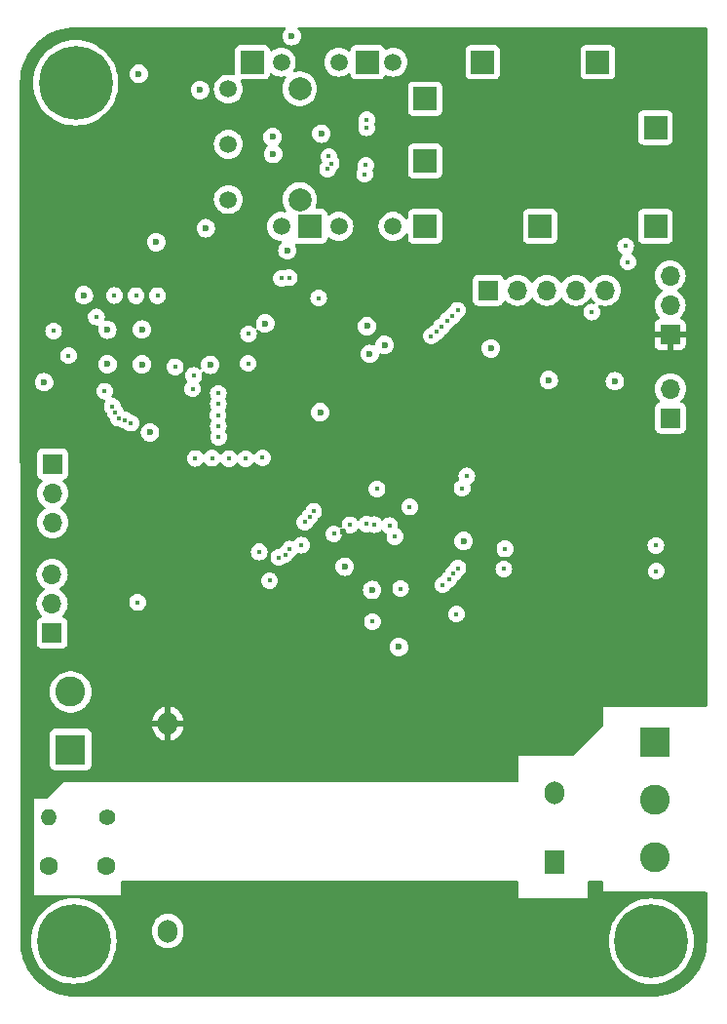
<source format=gbr>
%TF.GenerationSoftware,KiCad,Pcbnew,8.0.4*%
%TF.CreationDate,2025-11-09T23:28:19-03:00*%
%TF.ProjectId,sfp_moduloIC,7366705f-6d6f-4647-956c-6f49432e6b69,v2.0*%
%TF.SameCoordinates,Original*%
%TF.FileFunction,Copper,L3,Inr*%
%TF.FilePolarity,Positive*%
%FSLAX46Y46*%
G04 Gerber Fmt 4.6, Leading zero omitted, Abs format (unit mm)*
G04 Created by KiCad (PCBNEW 8.0.4) date 2025-11-09 23:28:19*
%MOMM*%
%LPD*%
G01*
G04 APERTURE LIST*
%TA.AperFunction,ComponentPad*%
%ADD10R,2.600000X2.600000*%
%TD*%
%TA.AperFunction,ComponentPad*%
%ADD11C,2.600000*%
%TD*%
%TA.AperFunction,ComponentPad*%
%ADD12C,1.600000*%
%TD*%
%TA.AperFunction,ComponentPad*%
%ADD13C,1.400000*%
%TD*%
%TA.AperFunction,ComponentPad*%
%ADD14O,1.400000X1.400000*%
%TD*%
%TA.AperFunction,ComponentPad*%
%ADD15C,6.400000*%
%TD*%
%TA.AperFunction,ComponentPad*%
%ADD16R,1.700000X1.700000*%
%TD*%
%TA.AperFunction,ComponentPad*%
%ADD17O,1.700000X1.700000*%
%TD*%
%TA.AperFunction,WasherPad*%
%ADD18C,2.000000*%
%TD*%
%TA.AperFunction,ComponentPad*%
%ADD19R,2.000000X2.000000*%
%TD*%
%TA.AperFunction,ComponentPad*%
%ADD20C,1.500000*%
%TD*%
%TA.AperFunction,ComponentPad*%
%ADD21R,1.700000X2.000000*%
%TD*%
%TA.AperFunction,ComponentPad*%
%ADD22O,1.700000X2.000000*%
%TD*%
%TA.AperFunction,ViaPad*%
%ADD23C,0.600000*%
%TD*%
%TA.AperFunction,ViaPad*%
%ADD24C,0.450000*%
%TD*%
G04 APERTURE END LIST*
D10*
%TO.N,/IN*%
%TO.C,J8*%
X119910536Y-113816266D03*
D11*
%TO.N,GND*%
X119910536Y-108816266D03*
%TD*%
D12*
%TO.N,/L*%
%TO.C,C11*%
X123019536Y-123938266D03*
%TO.N,/N*%
X118019536Y-123938266D03*
%TD*%
D13*
%TO.N,/L*%
%TO.C,RV1*%
X123059536Y-119688266D03*
D14*
%TO.N,/N*%
X117979536Y-119688266D03*
%TD*%
D15*
%TO.N,GND*%
%TO.C,H1*%
X120355536Y-55941266D03*
%TD*%
D16*
%TO.N,/CS3*%
%TO.C,J1*%
X156210001Y-73940000D03*
D17*
%TO.N,/MOSI*%
X158750001Y-73940000D03*
%TO.N,/MISO*%
X161290001Y-73940000D03*
%TO.N,/SCK*%
X163830001Y-73940000D03*
%TO.N,GND*%
X166370001Y-73940000D03*
%TD*%
D16*
%TO.N,+3V3*%
%TO.C,J4*%
X171990001Y-77775000D03*
D17*
%TO.N,Net-(J4-Pin_2)*%
X171990001Y-75235000D03*
%TO.N,GND*%
X171990001Y-72695000D03*
%TD*%
D18*
%TO.N,*%
%TO.C,J6*%
X139815001Y-66070000D03*
X139815001Y-56470000D03*
D19*
%TO.N,GND*%
X170715001Y-68395000D03*
X170715001Y-59820000D03*
X165715001Y-54145000D03*
X160715001Y-68395000D03*
X155715001Y-54145000D03*
X150715001Y-68395000D03*
X150715001Y-62720000D03*
X150715001Y-57320000D03*
D20*
X147915001Y-68395000D03*
X147915001Y-54145000D03*
D19*
X145715001Y-54145000D03*
D20*
X143215001Y-68395000D03*
X143215001Y-54145000D03*
D19*
X140715001Y-68395000D03*
D20*
X138215001Y-68395000D03*
X138215001Y-54145000D03*
D19*
X135715001Y-54145000D03*
D20*
X133615001Y-66070000D03*
X133615001Y-61270000D03*
X133615001Y-56470000D03*
%TD*%
D16*
%TO.N,/SWCLK*%
%TO.C,J3*%
X118305536Y-103696266D03*
D17*
%TO.N,/SWDIO*%
X118305536Y-101156266D03*
%TO.N,GND*%
X118305536Y-98616266D03*
%TD*%
D16*
%TO.N,/TX1*%
%TO.C,J2*%
X118350001Y-89026266D03*
D17*
%TO.N,/RX1*%
X118350001Y-91566266D03*
%TO.N,GND*%
X118350001Y-94106266D03*
%TD*%
D15*
%TO.N,GND*%
%TO.C,H2*%
X170370001Y-130455732D03*
%TD*%
D16*
%TO.N,/CTRL*%
%TO.C,J5*%
X172010001Y-85035000D03*
D17*
%TO.N,GND*%
X172010001Y-82495000D03*
%TD*%
D15*
%TO.N,GND*%
%TO.C,H3*%
X120200000Y-130445731D03*
%TD*%
D21*
%TO.N,/L*%
%TO.C,PS1*%
X161963036Y-123573766D03*
D22*
%TO.N,/N*%
X161963036Y-117573766D03*
%TO.N,GND*%
X128363036Y-129573766D03*
%TO.N,+3V3*%
X128363036Y-111573766D03*
%TD*%
D10*
%TO.N,/N*%
%TO.C,J7*%
X170700536Y-113161600D03*
D11*
%TO.N,unconnected-(J7-Pin_2-Pad2)*%
X170700536Y-118161600D03*
%TO.N,/L*%
X170700536Y-123161600D03*
%TD*%
D23*
%TO.N,GND*%
X141592801Y-84532000D03*
D24*
X130505536Y-82496266D03*
D23*
X123106536Y-77372266D03*
X141694401Y-60351200D03*
X156426401Y-78994800D03*
X138745536Y-70496266D03*
D24*
X119725536Y-79616266D03*
D23*
X143726401Y-97943200D03*
X148430536Y-104916266D03*
D24*
X118425536Y-77486266D03*
X136290001Y-96660000D03*
D23*
X154050001Y-95708000D03*
D24*
X165190001Y-75840000D03*
D23*
X136835536Y-76820000D03*
X126109536Y-80378266D03*
X145656801Y-77064400D03*
X127345536Y-69766266D03*
X126109536Y-77358266D03*
X167196001Y-81839600D03*
X125840001Y-55160000D03*
X123109536Y-80368266D03*
X132042401Y-80417200D03*
X146105536Y-99966266D03*
X147185536Y-78696266D03*
X126810001Y-86290000D03*
D24*
X141470001Y-74630000D03*
D23*
X121069601Y-74372000D03*
X139115536Y-51896266D03*
X145905536Y-79466266D03*
X161455601Y-81738000D03*
%TO.N,+3V3*%
X166955536Y-106741266D03*
X142659601Y-80569600D03*
X148850001Y-94560000D03*
X143116801Y-81433200D03*
X147993601Y-80366400D03*
X130853536Y-112678266D03*
X136949536Y-112678266D03*
X121460001Y-81320000D03*
D24*
X124125536Y-75476266D03*
D23*
X144082001Y-99766266D03*
X137965536Y-109376266D03*
X136004801Y-70308000D03*
X145060001Y-81210000D03*
X137965536Y-113694266D03*
X136949536Y-110392266D03*
X132885536Y-110392266D03*
X127580001Y-66262500D03*
X142820001Y-77740000D03*
X132885536Y-113694266D03*
X147665001Y-99835000D03*
D24*
X134380001Y-96530000D03*
X128240001Y-90100000D03*
D23*
X134917536Y-110392266D03*
D24*
X121015536Y-78486266D03*
D23*
X130853536Y-110392266D03*
X134917536Y-113694266D03*
X133901536Y-112678266D03*
X130853536Y-109376266D03*
X136949536Y-109376266D03*
X130853536Y-113694266D03*
D24*
X128030001Y-79115000D03*
D23*
X132885536Y-112678266D03*
D24*
X135350001Y-73720000D03*
D23*
X129837536Y-112678266D03*
X134917536Y-112678266D03*
X135933536Y-113694266D03*
X128821536Y-109376266D03*
X134917536Y-109376266D03*
X132885536Y-109376266D03*
X141491201Y-73559200D03*
X131869536Y-110392266D03*
X126789536Y-109376266D03*
X127805536Y-109376266D03*
D24*
X125662040Y-82805001D03*
D23*
X131869536Y-109376266D03*
X135933536Y-110392266D03*
X125840001Y-56630000D03*
X133901536Y-110392266D03*
X137965536Y-110392266D03*
X135933536Y-109376266D03*
D24*
X157735901Y-82855901D03*
X117350001Y-76870000D03*
D23*
X143828001Y-87884800D03*
X128821536Y-113694266D03*
X146876001Y-89307200D03*
X146790001Y-81120000D03*
X137965536Y-112678266D03*
X131869536Y-112678266D03*
X129837536Y-113694266D03*
X136949536Y-113694266D03*
X133901536Y-113694266D03*
X127805536Y-113694266D03*
X129837536Y-110392266D03*
X126789536Y-113694266D03*
X143550001Y-94860000D03*
X129837536Y-109376266D03*
X131660001Y-66682500D03*
X133901536Y-109376266D03*
X135141201Y-100940400D03*
X123040901Y-85610901D03*
D24*
X163685901Y-82835901D03*
D23*
X126789536Y-112678266D03*
X144031201Y-89815200D03*
X142770001Y-79070000D03*
X116555536Y-67616266D03*
X135933536Y-112678266D03*
X126789536Y-110392266D03*
X131869536Y-113694266D03*
D24*
X132935536Y-77206266D03*
%TO.N,/OUT*%
X148580001Y-99846266D03*
X125730001Y-101050000D03*
%TO.N,/RC*%
X135360001Y-77730000D03*
X135340001Y-80300000D03*
%TO.N,/RST3*%
X130610901Y-81340901D03*
X139952136Y-96082866D03*
%TO.N,+1V0*%
X125595536Y-74415000D03*
X122877096Y-82705001D03*
X128995001Y-80600000D03*
X127455536Y-74415000D03*
D23*
X117610001Y-81930000D03*
D24*
X122150001Y-76266266D03*
X123705536Y-74404999D03*
%TO.N,/RESET*%
X146130001Y-102716266D03*
X137205536Y-99166266D03*
%TO.N,/RST1*%
X153530901Y-75670901D03*
X154325001Y-90060000D03*
%TO.N,Net-(D6-K)*%
X123524636Y-84015366D03*
X136590001Y-88486266D03*
X132745536Y-82900000D03*
%TO.N,Net-(D7-K)*%
X123777950Y-84531563D03*
X135120001Y-88576266D03*
X132740902Y-83790900D03*
%TO.N,Net-(D8-K)*%
X133670001Y-88557500D03*
X124075536Y-85056266D03*
X132710901Y-84780901D03*
%TO.N,Net-(D9-K)*%
X124640001Y-85230000D03*
X132745536Y-85730000D03*
X132210001Y-88527500D03*
%TO.N,Net-(D10-K)*%
X130750001Y-88537500D03*
X132775536Y-86690000D03*
X125157283Y-85481093D03*
%TO.N,/TX1*%
X141025536Y-93135000D03*
X146305536Y-94296266D03*
%TO.N,/RX1*%
X145610001Y-94240000D03*
X140665536Y-93610000D03*
%TO.N,/SWDIO*%
X140255536Y-94085000D03*
X144190901Y-94310901D03*
%TO.N,/CTRL*%
X142545536Y-62936266D03*
X138950901Y-96420901D03*
X145550001Y-63080000D03*
%TO.N,/SDA*%
X142334635Y-62335365D03*
X138005536Y-97146266D03*
X138224635Y-72915365D03*
%TO.N,/SCL*%
X142235001Y-63420000D03*
X138557139Y-96884663D03*
X138899811Y-72866266D03*
%TO.N,/LOS*%
X168130001Y-70115000D03*
X145641753Y-59150000D03*
%TO.N,/FAULT*%
X168325901Y-71495901D03*
X145460001Y-63870000D03*
%TO.N,/INT1*%
X153060902Y-76170900D03*
X153925001Y-91130000D03*
%TO.N,/CS1*%
X152250001Y-99516266D03*
X151240001Y-77920000D03*
%TO.N,/CS2*%
X153425536Y-102060000D03*
X142790001Y-95090000D03*
%TO.N,/RST2*%
X170790001Y-98326266D03*
X146527702Y-91194100D03*
X147630001Y-94376266D03*
%TO.N,/MOSI*%
X152610901Y-76600901D03*
X153555901Y-98075901D03*
%TO.N,/SCK*%
X151715902Y-77565900D03*
X157645901Y-96395901D03*
X152765536Y-99035000D03*
%TO.N,/MISO*%
X157550001Y-98150000D03*
X153135902Y-98545900D03*
X152135901Y-77095901D03*
%TO.N,/INT2*%
X148082135Y-95322865D03*
X170759636Y-96100366D03*
D23*
%TO.N,/VccR*%
X131160001Y-56560000D03*
X137460001Y-60640000D03*
%TO.N,/VccT*%
X137510001Y-62120000D03*
X131650001Y-68560000D03*
D24*
%TO.N,/CS3*%
X149365536Y-92760000D03*
%TO.N,Net-(J4-Pin_2)*%
X145625536Y-59830000D03*
%TD*%
%TA.AperFunction,Conductor*%
%TO.N,+3V3*%
G36*
X138980536Y-114366266D02*
G01*
X126205536Y-114366266D01*
X126180536Y-114341266D01*
X126180536Y-111317519D01*
X127013036Y-111317519D01*
X127013036Y-111323766D01*
X127930024Y-111323766D01*
X127897111Y-111380773D01*
X127863036Y-111507940D01*
X127863036Y-111639592D01*
X127897111Y-111766759D01*
X127930024Y-111823766D01*
X127013036Y-111823766D01*
X127013036Y-111830012D01*
X127046278Y-112039893D01*
X127046278Y-112039896D01*
X127111940Y-112241983D01*
X127208415Y-112431323D01*
X127333308Y-112603225D01*
X127333312Y-112603230D01*
X127483571Y-112753489D01*
X127483576Y-112753493D01*
X127655478Y-112878386D01*
X127844818Y-112974861D01*
X128046907Y-113040523D01*
X128113036Y-113050997D01*
X128113036Y-112006778D01*
X128170043Y-112039691D01*
X128297210Y-112073766D01*
X128428862Y-112073766D01*
X128556029Y-112039691D01*
X128613036Y-112006778D01*
X128613036Y-113050996D01*
X128679162Y-113040523D01*
X128679165Y-113040523D01*
X128881253Y-112974861D01*
X129070593Y-112878386D01*
X129242495Y-112753493D01*
X129242500Y-112753489D01*
X129392759Y-112603230D01*
X129392763Y-112603225D01*
X129517656Y-112431323D01*
X129614131Y-112241983D01*
X129679793Y-112039896D01*
X129679793Y-112039893D01*
X129713036Y-111830012D01*
X129713036Y-111823766D01*
X128796048Y-111823766D01*
X128828961Y-111766759D01*
X128863036Y-111639592D01*
X128863036Y-111507940D01*
X128828961Y-111380773D01*
X128796048Y-111323766D01*
X129713036Y-111323766D01*
X129713036Y-111317519D01*
X129679793Y-111107638D01*
X129679793Y-111107635D01*
X129614131Y-110905548D01*
X129517656Y-110716208D01*
X129392763Y-110544306D01*
X129392759Y-110544301D01*
X129242500Y-110394042D01*
X129242495Y-110394038D01*
X129070593Y-110269145D01*
X128881251Y-110172669D01*
X128679160Y-110107007D01*
X128613036Y-110096534D01*
X128613036Y-111140754D01*
X128556029Y-111107841D01*
X128428862Y-111073766D01*
X128297210Y-111073766D01*
X128170043Y-111107841D01*
X128113036Y-111140754D01*
X128113036Y-110096534D01*
X128113035Y-110096534D01*
X128046911Y-110107007D01*
X127844820Y-110172669D01*
X127655478Y-110269145D01*
X127483576Y-110394038D01*
X127483571Y-110394042D01*
X127333312Y-110544301D01*
X127333308Y-110544306D01*
X127208415Y-110716208D01*
X127111940Y-110905548D01*
X127046278Y-111107635D01*
X127046278Y-111107638D01*
X127013036Y-111317519D01*
X126180536Y-111317519D01*
X126180536Y-108941266D01*
X138980536Y-108941266D01*
X138980536Y-114366266D01*
G37*
%TD.AperFunction*%
%TD*%
%TA.AperFunction,Conductor*%
%TO.N,+3V3*%
G36*
X138555635Y-51111451D02*
G01*
X138601390Y-51164255D01*
X138611334Y-51233413D01*
X138582309Y-51296969D01*
X138576277Y-51303447D01*
X138485720Y-51394003D01*
X138389747Y-51546742D01*
X138330167Y-51717011D01*
X138330166Y-51717016D01*
X138309971Y-51896262D01*
X138309971Y-51896269D01*
X138330166Y-52075515D01*
X138330167Y-52075520D01*
X138389747Y-52245789D01*
X138434281Y-52316664D01*
X138485720Y-52398528D01*
X138613274Y-52526082D01*
X138660971Y-52556052D01*
X138746282Y-52609657D01*
X138766014Y-52622055D01*
X138848474Y-52650909D01*
X138936281Y-52681634D01*
X138936286Y-52681635D01*
X139115532Y-52701831D01*
X139115536Y-52701831D01*
X139115540Y-52701831D01*
X139294785Y-52681635D01*
X139294788Y-52681634D01*
X139294791Y-52681634D01*
X139465058Y-52622055D01*
X139617798Y-52526082D01*
X139745352Y-52398528D01*
X139841325Y-52245788D01*
X139900904Y-52075521D01*
X139921101Y-51896266D01*
X139904165Y-51745955D01*
X139900905Y-51717016D01*
X139900904Y-51717011D01*
X139841324Y-51546742D01*
X139745351Y-51394003D01*
X139654795Y-51303447D01*
X139621310Y-51242124D01*
X139626294Y-51172432D01*
X139668166Y-51116499D01*
X139733630Y-51092082D01*
X139742476Y-51091766D01*
X175095501Y-51091766D01*
X175162540Y-51111451D01*
X175208295Y-51164255D01*
X175219501Y-51215766D01*
X175219501Y-110017266D01*
X175199816Y-110084305D01*
X175147012Y-110130060D01*
X175095501Y-110141266D01*
X166205536Y-110141266D01*
X166205536Y-111650904D01*
X166185851Y-111717943D01*
X166169217Y-111738585D01*
X163585855Y-114321947D01*
X163524532Y-114355432D01*
X163498174Y-114358266D01*
X158813536Y-114358266D01*
X158805536Y-114366266D01*
X158805536Y-116534266D01*
X158785851Y-116601305D01*
X158733047Y-116647060D01*
X158681536Y-116658266D01*
X119279535Y-116658266D01*
X117855855Y-118081947D01*
X117794532Y-118115432D01*
X117768174Y-118118266D01*
X116747536Y-118118266D01*
X116739536Y-118126266D01*
X116739536Y-123674219D01*
X116735312Y-123706309D01*
X116733902Y-123711570D01*
X116733900Y-123711579D01*
X116714068Y-123938265D01*
X116714068Y-123938267D01*
X116733900Y-124164952D01*
X116733902Y-124164963D01*
X116735311Y-124170220D01*
X116739536Y-124202313D01*
X116739536Y-126446266D01*
X124259536Y-126446266D01*
X124259536Y-125342266D01*
X124279221Y-125275227D01*
X124332025Y-125229472D01*
X124383536Y-125218266D01*
X158675536Y-125218266D01*
X158742575Y-125237951D01*
X158788330Y-125290755D01*
X158799536Y-125342266D01*
X158799536Y-126760266D01*
X158805536Y-126766266D01*
X164805536Y-126766266D01*
X164805536Y-125332266D01*
X164825221Y-125265227D01*
X164878025Y-125219472D01*
X164929536Y-125208266D01*
X166075536Y-125208266D01*
X166142575Y-125227951D01*
X166188330Y-125280755D01*
X166199536Y-125332266D01*
X166199536Y-126168266D01*
X175095501Y-126168266D01*
X175162540Y-126187951D01*
X175208295Y-126240755D01*
X175219501Y-126292266D01*
X175219501Y-130453024D01*
X175219383Y-130458434D01*
X175201281Y-130872983D01*
X175200338Y-130883759D01*
X175146528Y-131292461D01*
X175144650Y-131303114D01*
X175055423Y-131705583D01*
X175052623Y-131716032D01*
X174928659Y-132109188D01*
X174924959Y-132119353D01*
X174767201Y-132500208D01*
X174762629Y-132510012D01*
X174572282Y-132875663D01*
X174566873Y-132885032D01*
X174345374Y-133232712D01*
X174339169Y-133241573D01*
X174088216Y-133568618D01*
X174081263Y-133576904D01*
X173802767Y-133880828D01*
X173795118Y-133888478D01*
X173491176Y-134166987D01*
X173482889Y-134173940D01*
X173155848Y-134424886D01*
X173146987Y-134431091D01*
X172799302Y-134652590D01*
X172789934Y-134657998D01*
X172424282Y-134848344D01*
X172414477Y-134852916D01*
X172033625Y-135010669D01*
X172023460Y-135014369D01*
X171630306Y-135138329D01*
X171619858Y-135141129D01*
X171217383Y-135230356D01*
X171206729Y-135232234D01*
X170798030Y-135286040D01*
X170787254Y-135286983D01*
X170714344Y-135290166D01*
X170371985Y-135305114D01*
X170366593Y-135305232D01*
X120372707Y-135305232D01*
X120367298Y-135305114D01*
X119952744Y-135287014D01*
X119941968Y-135286071D01*
X119533263Y-135232264D01*
X119522610Y-135230386D01*
X119120138Y-135141161D01*
X119109689Y-135138361D01*
X118716530Y-135014399D01*
X118706374Y-135010702D01*
X118325507Y-134852943D01*
X118315706Y-134848373D01*
X117950051Y-134658025D01*
X117940683Y-134652617D01*
X117592995Y-134431117D01*
X117584134Y-134424912D01*
X117257091Y-134173964D01*
X117248804Y-134167011D01*
X116944865Y-133888505D01*
X116937216Y-133880856D01*
X116658713Y-133576926D01*
X116651759Y-133568639D01*
X116400795Y-133241578D01*
X116394591Y-133232716D01*
X116173101Y-132885049D01*
X116167694Y-132875684D01*
X115977342Y-132510025D01*
X115972770Y-132500221D01*
X115902084Y-132329572D01*
X115815007Y-132119353D01*
X115811311Y-132109199D01*
X115762038Y-131952928D01*
X115687345Y-131716032D01*
X115684548Y-131705591D01*
X115595319Y-131303120D01*
X115593442Y-131292480D01*
X115539628Y-130883743D01*
X115538688Y-130873007D01*
X115520617Y-130459151D01*
X115520500Y-130453828D01*
X115520500Y-130445730D01*
X116494422Y-130445730D01*
X116494422Y-130445731D01*
X116514722Y-130833070D01*
X116575397Y-131216158D01*
X116575397Y-131216160D01*
X116675788Y-131590825D01*
X116814787Y-131952928D01*
X116990877Y-132298524D01*
X117202122Y-132623813D01*
X117279800Y-132719737D01*
X117446219Y-132925247D01*
X117720484Y-133199512D01*
X117767140Y-133237293D01*
X118021917Y-133443608D01*
X118227175Y-133576904D01*
X118347211Y-133654856D01*
X118692806Y-133830945D01*
X119054913Y-133969945D01*
X119429567Y-134070333D01*
X119812662Y-134131009D01*
X120178576Y-134150186D01*
X120199999Y-134151309D01*
X120200000Y-134151309D01*
X120200001Y-134151309D01*
X120220301Y-134150245D01*
X120587338Y-134131009D01*
X120970433Y-134070333D01*
X121345087Y-133969945D01*
X121707194Y-133830945D01*
X122052789Y-133654856D01*
X122378084Y-133443607D01*
X122679516Y-133199512D01*
X122953781Y-132925247D01*
X123197876Y-132623815D01*
X123409125Y-132298520D01*
X123585214Y-131952925D01*
X123724214Y-131590818D01*
X123824602Y-131216164D01*
X123885278Y-130833069D01*
X123905578Y-130445731D01*
X123885278Y-130058393D01*
X123824602Y-129675298D01*
X123728725Y-129317479D01*
X127012536Y-129317479D01*
X127012536Y-129830053D01*
X127045790Y-130040009D01*
X127055012Y-130068392D01*
X127111480Y-130242180D01*
X127207987Y-130431586D01*
X127332926Y-130603552D01*
X127483249Y-130753875D01*
X127655215Y-130878814D01*
X127655217Y-130878815D01*
X127655220Y-130878817D01*
X127844624Y-130975323D01*
X128046793Y-131041012D01*
X128256749Y-131074266D01*
X128256750Y-131074266D01*
X128469322Y-131074266D01*
X128469323Y-131074266D01*
X128679279Y-131041012D01*
X128881448Y-130975323D01*
X129070852Y-130878817D01*
X129092825Y-130862852D01*
X129242822Y-130753875D01*
X129242824Y-130753872D01*
X129242828Y-130753870D01*
X129393140Y-130603558D01*
X129393142Y-130603554D01*
X129393145Y-130603552D01*
X129500542Y-130455731D01*
X166664423Y-130455731D01*
X166664423Y-130455732D01*
X166684723Y-130843071D01*
X166745398Y-131226159D01*
X166745398Y-131226161D01*
X166845789Y-131600826D01*
X166984788Y-131962929D01*
X167160878Y-132308525D01*
X167372123Y-132633814D01*
X167567969Y-132875663D01*
X167616220Y-132935248D01*
X167890485Y-133209513D01*
X167930076Y-133241573D01*
X168191918Y-133453609D01*
X168517207Y-133664854D01*
X168517212Y-133664857D01*
X168862807Y-133840946D01*
X169176949Y-133961534D01*
X169198860Y-133969945D01*
X169224914Y-133979946D01*
X169599568Y-134080334D01*
X169982663Y-134141010D01*
X170348577Y-134160187D01*
X170370000Y-134161310D01*
X170370001Y-134161310D01*
X170370002Y-134161310D01*
X170390302Y-134160246D01*
X170757339Y-134141010D01*
X171140434Y-134080334D01*
X171515088Y-133979946D01*
X171877195Y-133840946D01*
X172222790Y-133664857D01*
X172548085Y-133453608D01*
X172849517Y-133209513D01*
X173123782Y-132935248D01*
X173367877Y-132633816D01*
X173579126Y-132308521D01*
X173755215Y-131962926D01*
X173894215Y-131600819D01*
X173994603Y-131226165D01*
X174055279Y-130843070D01*
X174075579Y-130455732D01*
X174055279Y-130068394D01*
X173994603Y-129685299D01*
X173894215Y-129310645D01*
X173755215Y-128948538D01*
X173579126Y-128602943D01*
X173579123Y-128602938D01*
X173367878Y-128277649D01*
X173229299Y-128106519D01*
X173123782Y-127976216D01*
X172849517Y-127701951D01*
X172548085Y-127457856D01*
X172548083Y-127457854D01*
X172222794Y-127246609D01*
X171877198Y-127070519D01*
X171515095Y-126931520D01*
X171477771Y-126921519D01*
X171140434Y-126831130D01*
X171140430Y-126831129D01*
X171140429Y-126831129D01*
X170757340Y-126770454D01*
X170370002Y-126750154D01*
X170370000Y-126750154D01*
X169982661Y-126770454D01*
X169599573Y-126831129D01*
X169599571Y-126831129D01*
X169224906Y-126931520D01*
X168862803Y-127070519D01*
X168517207Y-127246609D01*
X168191918Y-127457854D01*
X167890489Y-127701947D01*
X167890481Y-127701954D01*
X167616223Y-127976212D01*
X167616216Y-127976220D01*
X167372123Y-128277649D01*
X167160878Y-128602938D01*
X166984788Y-128948534D01*
X166845789Y-129310637D01*
X166745398Y-129685302D01*
X166745398Y-129685304D01*
X166684723Y-130068392D01*
X166664423Y-130455731D01*
X129500542Y-130455731D01*
X129518084Y-130431586D01*
X129518083Y-130431586D01*
X129518087Y-130431582D01*
X129614593Y-130242178D01*
X129680282Y-130040009D01*
X129713536Y-129830053D01*
X129713536Y-129317479D01*
X129680282Y-129107523D01*
X129614593Y-128905354D01*
X129518087Y-128715950D01*
X129518085Y-128715947D01*
X129518084Y-128715945D01*
X129393145Y-128543979D01*
X129242822Y-128393656D01*
X129070856Y-128268717D01*
X128881450Y-128172210D01*
X128881449Y-128172209D01*
X128881448Y-128172209D01*
X128679279Y-128106520D01*
X128679277Y-128106519D01*
X128679276Y-128106519D01*
X128517993Y-128080974D01*
X128469323Y-128073266D01*
X128256749Y-128073266D01*
X128208078Y-128080974D01*
X128046796Y-128106519D01*
X127844621Y-128172210D01*
X127655215Y-128268717D01*
X127483249Y-128393656D01*
X127332926Y-128543979D01*
X127207987Y-128715945D01*
X127111480Y-128905351D01*
X127045789Y-129107526D01*
X127015204Y-129300636D01*
X127012536Y-129317479D01*
X123728725Y-129317479D01*
X123724214Y-129300644D01*
X123585214Y-128938537D01*
X123409125Y-128592942D01*
X123279707Y-128393656D01*
X123197877Y-128267648D01*
X122961883Y-127976220D01*
X122953781Y-127966215D01*
X122679516Y-127691950D01*
X122645164Y-127664132D01*
X122378082Y-127447853D01*
X122052793Y-127236608D01*
X121707197Y-127060518D01*
X121345094Y-126921519D01*
X121345087Y-126921517D01*
X120970433Y-126821129D01*
X120970429Y-126821128D01*
X120970428Y-126821128D01*
X120587339Y-126760453D01*
X120200001Y-126740153D01*
X120199999Y-126740153D01*
X119812660Y-126760453D01*
X119429572Y-126821128D01*
X119429570Y-126821128D01*
X119054905Y-126921519D01*
X118692802Y-127060518D01*
X118347206Y-127236608D01*
X118021917Y-127447853D01*
X117720488Y-127691946D01*
X117720480Y-127691953D01*
X117446222Y-127966211D01*
X117446215Y-127966219D01*
X117202122Y-128267648D01*
X116990877Y-128592937D01*
X116814787Y-128938533D01*
X116675788Y-129300636D01*
X116575397Y-129675301D01*
X116575397Y-129675303D01*
X116514722Y-130058391D01*
X116494422Y-130445730D01*
X115520500Y-130445730D01*
X115520500Y-130421380D01*
X115520500Y-130407002D01*
X115520491Y-130406926D01*
X115520425Y-130068392D01*
X115517008Y-112468401D01*
X118110036Y-112468401D01*
X118110036Y-115164136D01*
X118110037Y-115164142D01*
X118116444Y-115223749D01*
X118166738Y-115358594D01*
X118166742Y-115358601D01*
X118252988Y-115473810D01*
X118252991Y-115473813D01*
X118368200Y-115560059D01*
X118368207Y-115560063D01*
X118503053Y-115610357D01*
X118503052Y-115610357D01*
X118509980Y-115611101D01*
X118562663Y-115616766D01*
X121258408Y-115616765D01*
X121318019Y-115610357D01*
X121452867Y-115560062D01*
X121568082Y-115473812D01*
X121654332Y-115358597D01*
X121704627Y-115223749D01*
X121711036Y-115164139D01*
X121711036Y-114341266D01*
X126180536Y-114341266D01*
X126205536Y-114366266D01*
X138980536Y-114366266D01*
X138980536Y-108941266D01*
X126180536Y-108941266D01*
X126180536Y-114341266D01*
X121711036Y-114341266D01*
X121711035Y-112468394D01*
X121704627Y-112408783D01*
X121654332Y-112273935D01*
X121654331Y-112273934D01*
X121654329Y-112273930D01*
X121568083Y-112158721D01*
X121568080Y-112158718D01*
X121452871Y-112072472D01*
X121452864Y-112072468D01*
X121318018Y-112022174D01*
X121318019Y-112022174D01*
X121258419Y-112015767D01*
X121258417Y-112015766D01*
X121258409Y-112015766D01*
X121258400Y-112015766D01*
X118562665Y-112015766D01*
X118562659Y-112015767D01*
X118503052Y-112022174D01*
X118368207Y-112072468D01*
X118368200Y-112072472D01*
X118252991Y-112158718D01*
X118252988Y-112158721D01*
X118166742Y-112273930D01*
X118166738Y-112273937D01*
X118116444Y-112408783D01*
X118110037Y-112468382D01*
X118110037Y-112468389D01*
X118110036Y-112468401D01*
X115517008Y-112468401D01*
X115516299Y-108816261D01*
X118104987Y-108816261D01*
X118104987Y-108816270D01*
X118125152Y-109085367D01*
X118185200Y-109348454D01*
X118185202Y-109348461D01*
X118283793Y-109599664D01*
X118418721Y-109833368D01*
X118554616Y-110003775D01*
X118586978Y-110044355D01*
X118725269Y-110172669D01*
X118784795Y-110227901D01*
X119007762Y-110379917D01*
X119250895Y-110497004D01*
X119508764Y-110576546D01*
X119508765Y-110576546D01*
X119508768Y-110576547D01*
X119775599Y-110616765D01*
X119775604Y-110616765D01*
X119775607Y-110616766D01*
X119775608Y-110616766D01*
X120045464Y-110616766D01*
X120045465Y-110616766D01*
X120045472Y-110616765D01*
X120312303Y-110576547D01*
X120312304Y-110576546D01*
X120312308Y-110576546D01*
X120570177Y-110497004D01*
X120783980Y-110394042D01*
X120813303Y-110379921D01*
X120813303Y-110379920D01*
X120813311Y-110379917D01*
X121036277Y-110227901D01*
X121234097Y-110044351D01*
X121402351Y-109833368D01*
X121537279Y-109599664D01*
X121635870Y-109348461D01*
X121695919Y-109085369D01*
X121716085Y-108816266D01*
X121695919Y-108547163D01*
X121635870Y-108284071D01*
X121537279Y-108032868D01*
X121402351Y-107799164D01*
X121234097Y-107588181D01*
X121234096Y-107588180D01*
X121234093Y-107588176D01*
X121036277Y-107404631D01*
X120813311Y-107252615D01*
X120813305Y-107252612D01*
X120813304Y-107252611D01*
X120813303Y-107252610D01*
X120570179Y-107135529D01*
X120570181Y-107135529D01*
X120312309Y-107055986D01*
X120312303Y-107055984D01*
X120045472Y-107015766D01*
X120045465Y-107015766D01*
X119775607Y-107015766D01*
X119775599Y-107015766D01*
X119508768Y-107055984D01*
X119508762Y-107055986D01*
X119250894Y-107135528D01*
X119007766Y-107252612D01*
X118784794Y-107404631D01*
X118586978Y-107588176D01*
X118418721Y-107799164D01*
X118283794Y-108032865D01*
X118283792Y-108032869D01*
X118185202Y-108284070D01*
X118185200Y-108284077D01*
X118125152Y-108547164D01*
X118104987Y-108816261D01*
X115516299Y-108816261D01*
X115514319Y-98616265D01*
X116949877Y-98616265D01*
X116949877Y-98616266D01*
X116970472Y-98851669D01*
X116970474Y-98851679D01*
X117031630Y-99079921D01*
X117031632Y-99079925D01*
X117031633Y-99079929D01*
X117082250Y-99188477D01*
X117131501Y-99294096D01*
X117131503Y-99294100D01*
X117267037Y-99487661D01*
X117267042Y-99487668D01*
X117434133Y-99654759D01*
X117434139Y-99654764D01*
X117619694Y-99784691D01*
X117663319Y-99839268D01*
X117670513Y-99908766D01*
X117638990Y-99971121D01*
X117619694Y-99987841D01*
X117434133Y-100117771D01*
X117267041Y-100284863D01*
X117131501Y-100478435D01*
X117131500Y-100478437D01*
X117031634Y-100692601D01*
X117031630Y-100692610D01*
X116970474Y-100920852D01*
X116970472Y-100920862D01*
X116949877Y-101156265D01*
X116949877Y-101156266D01*
X116970472Y-101391669D01*
X116970474Y-101391679D01*
X117031630Y-101619921D01*
X117031632Y-101619925D01*
X117031633Y-101619929D01*
X117032043Y-101620808D01*
X117131501Y-101834096D01*
X117131503Y-101834100D01*
X117237988Y-101986175D01*
X117267037Y-102027662D01*
X117267042Y-102027668D01*
X117388966Y-102149592D01*
X117422451Y-102210915D01*
X117417467Y-102280607D01*
X117375595Y-102336540D01*
X117344619Y-102353455D01*
X117213205Y-102402469D01*
X117213200Y-102402472D01*
X117097991Y-102488718D01*
X117097988Y-102488721D01*
X117011742Y-102603930D01*
X117011738Y-102603937D01*
X116961444Y-102738783D01*
X116955037Y-102798382D01*
X116955037Y-102798389D01*
X116955036Y-102798401D01*
X116955036Y-104594136D01*
X116955037Y-104594142D01*
X116961444Y-104653749D01*
X117011738Y-104788594D01*
X117011742Y-104788601D01*
X117097988Y-104903810D01*
X117097991Y-104903813D01*
X117213200Y-104990059D01*
X117213207Y-104990063D01*
X117348053Y-105040357D01*
X117348052Y-105040357D01*
X117354980Y-105041101D01*
X117407663Y-105046766D01*
X119203408Y-105046765D01*
X119263019Y-105040357D01*
X119397867Y-104990062D01*
X119496451Y-104916262D01*
X147624971Y-104916262D01*
X147624971Y-104916269D01*
X147645166Y-105095515D01*
X147645167Y-105095520D01*
X147704747Y-105265789D01*
X147800720Y-105418528D01*
X147928274Y-105546082D01*
X148081014Y-105642055D01*
X148251281Y-105701634D01*
X148251286Y-105701635D01*
X148430532Y-105721831D01*
X148430536Y-105721831D01*
X148430540Y-105721831D01*
X148609785Y-105701635D01*
X148609788Y-105701634D01*
X148609791Y-105701634D01*
X148780058Y-105642055D01*
X148932798Y-105546082D01*
X149060352Y-105418528D01*
X149156325Y-105265788D01*
X149215904Y-105095521D01*
X149215905Y-105095515D01*
X149236101Y-104916269D01*
X149236101Y-104916262D01*
X149215905Y-104737016D01*
X149215904Y-104737011D01*
X149165911Y-104594139D01*
X149156325Y-104566744D01*
X149060352Y-104414004D01*
X148932798Y-104286450D01*
X148780059Y-104190477D01*
X148609790Y-104130897D01*
X148609785Y-104130896D01*
X148430540Y-104110701D01*
X148430532Y-104110701D01*
X148251286Y-104130896D01*
X148251281Y-104130897D01*
X148081012Y-104190477D01*
X147928273Y-104286450D01*
X147800720Y-104414003D01*
X147704747Y-104566742D01*
X147645167Y-104737011D01*
X147645166Y-104737016D01*
X147624971Y-104916262D01*
X119496451Y-104916262D01*
X119513082Y-104903812D01*
X119599332Y-104788597D01*
X119649627Y-104653749D01*
X119656036Y-104594139D01*
X119656035Y-102798394D01*
X119649627Y-102738783D01*
X119641227Y-102716262D01*
X145399910Y-102716262D01*
X145399910Y-102716269D01*
X145418213Y-102878721D01*
X145472211Y-103033040D01*
X145472212Y-103033041D01*
X145559193Y-103171470D01*
X145674797Y-103287074D01*
X145813226Y-103374055D01*
X145967540Y-103428052D01*
X145967543Y-103428052D01*
X145967545Y-103428053D01*
X146129997Y-103446357D01*
X146130001Y-103446357D01*
X146130005Y-103446357D01*
X146292456Y-103428053D01*
X146292457Y-103428052D01*
X146292462Y-103428052D01*
X146446776Y-103374055D01*
X146585205Y-103287074D01*
X146700809Y-103171470D01*
X146787790Y-103033041D01*
X146841787Y-102878727D01*
X146850838Y-102798401D01*
X146860092Y-102716269D01*
X146860092Y-102716262D01*
X146841788Y-102553810D01*
X146841787Y-102553808D01*
X146841787Y-102553805D01*
X146787790Y-102399491D01*
X146700809Y-102261062D01*
X146585205Y-102145458D01*
X146449200Y-102060000D01*
X146449194Y-102059996D01*
X152695445Y-102059996D01*
X152695445Y-102060003D01*
X152713748Y-102222455D01*
X152767746Y-102376774D01*
X152838086Y-102488718D01*
X152854728Y-102515204D01*
X152970332Y-102630808D01*
X153108761Y-102717789D01*
X153263075Y-102771786D01*
X153263078Y-102771786D01*
X153263080Y-102771787D01*
X153425532Y-102790091D01*
X153425536Y-102790091D01*
X153425540Y-102790091D01*
X153587991Y-102771787D01*
X153587992Y-102771786D01*
X153587997Y-102771786D01*
X153742311Y-102717789D01*
X153880740Y-102630808D01*
X153996344Y-102515204D01*
X154083325Y-102376775D01*
X154137322Y-102222461D01*
X154142349Y-102177846D01*
X154155627Y-102060003D01*
X154155627Y-102059996D01*
X154137323Y-101897544D01*
X154137322Y-101897542D01*
X154137322Y-101897539D01*
X154083325Y-101743225D01*
X153996344Y-101604796D01*
X153880740Y-101489192D01*
X153742310Y-101402210D01*
X153587991Y-101348212D01*
X153425540Y-101329909D01*
X153425532Y-101329909D01*
X153263080Y-101348212D01*
X153108761Y-101402210D01*
X152970331Y-101489192D01*
X152854728Y-101604795D01*
X152767746Y-101743225D01*
X152713748Y-101897544D01*
X152695445Y-102059996D01*
X146449194Y-102059996D01*
X146446775Y-102058476D01*
X146292456Y-102004478D01*
X146130005Y-101986175D01*
X146129997Y-101986175D01*
X145967545Y-102004478D01*
X145813226Y-102058476D01*
X145674796Y-102145458D01*
X145559193Y-102261061D01*
X145472211Y-102399491D01*
X145418213Y-102553810D01*
X145399910Y-102716262D01*
X119641227Y-102716262D01*
X119599333Y-102603937D01*
X119599329Y-102603930D01*
X119513083Y-102488721D01*
X119513080Y-102488718D01*
X119397871Y-102402472D01*
X119397864Y-102402468D01*
X119266453Y-102353455D01*
X119210519Y-102311584D01*
X119186102Y-102246119D01*
X119200954Y-102177846D01*
X119222099Y-102149598D01*
X119344031Y-102027667D01*
X119479571Y-101834096D01*
X119579439Y-101619929D01*
X119640599Y-101391674D01*
X119661195Y-101156266D01*
X119651897Y-101049996D01*
X124999910Y-101049996D01*
X124999910Y-101050003D01*
X125018213Y-101212455D01*
X125072211Y-101366774D01*
X125072212Y-101366775D01*
X125159193Y-101505204D01*
X125274797Y-101620808D01*
X125413226Y-101707789D01*
X125567540Y-101761786D01*
X125567543Y-101761786D01*
X125567545Y-101761787D01*
X125729997Y-101780091D01*
X125730001Y-101780091D01*
X125730005Y-101780091D01*
X125892456Y-101761787D01*
X125892457Y-101761786D01*
X125892462Y-101761786D01*
X126046776Y-101707789D01*
X126185205Y-101620808D01*
X126300809Y-101505204D01*
X126387790Y-101366775D01*
X126441787Y-101212461D01*
X126460092Y-101050000D01*
X126445541Y-100920858D01*
X126441788Y-100887544D01*
X126441787Y-100887542D01*
X126441787Y-100887539D01*
X126387790Y-100733225D01*
X126300809Y-100594796D01*
X126185205Y-100479192D01*
X126168233Y-100468528D01*
X126046775Y-100392210D01*
X125892456Y-100338212D01*
X125730005Y-100319909D01*
X125729997Y-100319909D01*
X125567545Y-100338212D01*
X125413226Y-100392210D01*
X125274796Y-100479192D01*
X125159193Y-100594795D01*
X125072211Y-100733225D01*
X125018213Y-100887544D01*
X124999910Y-101049996D01*
X119651897Y-101049996D01*
X119640599Y-100920858D01*
X119594162Y-100747551D01*
X119579441Y-100692610D01*
X119579440Y-100692609D01*
X119579439Y-100692603D01*
X119479571Y-100478437D01*
X119436605Y-100417074D01*
X119344030Y-100284863D01*
X119176938Y-100117772D01*
X119176932Y-100117767D01*
X118991378Y-99987841D01*
X118974129Y-99966262D01*
X145299971Y-99966262D01*
X145299971Y-99966269D01*
X145320166Y-100145515D01*
X145320167Y-100145520D01*
X145379747Y-100315789D01*
X145443389Y-100417074D01*
X145475720Y-100468528D01*
X145603274Y-100596082D01*
X145756014Y-100692055D01*
X145873671Y-100733225D01*
X145926281Y-100751634D01*
X145926286Y-100751635D01*
X146105532Y-100771831D01*
X146105536Y-100771831D01*
X146105540Y-100771831D01*
X146284785Y-100751635D01*
X146284788Y-100751634D01*
X146284791Y-100751634D01*
X146455058Y-100692055D01*
X146607798Y-100596082D01*
X146735352Y-100468528D01*
X146831325Y-100315788D01*
X146890904Y-100145521D01*
X146894031Y-100117767D01*
X146911101Y-99966269D01*
X146911101Y-99966262D01*
X146897580Y-99846262D01*
X147849910Y-99846262D01*
X147849910Y-99846269D01*
X147868213Y-100008721D01*
X147922211Y-100163040D01*
X147963061Y-100228052D01*
X148009193Y-100301470D01*
X148124797Y-100417074D01*
X148263226Y-100504055D01*
X148417540Y-100558052D01*
X148417543Y-100558052D01*
X148417545Y-100558053D01*
X148579997Y-100576357D01*
X148580001Y-100576357D01*
X148580005Y-100576357D01*
X148742456Y-100558053D01*
X148742457Y-100558052D01*
X148742462Y-100558052D01*
X148896776Y-100504055D01*
X149035205Y-100417074D01*
X149150809Y-100301470D01*
X149237790Y-100163041D01*
X149291787Y-100008727D01*
X149291788Y-100008721D01*
X149310092Y-99846269D01*
X149310092Y-99846262D01*
X149291788Y-99683810D01*
X149291787Y-99683808D01*
X149291787Y-99683805D01*
X149237790Y-99529491D01*
X149229478Y-99516262D01*
X151519910Y-99516262D01*
X151519910Y-99516269D01*
X151538213Y-99678721D01*
X151592211Y-99833040D01*
X151631996Y-99896357D01*
X151679193Y-99971470D01*
X151794797Y-100087074D01*
X151933226Y-100174055D01*
X152087540Y-100228052D01*
X152087543Y-100228052D01*
X152087545Y-100228053D01*
X152249997Y-100246357D01*
X152250001Y-100246357D01*
X152250005Y-100246357D01*
X152412456Y-100228053D01*
X152412457Y-100228052D01*
X152412462Y-100228052D01*
X152566776Y-100174055D01*
X152705205Y-100087074D01*
X152820809Y-99971470D01*
X152907790Y-99833041D01*
X152919640Y-99799175D01*
X152960360Y-99742398D01*
X152995726Y-99723085D01*
X153082311Y-99692789D01*
X153220740Y-99605808D01*
X153336344Y-99490204D01*
X153423325Y-99351775D01*
X153467144Y-99226547D01*
X153507865Y-99169773D01*
X153518205Y-99162514D01*
X153591106Y-99116708D01*
X153706710Y-99001104D01*
X153793691Y-98862675D01*
X153814999Y-98801777D01*
X153855719Y-98745001D01*
X153867114Y-98737929D01*
X153866779Y-98737395D01*
X153872674Y-98733690D01*
X153872676Y-98733690D01*
X154011105Y-98646709D01*
X154126709Y-98531105D01*
X154213690Y-98392676D01*
X154267687Y-98238362D01*
X154277643Y-98150000D01*
X154277643Y-98149996D01*
X156819910Y-98149996D01*
X156819910Y-98150003D01*
X156838213Y-98312455D01*
X156892211Y-98466774D01*
X156918415Y-98508477D01*
X156979193Y-98605204D01*
X157094797Y-98720808D01*
X157233226Y-98807789D01*
X157387540Y-98861786D01*
X157387543Y-98861786D01*
X157387545Y-98861787D01*
X157549997Y-98880091D01*
X157550001Y-98880091D01*
X157550005Y-98880091D01*
X157712456Y-98861787D01*
X157712457Y-98861786D01*
X157712462Y-98861786D01*
X157866776Y-98807789D01*
X158005205Y-98720808D01*
X158120809Y-98605204D01*
X158207790Y-98466775D01*
X158256958Y-98326262D01*
X170059910Y-98326262D01*
X170059910Y-98326269D01*
X170078213Y-98488721D01*
X170078214Y-98488726D01*
X170078215Y-98488727D01*
X170085126Y-98508477D01*
X170132211Y-98643040D01*
X170179453Y-98718225D01*
X170219193Y-98781470D01*
X170334797Y-98897074D01*
X170473226Y-98984055D01*
X170627540Y-99038052D01*
X170627543Y-99038052D01*
X170627545Y-99038053D01*
X170789997Y-99056357D01*
X170790001Y-99056357D01*
X170790005Y-99056357D01*
X170952456Y-99038053D01*
X170952457Y-99038052D01*
X170952462Y-99038052D01*
X171106776Y-98984055D01*
X171245205Y-98897074D01*
X171360809Y-98781470D01*
X171447790Y-98643041D01*
X171501787Y-98488727D01*
X171501788Y-98488721D01*
X171520092Y-98326269D01*
X171520092Y-98326262D01*
X171501788Y-98163810D01*
X171501787Y-98163808D01*
X171501787Y-98163805D01*
X171447790Y-98009491D01*
X171360809Y-97871062D01*
X171245205Y-97755458D01*
X171228343Y-97744863D01*
X171106775Y-97668476D01*
X170952456Y-97614478D01*
X170790005Y-97596175D01*
X170789997Y-97596175D01*
X170627545Y-97614478D01*
X170473226Y-97668476D01*
X170334796Y-97755458D01*
X170219193Y-97871061D01*
X170132211Y-98009491D01*
X170078213Y-98163810D01*
X170059910Y-98326262D01*
X158256958Y-98326262D01*
X158261787Y-98312461D01*
X158280092Y-98150000D01*
X158276988Y-98122455D01*
X158261788Y-97987544D01*
X158261787Y-97987542D01*
X158261787Y-97987539D01*
X158207790Y-97833225D01*
X158120809Y-97694796D01*
X158005205Y-97579192D01*
X158002945Y-97577772D01*
X157866775Y-97492210D01*
X157732940Y-97445379D01*
X157712462Y-97438214D01*
X157712461Y-97438213D01*
X157712456Y-97438212D01*
X157550005Y-97419909D01*
X157549997Y-97419909D01*
X157387545Y-97438212D01*
X157233226Y-97492210D01*
X157094796Y-97579192D01*
X156979193Y-97694795D01*
X156892211Y-97833225D01*
X156838213Y-97987544D01*
X156819910Y-98149996D01*
X154277643Y-98149996D01*
X154285992Y-98075904D01*
X154285992Y-98075897D01*
X154267688Y-97913445D01*
X154267687Y-97913443D01*
X154267687Y-97913440D01*
X154213690Y-97759126D01*
X154126709Y-97620697D01*
X154011105Y-97505093D01*
X153872675Y-97418111D01*
X153718356Y-97364113D01*
X153555905Y-97345810D01*
X153555897Y-97345810D01*
X153393445Y-97364113D01*
X153239126Y-97418111D01*
X153100696Y-97505093D01*
X152985093Y-97620696D01*
X152898113Y-97759123D01*
X152898112Y-97759124D01*
X152876801Y-97820027D01*
X152836078Y-97876803D01*
X152824692Y-97883881D01*
X152825023Y-97884407D01*
X152819129Y-97888110D01*
X152819127Y-97888111D01*
X152748210Y-97932670D01*
X152680697Y-97975092D01*
X152565094Y-98090695D01*
X152478110Y-98229127D01*
X152434293Y-98354350D01*
X152393571Y-98411126D01*
X152383226Y-98418387D01*
X152310336Y-98464188D01*
X152310329Y-98464194D01*
X152194728Y-98579795D01*
X152107748Y-98718222D01*
X152095895Y-98752095D01*
X152055172Y-98808870D01*
X152019810Y-98828179D01*
X151933224Y-98858477D01*
X151933223Y-98858478D01*
X151794796Y-98945458D01*
X151679193Y-99061061D01*
X151592211Y-99199491D01*
X151538213Y-99353810D01*
X151519910Y-99516262D01*
X149229478Y-99516262D01*
X149150809Y-99391062D01*
X149035205Y-99275458D01*
X148911074Y-99197461D01*
X148896775Y-99188476D01*
X148742456Y-99134478D01*
X148580005Y-99116175D01*
X148579997Y-99116175D01*
X148417545Y-99134478D01*
X148263226Y-99188476D01*
X148124796Y-99275458D01*
X148009193Y-99391061D01*
X147922211Y-99529491D01*
X147868213Y-99683810D01*
X147849910Y-99846262D01*
X146897580Y-99846262D01*
X146890905Y-99787016D01*
X146890904Y-99787011D01*
X146854792Y-99683810D01*
X146831325Y-99616744D01*
X146824453Y-99605808D01*
X146768188Y-99516262D01*
X146735352Y-99464004D01*
X146607798Y-99336450D01*
X146595497Y-99328721D01*
X146455059Y-99240477D01*
X146284790Y-99180897D01*
X146284785Y-99180896D01*
X146105540Y-99160701D01*
X146105532Y-99160701D01*
X145926286Y-99180896D01*
X145926281Y-99180897D01*
X145756012Y-99240477D01*
X145603273Y-99336450D01*
X145475720Y-99464003D01*
X145379747Y-99616742D01*
X145320167Y-99787011D01*
X145320166Y-99787016D01*
X145299971Y-99966262D01*
X118974129Y-99966262D01*
X118947753Y-99933264D01*
X118940559Y-99863766D01*
X118972082Y-99801411D01*
X118991378Y-99784691D01*
X119051193Y-99742808D01*
X119176937Y-99654761D01*
X119344031Y-99487667D01*
X119479571Y-99294096D01*
X119539181Y-99166262D01*
X136475445Y-99166262D01*
X136475445Y-99166269D01*
X136493748Y-99328721D01*
X136547746Y-99483040D01*
X136624886Y-99605807D01*
X136634728Y-99621470D01*
X136750332Y-99737074D01*
X136888761Y-99824055D01*
X137043075Y-99878052D01*
X137043078Y-99878052D01*
X137043080Y-99878053D01*
X137205532Y-99896357D01*
X137205536Y-99896357D01*
X137205540Y-99896357D01*
X137367991Y-99878053D01*
X137367992Y-99878052D01*
X137367997Y-99878052D01*
X137522311Y-99824055D01*
X137660740Y-99737074D01*
X137776344Y-99621470D01*
X137863325Y-99483041D01*
X137917322Y-99328727D01*
X137923324Y-99275458D01*
X137935627Y-99166269D01*
X137935627Y-99166262D01*
X137917323Y-99003810D01*
X137917322Y-99003808D01*
X137917322Y-99003805D01*
X137863325Y-98849491D01*
X137776344Y-98711062D01*
X137660740Y-98595458D01*
X137625022Y-98573015D01*
X137522310Y-98508476D01*
X137367991Y-98454478D01*
X137205540Y-98436175D01*
X137205532Y-98436175D01*
X137043080Y-98454478D01*
X136888761Y-98508476D01*
X136750331Y-98595458D01*
X136634728Y-98711061D01*
X136547746Y-98849491D01*
X136493748Y-99003810D01*
X136475445Y-99166262D01*
X119539181Y-99166262D01*
X119579439Y-99079929D01*
X119640599Y-98851674D01*
X119661195Y-98616266D01*
X119659374Y-98595458D01*
X119651764Y-98508476D01*
X119640599Y-98380858D01*
X119579439Y-98152603D01*
X119481790Y-97943196D01*
X142920836Y-97943196D01*
X142920836Y-97943203D01*
X142941031Y-98122449D01*
X142941032Y-98122454D01*
X143000612Y-98292723D01*
X143063417Y-98392676D01*
X143096585Y-98445462D01*
X143224139Y-98573016D01*
X143275366Y-98605204D01*
X143341420Y-98646709D01*
X143376879Y-98668989D01*
X143524966Y-98720807D01*
X143547146Y-98728568D01*
X143547151Y-98728569D01*
X143726397Y-98748765D01*
X143726401Y-98748765D01*
X143726405Y-98748765D01*
X143905650Y-98728569D01*
X143905653Y-98728568D01*
X143905656Y-98728568D01*
X144075923Y-98668989D01*
X144228663Y-98573016D01*
X144356217Y-98445462D01*
X144452190Y-98292722D01*
X144511769Y-98122455D01*
X144511770Y-98122449D01*
X144531966Y-97943203D01*
X144531966Y-97943196D01*
X144511770Y-97763950D01*
X144511769Y-97763945D01*
X144459468Y-97614478D01*
X144452190Y-97593678D01*
X144442192Y-97577767D01*
X144370105Y-97463041D01*
X144356217Y-97440938D01*
X144228663Y-97313384D01*
X144177449Y-97281204D01*
X144075924Y-97217411D01*
X143905655Y-97157831D01*
X143905650Y-97157830D01*
X143726405Y-97137635D01*
X143726397Y-97137635D01*
X143547151Y-97157830D01*
X143547146Y-97157831D01*
X143376877Y-97217411D01*
X143224138Y-97313384D01*
X143096585Y-97440937D01*
X143000612Y-97593676D01*
X142941032Y-97763945D01*
X142941031Y-97763950D01*
X142920836Y-97943196D01*
X119481790Y-97943196D01*
X119479571Y-97938437D01*
X119462072Y-97913445D01*
X119344030Y-97744863D01*
X119176938Y-97577772D01*
X119176931Y-97577767D01*
X118983370Y-97442233D01*
X118983366Y-97442231D01*
X118980591Y-97440937D01*
X118769199Y-97342363D01*
X118769195Y-97342362D01*
X118769191Y-97342360D01*
X118540949Y-97281204D01*
X118540939Y-97281202D01*
X118305537Y-97260607D01*
X118305535Y-97260607D01*
X118070132Y-97281202D01*
X118070122Y-97281204D01*
X117841880Y-97342360D01*
X117841871Y-97342364D01*
X117627707Y-97442230D01*
X117627705Y-97442231D01*
X117434133Y-97577771D01*
X117267041Y-97744863D01*
X117131501Y-97938435D01*
X117131500Y-97938437D01*
X117031634Y-98152601D01*
X117031630Y-98152610D01*
X116970474Y-98380852D01*
X116970472Y-98380862D01*
X116949877Y-98616265D01*
X115514319Y-98616265D01*
X115513939Y-96659996D01*
X135559910Y-96659996D01*
X135559910Y-96660003D01*
X135578213Y-96822455D01*
X135632211Y-96976774D01*
X135680541Y-97053690D01*
X135719193Y-97115204D01*
X135834797Y-97230808D01*
X135973226Y-97317789D01*
X136127540Y-97371786D01*
X136127543Y-97371786D01*
X136127545Y-97371787D01*
X136289997Y-97390091D01*
X136290001Y-97390091D01*
X136290005Y-97390091D01*
X136452456Y-97371787D01*
X136452457Y-97371786D01*
X136452462Y-97371786D01*
X136606776Y-97317789D01*
X136745205Y-97230808D01*
X136829751Y-97146262D01*
X137275445Y-97146262D01*
X137275445Y-97146269D01*
X137293748Y-97308721D01*
X137347746Y-97463040D01*
X137420730Y-97579192D01*
X137434728Y-97601470D01*
X137550332Y-97717074D01*
X137688761Y-97804055D01*
X137843075Y-97858052D01*
X137843078Y-97858052D01*
X137843080Y-97858053D01*
X138005532Y-97876357D01*
X138005536Y-97876357D01*
X138005540Y-97876357D01*
X138167991Y-97858053D01*
X138167992Y-97858052D01*
X138167997Y-97858052D01*
X138322311Y-97804055D01*
X138460740Y-97717074D01*
X138533130Y-97644682D01*
X138594452Y-97611197D01*
X138606897Y-97609147D01*
X138719600Y-97596449D01*
X138873914Y-97542452D01*
X139012343Y-97455471D01*
X139127947Y-97339867D01*
X139214928Y-97201438D01*
X139240787Y-97127533D01*
X139281508Y-97070759D01*
X139291843Y-97063504D01*
X139406105Y-96991709D01*
X139521709Y-96876105D01*
X139559352Y-96816195D01*
X139611685Y-96769906D01*
X139680739Y-96759257D01*
X139705292Y-96765125D01*
X139789675Y-96794652D01*
X139789681Y-96794652D01*
X139789682Y-96794653D01*
X139952132Y-96812957D01*
X139952136Y-96812957D01*
X139952140Y-96812957D01*
X140114591Y-96794653D01*
X140114592Y-96794652D01*
X140114597Y-96794652D01*
X140268911Y-96740655D01*
X140407340Y-96653674D01*
X140522944Y-96538070D01*
X140609925Y-96399641D01*
X140663922Y-96245327D01*
X140663923Y-96245321D01*
X140682227Y-96082869D01*
X140682227Y-96082862D01*
X140663923Y-95920410D01*
X140663922Y-95920408D01*
X140663922Y-95920405D01*
X140609925Y-95766091D01*
X140522944Y-95627662D01*
X140407340Y-95512058D01*
X140268910Y-95425076D01*
X140114591Y-95371078D01*
X139952140Y-95352775D01*
X139952132Y-95352775D01*
X139789680Y-95371078D01*
X139635361Y-95425076D01*
X139496931Y-95512058D01*
X139381328Y-95627661D01*
X139381326Y-95627664D01*
X139343684Y-95687570D01*
X139291349Y-95733861D01*
X139222295Y-95744508D01*
X139197737Y-95738639D01*
X139113356Y-95709113D01*
X138950905Y-95690810D01*
X138950897Y-95690810D01*
X138788445Y-95709113D01*
X138634126Y-95763111D01*
X138495696Y-95850093D01*
X138380093Y-95965696D01*
X138293113Y-96104123D01*
X138293112Y-96104124D01*
X138267251Y-96178030D01*
X138226529Y-96234806D01*
X138216183Y-96242067D01*
X138101935Y-96313854D01*
X138029543Y-96386246D01*
X137968219Y-96419730D01*
X137955746Y-96421784D01*
X137843080Y-96434478D01*
X137688761Y-96488476D01*
X137550331Y-96575458D01*
X137434728Y-96691061D01*
X137347746Y-96829491D01*
X137293748Y-96983810D01*
X137275445Y-97146262D01*
X136829751Y-97146262D01*
X136860809Y-97115204D01*
X136947790Y-96976775D01*
X137001787Y-96822461D01*
X137002858Y-96812957D01*
X137020092Y-96660003D01*
X137020092Y-96659996D01*
X137001788Y-96497544D01*
X137001787Y-96497542D01*
X137001787Y-96497539D01*
X136947790Y-96343225D01*
X136860809Y-96204796D01*
X136745205Y-96089192D01*
X136687536Y-96052956D01*
X136606775Y-96002210D01*
X136452456Y-95948212D01*
X136290005Y-95929909D01*
X136289997Y-95929909D01*
X136127545Y-95948212D01*
X135973226Y-96002210D01*
X135834796Y-96089192D01*
X135719193Y-96204795D01*
X135632211Y-96343225D01*
X135578213Y-96497544D01*
X135559910Y-96659996D01*
X115513939Y-96659996D01*
X115512951Y-91566265D01*
X116994342Y-91566265D01*
X116994342Y-91566266D01*
X117014937Y-91801669D01*
X117014939Y-91801679D01*
X117076095Y-92029921D01*
X117076097Y-92029925D01*
X117076098Y-92029929D01*
X117109804Y-92102211D01*
X117175966Y-92244096D01*
X117175968Y-92244100D01*
X117284282Y-92398787D01*
X117301384Y-92423212D01*
X117311502Y-92437661D01*
X117311507Y-92437668D01*
X117478598Y-92604759D01*
X117478604Y-92604764D01*
X117664159Y-92734691D01*
X117707784Y-92789268D01*
X117714978Y-92858766D01*
X117683455Y-92921121D01*
X117664159Y-92937841D01*
X117478598Y-93067771D01*
X117311506Y-93234863D01*
X117175966Y-93428435D01*
X117175965Y-93428437D01*
X117111737Y-93566175D01*
X117078023Y-93638476D01*
X117076099Y-93642601D01*
X117076095Y-93642610D01*
X117014939Y-93870852D01*
X117014937Y-93870862D01*
X116994342Y-94106265D01*
X116994342Y-94106266D01*
X117014937Y-94341669D01*
X117014939Y-94341679D01*
X117076095Y-94569921D01*
X117076097Y-94569925D01*
X117076098Y-94569929D01*
X117134515Y-94695204D01*
X117175966Y-94784096D01*
X117175968Y-94784100D01*
X117244315Y-94881709D01*
X117311506Y-94977667D01*
X117478600Y-95144761D01*
X117500948Y-95160409D01*
X117672166Y-95280298D01*
X117672168Y-95280299D01*
X117672171Y-95280301D01*
X117886338Y-95380169D01*
X117886344Y-95380170D01*
X117886345Y-95380171D01*
X117941286Y-95394892D01*
X118114593Y-95441329D01*
X118302919Y-95457805D01*
X118350000Y-95461925D01*
X118350001Y-95461925D01*
X118350002Y-95461925D01*
X118389235Y-95458492D01*
X118585409Y-95441329D01*
X118813664Y-95380169D01*
X119027831Y-95280301D01*
X119221402Y-95144761D01*
X119276167Y-95089996D01*
X142059910Y-95089996D01*
X142059910Y-95090003D01*
X142078213Y-95252455D01*
X142132211Y-95406774D01*
X142153924Y-95441329D01*
X142219193Y-95545204D01*
X142334797Y-95660808D01*
X142473226Y-95747789D01*
X142627540Y-95801786D01*
X142627543Y-95801786D01*
X142627545Y-95801787D01*
X142789997Y-95820091D01*
X142790001Y-95820091D01*
X142790005Y-95820091D01*
X142952456Y-95801787D01*
X142952457Y-95801786D01*
X142952462Y-95801786D01*
X143106776Y-95747789D01*
X143245205Y-95660808D01*
X143360809Y-95545204D01*
X143447790Y-95406775D01*
X143501787Y-95252461D01*
X143501788Y-95252455D01*
X143520092Y-95090003D01*
X143520092Y-95089997D01*
X143505943Y-94964421D01*
X143517997Y-94895599D01*
X143565347Y-94844219D01*
X143632957Y-94826595D01*
X143699363Y-94848322D01*
X143716844Y-94862856D01*
X143735697Y-94881709D01*
X143874126Y-94968690D01*
X144028440Y-95022687D01*
X144028443Y-95022687D01*
X144028445Y-95022688D01*
X144190897Y-95040992D01*
X144190901Y-95040992D01*
X144190905Y-95040992D01*
X144353356Y-95022688D01*
X144353357Y-95022687D01*
X144353362Y-95022687D01*
X144507676Y-94968690D01*
X144646105Y-94881709D01*
X144761709Y-94766105D01*
X144817733Y-94676942D01*
X144870067Y-94630653D01*
X144939120Y-94620004D01*
X145002968Y-94648380D01*
X145027720Y-94676945D01*
X145039190Y-94695201D01*
X145039193Y-94695204D01*
X145154797Y-94810808D01*
X145293226Y-94897789D01*
X145447540Y-94951786D01*
X145447543Y-94951786D01*
X145447545Y-94951787D01*
X145609997Y-94970091D01*
X145610001Y-94970091D01*
X145610005Y-94970091D01*
X145772458Y-94951787D01*
X145772460Y-94951786D01*
X145772462Y-94951786D01*
X145852708Y-94923705D01*
X145922486Y-94920143D01*
X145959631Y-94935751D01*
X145988761Y-94954055D01*
X146137468Y-95006090D01*
X146143078Y-95008053D01*
X146305532Y-95026357D01*
X146305536Y-95026357D01*
X146305540Y-95026357D01*
X146467991Y-95008053D01*
X146467992Y-95008052D01*
X146467997Y-95008052D01*
X146622311Y-94954055D01*
X146760740Y-94867074D01*
X146847819Y-94779994D01*
X146909138Y-94746512D01*
X146978830Y-94751496D01*
X147034764Y-94793367D01*
X147040490Y-94801705D01*
X147059191Y-94831468D01*
X147059193Y-94831470D01*
X147174797Y-94947074D01*
X147313226Y-95034055D01*
X147313227Y-95034055D01*
X147313908Y-95034483D01*
X147360199Y-95086818D01*
X147370467Y-95153409D01*
X147371128Y-95153484D01*
X147352044Y-95322861D01*
X147352044Y-95322868D01*
X147370347Y-95485320D01*
X147424345Y-95639639D01*
X147467301Y-95708003D01*
X147511327Y-95778069D01*
X147626931Y-95893673D01*
X147765360Y-95980654D01*
X147919674Y-96034651D01*
X147919677Y-96034651D01*
X147919679Y-96034652D01*
X148082131Y-96052956D01*
X148082135Y-96052956D01*
X148082139Y-96052956D01*
X148244590Y-96034652D01*
X148244591Y-96034651D01*
X148244596Y-96034651D01*
X148398910Y-95980654D01*
X148537339Y-95893673D01*
X148652943Y-95778069D01*
X148696973Y-95707996D01*
X153244436Y-95707996D01*
X153244436Y-95708003D01*
X153264631Y-95887249D01*
X153264632Y-95887254D01*
X153324212Y-96057523D01*
X153353493Y-96104123D01*
X153420185Y-96210262D01*
X153547739Y-96337816D01*
X153624815Y-96386246D01*
X153673641Y-96416926D01*
X153700479Y-96433789D01*
X153856768Y-96488477D01*
X153870746Y-96493368D01*
X153870751Y-96493369D01*
X154049997Y-96513565D01*
X154050001Y-96513565D01*
X154050005Y-96513565D01*
X154229250Y-96493369D01*
X154229253Y-96493368D01*
X154229256Y-96493368D01*
X154399523Y-96433789D01*
X154459828Y-96395897D01*
X156915810Y-96395897D01*
X156915810Y-96395904D01*
X156934113Y-96558356D01*
X156988111Y-96712675D01*
X157005692Y-96740655D01*
X157075093Y-96851105D01*
X157190697Y-96966709D01*
X157329126Y-97053690D01*
X157483440Y-97107687D01*
X157483443Y-97107687D01*
X157483445Y-97107688D01*
X157645897Y-97125992D01*
X157645901Y-97125992D01*
X157645905Y-97125992D01*
X157808356Y-97107688D01*
X157808357Y-97107687D01*
X157808362Y-97107687D01*
X157962676Y-97053690D01*
X158101105Y-96966709D01*
X158216709Y-96851105D01*
X158303690Y-96712676D01*
X158357687Y-96558362D01*
X158358002Y-96555570D01*
X158375992Y-96395904D01*
X158375992Y-96395897D01*
X158357688Y-96233445D01*
X158357687Y-96233443D01*
X158357687Y-96233440D01*
X158311121Y-96100362D01*
X170029545Y-96100362D01*
X170029545Y-96100369D01*
X170047848Y-96262821D01*
X170101846Y-96417140D01*
X170152368Y-96497544D01*
X170188828Y-96555570D01*
X170304432Y-96671174D01*
X170442861Y-96758155D01*
X170597175Y-96812152D01*
X170597178Y-96812152D01*
X170597180Y-96812153D01*
X170759632Y-96830457D01*
X170759636Y-96830457D01*
X170759640Y-96830457D01*
X170922091Y-96812153D01*
X170922092Y-96812152D01*
X170922097Y-96812152D01*
X171076411Y-96758155D01*
X171214840Y-96671174D01*
X171330444Y-96555570D01*
X171417425Y-96417141D01*
X171471422Y-96262827D01*
X171473394Y-96245327D01*
X171489727Y-96100369D01*
X171489727Y-96100362D01*
X171471423Y-95937910D01*
X171471422Y-95937908D01*
X171471422Y-95937905D01*
X171417425Y-95783591D01*
X171330444Y-95645162D01*
X171214840Y-95529558D01*
X171186989Y-95512058D01*
X171076410Y-95442576D01*
X170922091Y-95388578D01*
X170759640Y-95370275D01*
X170759632Y-95370275D01*
X170597180Y-95388578D01*
X170442861Y-95442576D01*
X170304431Y-95529558D01*
X170188828Y-95645161D01*
X170101846Y-95783591D01*
X170047848Y-95937910D01*
X170029545Y-96100362D01*
X158311121Y-96100362D01*
X158303690Y-96079126D01*
X158216709Y-95940697D01*
X158101105Y-95825093D01*
X158025180Y-95777386D01*
X157962675Y-95738111D01*
X157808356Y-95684113D01*
X157645905Y-95665810D01*
X157645897Y-95665810D01*
X157483445Y-95684113D01*
X157329126Y-95738111D01*
X157190696Y-95825093D01*
X157075093Y-95940696D01*
X156988111Y-96079126D01*
X156934113Y-96233445D01*
X156915810Y-96395897D01*
X154459828Y-96395897D01*
X154552263Y-96337816D01*
X154679817Y-96210262D01*
X154775790Y-96057522D01*
X154835369Y-95887255D01*
X154842373Y-95825093D01*
X154855566Y-95708003D01*
X154855566Y-95707996D01*
X154835370Y-95528750D01*
X154835369Y-95528745D01*
X154811988Y-95461925D01*
X154775790Y-95358478D01*
X154679817Y-95205738D01*
X154552263Y-95078184D01*
X154532307Y-95065645D01*
X154399524Y-94982211D01*
X154229255Y-94922631D01*
X154229250Y-94922630D01*
X154050005Y-94902435D01*
X154049997Y-94902435D01*
X153870751Y-94922630D01*
X153870746Y-94922631D01*
X153700477Y-94982211D01*
X153547738Y-95078184D01*
X153420185Y-95205737D01*
X153324212Y-95358476D01*
X153264632Y-95528745D01*
X153264631Y-95528750D01*
X153244436Y-95707996D01*
X148696973Y-95707996D01*
X148739924Y-95639640D01*
X148793921Y-95485326D01*
X148798738Y-95442576D01*
X148812226Y-95322868D01*
X148812226Y-95322861D01*
X148793922Y-95160409D01*
X148793921Y-95160407D01*
X148793921Y-95160404D01*
X148739924Y-95006090D01*
X148652943Y-94867661D01*
X148537339Y-94752057D01*
X148537337Y-94752055D01*
X148398227Y-94664646D01*
X148351937Y-94612312D01*
X148341669Y-94545722D01*
X148341008Y-94545648D01*
X148360092Y-94376269D01*
X148360092Y-94376262D01*
X148341788Y-94213810D01*
X148341787Y-94213808D01*
X148341787Y-94213805D01*
X148287790Y-94059491D01*
X148200809Y-93921062D01*
X148085205Y-93805458D01*
X147981178Y-93740093D01*
X147946775Y-93718476D01*
X147792456Y-93664478D01*
X147630005Y-93646175D01*
X147629997Y-93646175D01*
X147467545Y-93664478D01*
X147313226Y-93718476D01*
X147174798Y-93805457D01*
X147087720Y-93892535D01*
X147026396Y-93926019D01*
X146956705Y-93921035D01*
X146900771Y-93879163D01*
X146895045Y-93870825D01*
X146885539Y-93855697D01*
X146876344Y-93841062D01*
X146760740Y-93725458D01*
X146729466Y-93705807D01*
X146622310Y-93638476D01*
X146467991Y-93584478D01*
X146305540Y-93566175D01*
X146305532Y-93566175D01*
X146143076Y-93584479D01*
X146143075Y-93584479D01*
X146062826Y-93612559D01*
X145993048Y-93616120D01*
X145955901Y-93600511D01*
X145926778Y-93582212D01*
X145926775Y-93582210D01*
X145772458Y-93528212D01*
X145610005Y-93509909D01*
X145609997Y-93509909D01*
X145447545Y-93528212D01*
X145293226Y-93582210D01*
X145154796Y-93669192D01*
X145039193Y-93784795D01*
X145039191Y-93784798D01*
X144983168Y-93873957D01*
X144930833Y-93920248D01*
X144861780Y-93930895D01*
X144797931Y-93902520D01*
X144773182Y-93873956D01*
X144761709Y-93855697D01*
X144646105Y-93740093D01*
X144622814Y-93725458D01*
X144507675Y-93653111D01*
X144373840Y-93606280D01*
X144353362Y-93599115D01*
X144353361Y-93599114D01*
X144353356Y-93599113D01*
X144190905Y-93580810D01*
X144190897Y-93580810D01*
X144028445Y-93599113D01*
X143874126Y-93653111D01*
X143735696Y-93740093D01*
X143620093Y-93855696D01*
X143533111Y-93994126D01*
X143479113Y-94148445D01*
X143460810Y-94310897D01*
X143460810Y-94310905D01*
X143474958Y-94436480D01*
X143462903Y-94505302D01*
X143415554Y-94556681D01*
X143347943Y-94574305D01*
X143281538Y-94552578D01*
X143264057Y-94538044D01*
X143245205Y-94519192D01*
X143106775Y-94432210D01*
X142952456Y-94378212D01*
X142790005Y-94359909D01*
X142789997Y-94359909D01*
X142627545Y-94378212D01*
X142473226Y-94432210D01*
X142334796Y-94519192D01*
X142219193Y-94634795D01*
X142132211Y-94773225D01*
X142078213Y-94927544D01*
X142059910Y-95089996D01*
X119276167Y-95089996D01*
X119388496Y-94977667D01*
X119524036Y-94784096D01*
X119623904Y-94569929D01*
X119685064Y-94341674D01*
X119705660Y-94106266D01*
X119703799Y-94084996D01*
X139525445Y-94084996D01*
X139525445Y-94085003D01*
X139543748Y-94247455D01*
X139597746Y-94401774D01*
X139671525Y-94519192D01*
X139684728Y-94540204D01*
X139800332Y-94655808D01*
X139938761Y-94742789D01*
X140093075Y-94796786D01*
X140093078Y-94796786D01*
X140093080Y-94796787D01*
X140255532Y-94815091D01*
X140255536Y-94815091D01*
X140255540Y-94815091D01*
X140417991Y-94796787D01*
X140417992Y-94796786D01*
X140417997Y-94796786D01*
X140572311Y-94742789D01*
X140710740Y-94655808D01*
X140826344Y-94540204D01*
X140913325Y-94401775D01*
X140939649Y-94326544D01*
X140980369Y-94269769D01*
X140990706Y-94262513D01*
X141120740Y-94180808D01*
X141236344Y-94065204D01*
X141323325Y-93926775D01*
X141324806Y-93922544D01*
X141342893Y-93870852D01*
X141363742Y-93811270D01*
X141404461Y-93754496D01*
X141414788Y-93747247D01*
X141480740Y-93705808D01*
X141596344Y-93590204D01*
X141683325Y-93451775D01*
X141737322Y-93297461D01*
X141737323Y-93297455D01*
X141755627Y-93135003D01*
X141755627Y-93134996D01*
X141737323Y-92972544D01*
X141737322Y-92972542D01*
X141737322Y-92972539D01*
X141683325Y-92818225D01*
X141646737Y-92759996D01*
X148635445Y-92759996D01*
X148635445Y-92760003D01*
X148653748Y-92922455D01*
X148707746Y-93076774D01*
X148707747Y-93076775D01*
X148794728Y-93215204D01*
X148910332Y-93330808D01*
X149048761Y-93417789D01*
X149203075Y-93471786D01*
X149203078Y-93471786D01*
X149203080Y-93471787D01*
X149365532Y-93490091D01*
X149365536Y-93490091D01*
X149365540Y-93490091D01*
X149527991Y-93471787D01*
X149527992Y-93471786D01*
X149527997Y-93471786D01*
X149682311Y-93417789D01*
X149820740Y-93330808D01*
X149936344Y-93215204D01*
X150023325Y-93076775D01*
X150077322Y-92922461D01*
X150077473Y-92921121D01*
X150095627Y-92760003D01*
X150095627Y-92759996D01*
X150077323Y-92597544D01*
X150077322Y-92597542D01*
X150077322Y-92597539D01*
X150023325Y-92443225D01*
X149936344Y-92304796D01*
X149820740Y-92189192D01*
X149682310Y-92102210D01*
X149527991Y-92048212D01*
X149365540Y-92029909D01*
X149365532Y-92029909D01*
X149203080Y-92048212D01*
X149048761Y-92102210D01*
X148910331Y-92189192D01*
X148794728Y-92304795D01*
X148707746Y-92443225D01*
X148653748Y-92597544D01*
X148635445Y-92759996D01*
X141646737Y-92759996D01*
X141596344Y-92679796D01*
X141480740Y-92564192D01*
X141342310Y-92477210D01*
X141187991Y-92423212D01*
X141025540Y-92404909D01*
X141025532Y-92404909D01*
X140863080Y-92423212D01*
X140708761Y-92477210D01*
X140570331Y-92564192D01*
X140454728Y-92679795D01*
X140367745Y-92818227D01*
X140327330Y-92933726D01*
X140286609Y-92990502D01*
X140276262Y-92997764D01*
X140210335Y-93039189D01*
X140210333Y-93039190D01*
X140094728Y-93154795D01*
X140007748Y-93293222D01*
X139981421Y-93368457D01*
X139940698Y-93425232D01*
X139930353Y-93432493D01*
X139800333Y-93514190D01*
X139684728Y-93629795D01*
X139597746Y-93768225D01*
X139543748Y-93922544D01*
X139525445Y-94084996D01*
X119703799Y-94084996D01*
X119685064Y-93870858D01*
X119623904Y-93642603D01*
X119524036Y-93428437D01*
X119516581Y-93417789D01*
X119388495Y-93234863D01*
X119221403Y-93067772D01*
X119221397Y-93067767D01*
X119035843Y-92937841D01*
X118992218Y-92883264D01*
X118985024Y-92813766D01*
X119016547Y-92751411D01*
X119035843Y-92734691D01*
X119114242Y-92679795D01*
X119221402Y-92604761D01*
X119388496Y-92437667D01*
X119524036Y-92244096D01*
X119623904Y-92029929D01*
X119685064Y-91801674D01*
X119705660Y-91566266D01*
X119685064Y-91330858D01*
X119648419Y-91194096D01*
X145797611Y-91194096D01*
X145797611Y-91194103D01*
X145815914Y-91356555D01*
X145869912Y-91510874D01*
X145916617Y-91585204D01*
X145956894Y-91649304D01*
X146072498Y-91764908D01*
X146210927Y-91851889D01*
X146365241Y-91905886D01*
X146365244Y-91905886D01*
X146365246Y-91905887D01*
X146527698Y-91924191D01*
X146527702Y-91924191D01*
X146527706Y-91924191D01*
X146690157Y-91905887D01*
X146690158Y-91905886D01*
X146690163Y-91905886D01*
X146844477Y-91851889D01*
X146982906Y-91764908D01*
X147098510Y-91649304D01*
X147185491Y-91510875D01*
X147239488Y-91356561D01*
X147242385Y-91330852D01*
X147257793Y-91194103D01*
X147257793Y-91194096D01*
X147250571Y-91129996D01*
X153194910Y-91129996D01*
X153194910Y-91130003D01*
X153213213Y-91292455D01*
X153267211Y-91446774D01*
X153267212Y-91446775D01*
X153354193Y-91585204D01*
X153469797Y-91700808D01*
X153608226Y-91787789D01*
X153762540Y-91841786D01*
X153762543Y-91841786D01*
X153762545Y-91841787D01*
X153924997Y-91860091D01*
X153925001Y-91860091D01*
X153925005Y-91860091D01*
X154087456Y-91841787D01*
X154087457Y-91841786D01*
X154087462Y-91841786D01*
X154241776Y-91787789D01*
X154380205Y-91700808D01*
X154495809Y-91585204D01*
X154582790Y-91446775D01*
X154636787Y-91292461D01*
X154636788Y-91292455D01*
X154655092Y-91130003D01*
X154655092Y-91129996D01*
X154636788Y-90967544D01*
X154636787Y-90967542D01*
X154636787Y-90967539D01*
X154598706Y-90858710D01*
X154595145Y-90788931D01*
X154629874Y-90728304D01*
X154649776Y-90712762D01*
X154780205Y-90630808D01*
X154895809Y-90515204D01*
X154982790Y-90376775D01*
X155036787Y-90222461D01*
X155036788Y-90222455D01*
X155055092Y-90060003D01*
X155055092Y-90059996D01*
X155036788Y-89897544D01*
X155036787Y-89897542D01*
X155036787Y-89897539D01*
X154982790Y-89743225D01*
X154895809Y-89604796D01*
X154780205Y-89489192D01*
X154641775Y-89402210D01*
X154487456Y-89348212D01*
X154325005Y-89329909D01*
X154324997Y-89329909D01*
X154162545Y-89348212D01*
X154008226Y-89402210D01*
X153869796Y-89489192D01*
X153754193Y-89604795D01*
X153667211Y-89743225D01*
X153613213Y-89897544D01*
X153594910Y-90059996D01*
X153594910Y-90060003D01*
X153613213Y-90222455D01*
X153651296Y-90331290D01*
X153654857Y-90401069D01*
X153620128Y-90461696D01*
X153600227Y-90477236D01*
X153563120Y-90500552D01*
X153469796Y-90559192D01*
X153354193Y-90674795D01*
X153267211Y-90813225D01*
X153213213Y-90967544D01*
X153194910Y-91129996D01*
X147250571Y-91129996D01*
X147239489Y-91031644D01*
X147239488Y-91031642D01*
X147239488Y-91031639D01*
X147185491Y-90877325D01*
X147098510Y-90738896D01*
X146982906Y-90623292D01*
X146857803Y-90544684D01*
X146844476Y-90536310D01*
X146690157Y-90482312D01*
X146527706Y-90464009D01*
X146527698Y-90464009D01*
X146365246Y-90482312D01*
X146210927Y-90536310D01*
X146072497Y-90623292D01*
X145956894Y-90738895D01*
X145869912Y-90877325D01*
X145815914Y-91031644D01*
X145797611Y-91194096D01*
X119648419Y-91194096D01*
X119623904Y-91102603D01*
X119524036Y-90888437D01*
X119516255Y-90877325D01*
X119388497Y-90694866D01*
X119368426Y-90674795D01*
X119266568Y-90572937D01*
X119233085Y-90511617D01*
X119238069Y-90441925D01*
X119279940Y-90385991D01*
X119310916Y-90369076D01*
X119442332Y-90320062D01*
X119557547Y-90233812D01*
X119643797Y-90118597D01*
X119694092Y-89983749D01*
X119700501Y-89924139D01*
X119700500Y-88537496D01*
X130019910Y-88537496D01*
X130019910Y-88537503D01*
X130038213Y-88699955D01*
X130092211Y-88854274D01*
X130172908Y-88982701D01*
X130179193Y-88992704D01*
X130294797Y-89108308D01*
X130433226Y-89195289D01*
X130587540Y-89249286D01*
X130587543Y-89249286D01*
X130587545Y-89249287D01*
X130749997Y-89267591D01*
X130750001Y-89267591D01*
X130750005Y-89267591D01*
X130912456Y-89249287D01*
X130912457Y-89249286D01*
X130912462Y-89249286D01*
X131066776Y-89195289D01*
X131205205Y-89108308D01*
X131320809Y-88992704D01*
X131378149Y-88901447D01*
X131430482Y-88855157D01*
X131499536Y-88844508D01*
X131563384Y-88872883D01*
X131588135Y-88901447D01*
X131639191Y-88982702D01*
X131639193Y-88982704D01*
X131754797Y-89098308D01*
X131893226Y-89185289D01*
X132047540Y-89239286D01*
X132047543Y-89239286D01*
X132047545Y-89239287D01*
X132209997Y-89257591D01*
X132210001Y-89257591D01*
X132210005Y-89257591D01*
X132372456Y-89239287D01*
X132372457Y-89239286D01*
X132372462Y-89239286D01*
X132526776Y-89185289D01*
X132665205Y-89098308D01*
X132780809Y-88982704D01*
X132825582Y-88911447D01*
X132877915Y-88865157D01*
X132946968Y-88854508D01*
X133010817Y-88882883D01*
X133035568Y-88911447D01*
X133099191Y-89012702D01*
X133099193Y-89012704D01*
X133214797Y-89128308D01*
X133353226Y-89215289D01*
X133507540Y-89269286D01*
X133507543Y-89269286D01*
X133507545Y-89269287D01*
X133669997Y-89287591D01*
X133670001Y-89287591D01*
X133670005Y-89287591D01*
X133832456Y-89269287D01*
X133832457Y-89269286D01*
X133832462Y-89269286D01*
X133986776Y-89215289D01*
X134125205Y-89128308D01*
X134240809Y-89012704D01*
X134284111Y-88943788D01*
X134336446Y-88897498D01*
X134405499Y-88886850D01*
X134469348Y-88915225D01*
X134494098Y-88943788D01*
X134549191Y-89031468D01*
X134549193Y-89031470D01*
X134664797Y-89147074D01*
X134803226Y-89234055D01*
X134957540Y-89288052D01*
X134957543Y-89288052D01*
X134957545Y-89288053D01*
X135119997Y-89306357D01*
X135120001Y-89306357D01*
X135120005Y-89306357D01*
X135282456Y-89288053D01*
X135282457Y-89288052D01*
X135282462Y-89288052D01*
X135436776Y-89234055D01*
X135575205Y-89147074D01*
X135690809Y-89031470D01*
X135777790Y-88893041D01*
X135777790Y-88893038D01*
X135778282Y-88892257D01*
X135830617Y-88845966D01*
X135899670Y-88835318D01*
X135963519Y-88863693D01*
X135988269Y-88892256D01*
X136000328Y-88911447D01*
X136019193Y-88941470D01*
X136134797Y-89057074D01*
X136273226Y-89144055D01*
X136427540Y-89198052D01*
X136427543Y-89198052D01*
X136427545Y-89198053D01*
X136589997Y-89216357D01*
X136590001Y-89216357D01*
X136590005Y-89216357D01*
X136752456Y-89198053D01*
X136752457Y-89198052D01*
X136752462Y-89198052D01*
X136906776Y-89144055D01*
X137045205Y-89057074D01*
X137160809Y-88941470D01*
X137247790Y-88803041D01*
X137301787Y-88648727D01*
X137305918Y-88612066D01*
X137320092Y-88486269D01*
X137320092Y-88486262D01*
X137301788Y-88323810D01*
X137301787Y-88323808D01*
X137301787Y-88323805D01*
X137247790Y-88169491D01*
X137160809Y-88031062D01*
X137045205Y-87915458D01*
X136988313Y-87879710D01*
X136906775Y-87828476D01*
X136752456Y-87774478D01*
X136590005Y-87756175D01*
X136589997Y-87756175D01*
X136427545Y-87774478D01*
X136273226Y-87828476D01*
X136134796Y-87915458D01*
X136019191Y-88031063D01*
X135931718Y-88170275D01*
X135879383Y-88216566D01*
X135810330Y-88227213D01*
X135746482Y-88198838D01*
X135721731Y-88170274D01*
X135695420Y-88128401D01*
X135690809Y-88121062D01*
X135575205Y-88005458D01*
X135545339Y-87986692D01*
X135436775Y-87918476D01*
X135282456Y-87864478D01*
X135120005Y-87846175D01*
X135119997Y-87846175D01*
X134957545Y-87864478D01*
X134803226Y-87918476D01*
X134664796Y-88005458D01*
X134549194Y-88121060D01*
X134505889Y-88189978D01*
X134453553Y-88236268D01*
X134384500Y-88246915D01*
X134320652Y-88218539D01*
X134295902Y-88189976D01*
X134285582Y-88173552D01*
X134240809Y-88102296D01*
X134125205Y-87986692D01*
X134093375Y-87966692D01*
X133986775Y-87899710D01*
X133832456Y-87845712D01*
X133670005Y-87827409D01*
X133669997Y-87827409D01*
X133507545Y-87845712D01*
X133353226Y-87899710D01*
X133214796Y-87986692D01*
X133099191Y-88102297D01*
X133054419Y-88173552D01*
X133002084Y-88219842D01*
X132933031Y-88230490D01*
X132869183Y-88202115D01*
X132844432Y-88173551D01*
X132811450Y-88121061D01*
X132780809Y-88072296D01*
X132665205Y-87956692D01*
X132628980Y-87933930D01*
X132526775Y-87869710D01*
X132381055Y-87818721D01*
X132372462Y-87815714D01*
X132372461Y-87815713D01*
X132372456Y-87815712D01*
X132210005Y-87797409D01*
X132209997Y-87797409D01*
X132047545Y-87815712D01*
X131893226Y-87869710D01*
X131754796Y-87956692D01*
X131639191Y-88072297D01*
X131581852Y-88163552D01*
X131529517Y-88209842D01*
X131460464Y-88220490D01*
X131396616Y-88192115D01*
X131371865Y-88163551D01*
X131345166Y-88121060D01*
X131320809Y-88082296D01*
X131205205Y-87966692D01*
X131098606Y-87899711D01*
X131066775Y-87879710D01*
X130912456Y-87825712D01*
X130750005Y-87807409D01*
X130749997Y-87807409D01*
X130587545Y-87825712D01*
X130433226Y-87879710D01*
X130294796Y-87966692D01*
X130179193Y-88082295D01*
X130092211Y-88220725D01*
X130038213Y-88375044D01*
X130019910Y-88537496D01*
X119700500Y-88537496D01*
X119700500Y-88128394D01*
X119694092Y-88068783D01*
X119680023Y-88031063D01*
X119643798Y-87933937D01*
X119643794Y-87933930D01*
X119557548Y-87818721D01*
X119557545Y-87818718D01*
X119442336Y-87732472D01*
X119442329Y-87732468D01*
X119307483Y-87682174D01*
X119307484Y-87682174D01*
X119247884Y-87675767D01*
X119247882Y-87675766D01*
X119247874Y-87675766D01*
X119247865Y-87675766D01*
X117452130Y-87675766D01*
X117452124Y-87675767D01*
X117392517Y-87682174D01*
X117257672Y-87732468D01*
X117257665Y-87732472D01*
X117142456Y-87818718D01*
X117142453Y-87818721D01*
X117056207Y-87933930D01*
X117056203Y-87933937D01*
X117005909Y-88068783D01*
X117000289Y-88121060D01*
X116999502Y-88128389D01*
X116999501Y-88128401D01*
X116999501Y-89924136D01*
X116999502Y-89924142D01*
X117005909Y-89983749D01*
X117056203Y-90118594D01*
X117056207Y-90118601D01*
X117142453Y-90233810D01*
X117142456Y-90233813D01*
X117257665Y-90320059D01*
X117257672Y-90320063D01*
X117389082Y-90369076D01*
X117445016Y-90410947D01*
X117469433Y-90476411D01*
X117454581Y-90544684D01*
X117433431Y-90572939D01*
X117311504Y-90694866D01*
X117175966Y-90888435D01*
X117175965Y-90888437D01*
X117076099Y-91102601D01*
X117076095Y-91102610D01*
X117014939Y-91330852D01*
X117014937Y-91330862D01*
X116994342Y-91566265D01*
X115512951Y-91566265D01*
X115511927Y-86289996D01*
X126004436Y-86289996D01*
X126004436Y-86290003D01*
X126024631Y-86469249D01*
X126024632Y-86469254D01*
X126084212Y-86639523D01*
X126115927Y-86689996D01*
X126180185Y-86792262D01*
X126307739Y-86919816D01*
X126398081Y-86976582D01*
X126446131Y-87006774D01*
X126460479Y-87015789D01*
X126630746Y-87075368D01*
X126630751Y-87075369D01*
X126809997Y-87095565D01*
X126810001Y-87095565D01*
X126810005Y-87095565D01*
X126989250Y-87075369D01*
X126989253Y-87075368D01*
X126989256Y-87075368D01*
X127159523Y-87015789D01*
X127312263Y-86919816D01*
X127439817Y-86792262D01*
X127535790Y-86639522D01*
X127595369Y-86469255D01*
X127615566Y-86290000D01*
X127610219Y-86242547D01*
X127595370Y-86110750D01*
X127595369Y-86110745D01*
X127535790Y-85940478D01*
X127531013Y-85932876D01*
X127496583Y-85878080D01*
X127439817Y-85787738D01*
X127312263Y-85660184D01*
X127259569Y-85627074D01*
X127159524Y-85564211D01*
X126989255Y-85504631D01*
X126989250Y-85504630D01*
X126810005Y-85484435D01*
X126809997Y-85484435D01*
X126630751Y-85504630D01*
X126630746Y-85504631D01*
X126460477Y-85564211D01*
X126307738Y-85660184D01*
X126180185Y-85787737D01*
X126084212Y-85940476D01*
X126024632Y-86110745D01*
X126024631Y-86110750D01*
X126004436Y-86289996D01*
X115511927Y-86289996D01*
X115511080Y-81929996D01*
X116804436Y-81929996D01*
X116804436Y-81930003D01*
X116824631Y-82109249D01*
X116824632Y-82109254D01*
X116884212Y-82279523D01*
X116939690Y-82367815D01*
X116980185Y-82432262D01*
X117107739Y-82559816D01*
X117260479Y-82655789D01*
X117430746Y-82715368D01*
X117430751Y-82715369D01*
X117609997Y-82735565D01*
X117610001Y-82735565D01*
X117610005Y-82735565D01*
X117789250Y-82715369D01*
X117789253Y-82715368D01*
X117789256Y-82715368D01*
X117818895Y-82704997D01*
X122147005Y-82704997D01*
X122147005Y-82705004D01*
X122165308Y-82867456D01*
X122219306Y-83021775D01*
X122269611Y-83101834D01*
X122306288Y-83160205D01*
X122421892Y-83275809D01*
X122560321Y-83362790D01*
X122714635Y-83416787D01*
X122714639Y-83416787D01*
X122714641Y-83416788D01*
X122778107Y-83423938D01*
X122826039Y-83429339D01*
X122890454Y-83456405D01*
X122930009Y-83513999D01*
X122932148Y-83583836D01*
X122917151Y-83618530D01*
X122866847Y-83698588D01*
X122812848Y-83852910D01*
X122794545Y-84015362D01*
X122794545Y-84015369D01*
X122812848Y-84177821D01*
X122812849Y-84177826D01*
X122812850Y-84177827D01*
X122819228Y-84196055D01*
X122866846Y-84332140D01*
X122953828Y-84470570D01*
X123021372Y-84538114D01*
X123054857Y-84599437D01*
X123056911Y-84611911D01*
X123066162Y-84694018D01*
X123120160Y-84848337D01*
X123207142Y-84986767D01*
X123323500Y-85103125D01*
X123356985Y-85164448D01*
X123359039Y-85176922D01*
X123363748Y-85218721D01*
X123417746Y-85373040D01*
X123442996Y-85413225D01*
X123504728Y-85511470D01*
X123620332Y-85627074D01*
X123758761Y-85714055D01*
X123913075Y-85768052D01*
X123913078Y-85768052D01*
X123913080Y-85768053D01*
X124075532Y-85786357D01*
X124075534Y-85786357D01*
X124075534Y-85786356D01*
X124075536Y-85786357D01*
X124105564Y-85782973D01*
X124174383Y-85795026D01*
X124185421Y-85801200D01*
X124323227Y-85887790D01*
X124477532Y-85941784D01*
X124477538Y-85941785D01*
X124477540Y-85941786D01*
X124477541Y-85941786D01*
X124477545Y-85941787D01*
X124563375Y-85951457D01*
X124627789Y-85978523D01*
X124637174Y-85986996D01*
X124702079Y-86051901D01*
X124840508Y-86138882D01*
X124994822Y-86192879D01*
X124994825Y-86192879D01*
X124994827Y-86192880D01*
X125157279Y-86211184D01*
X125157283Y-86211184D01*
X125157287Y-86211184D01*
X125319738Y-86192880D01*
X125319739Y-86192879D01*
X125319744Y-86192879D01*
X125474058Y-86138882D01*
X125612487Y-86051901D01*
X125728091Y-85936297D01*
X125815072Y-85797868D01*
X125869069Y-85643554D01*
X125870926Y-85627073D01*
X125887374Y-85481096D01*
X125887374Y-85481089D01*
X125869070Y-85318637D01*
X125869069Y-85318635D01*
X125869069Y-85318632D01*
X125815072Y-85164318D01*
X125728091Y-85025889D01*
X125612487Y-84910285D01*
X125566711Y-84881522D01*
X125474057Y-84823303D01*
X125352866Y-84780897D01*
X131980810Y-84780897D01*
X131980810Y-84780904D01*
X131999113Y-84943356D01*
X132053112Y-85097677D01*
X132128112Y-85217037D01*
X132147113Y-85284274D01*
X132128113Y-85348982D01*
X132087746Y-85413224D01*
X132033748Y-85567544D01*
X132015445Y-85729996D01*
X132015445Y-85730003D01*
X132033748Y-85892455D01*
X132087746Y-86046774D01*
X132163855Y-86167900D01*
X132182855Y-86235136D01*
X132163855Y-86299844D01*
X132117746Y-86373225D01*
X132063748Y-86527544D01*
X132045445Y-86689996D01*
X132045445Y-86690003D01*
X132063748Y-86852455D01*
X132117746Y-87006774D01*
X132173538Y-87095565D01*
X132204728Y-87145204D01*
X132320332Y-87260808D01*
X132458761Y-87347789D01*
X132613075Y-87401786D01*
X132613078Y-87401786D01*
X132613080Y-87401787D01*
X132775532Y-87420091D01*
X132775536Y-87420091D01*
X132775540Y-87420091D01*
X132937991Y-87401787D01*
X132937992Y-87401786D01*
X132937997Y-87401786D01*
X133092311Y-87347789D01*
X133230740Y-87260808D01*
X133346344Y-87145204D01*
X133433325Y-87006775D01*
X133487322Y-86852461D01*
X133505627Y-86690000D01*
X133499939Y-86639522D01*
X133487323Y-86527544D01*
X133487322Y-86527542D01*
X133487322Y-86527539D01*
X133433325Y-86373225D01*
X133357215Y-86252098D01*
X133338216Y-86184863D01*
X133357216Y-86120156D01*
X133403325Y-86046775D01*
X133457322Y-85892461D01*
X133457323Y-85892455D01*
X133475627Y-85730003D01*
X133475627Y-85729996D01*
X133457323Y-85567544D01*
X133457322Y-85567542D01*
X133457322Y-85567539D01*
X133403325Y-85413225D01*
X133328323Y-85293861D01*
X133309323Y-85226626D01*
X133328323Y-85161918D01*
X133368690Y-85097676D01*
X133422687Y-84943362D01*
X133433394Y-84848337D01*
X133440992Y-84780904D01*
X133440992Y-84780897D01*
X133422688Y-84618445D01*
X133422687Y-84618443D01*
X133422687Y-84618440D01*
X133392439Y-84531996D01*
X140787236Y-84531996D01*
X140787236Y-84532003D01*
X140807431Y-84711249D01*
X140807432Y-84711254D01*
X140867012Y-84881523D01*
X140933142Y-84986767D01*
X140962985Y-85034262D01*
X141090539Y-85161816D01*
X141090700Y-85161917D01*
X141211996Y-85238133D01*
X141243279Y-85257789D01*
X141318969Y-85284274D01*
X141413546Y-85317368D01*
X141413551Y-85317369D01*
X141592797Y-85337565D01*
X141592801Y-85337565D01*
X141592805Y-85337565D01*
X141772050Y-85317369D01*
X141772053Y-85317368D01*
X141772056Y-85317368D01*
X141942323Y-85257789D01*
X142095063Y-85161816D01*
X142222617Y-85034262D01*
X142318590Y-84881522D01*
X142378169Y-84711255D01*
X142378170Y-84711249D01*
X142398366Y-84532003D01*
X142398366Y-84531996D01*
X142378170Y-84352750D01*
X142378169Y-84352745D01*
X142318589Y-84182476D01*
X142271587Y-84107674D01*
X142222617Y-84029738D01*
X142095063Y-83902184D01*
X142016644Y-83852910D01*
X141942324Y-83806211D01*
X141772055Y-83746631D01*
X141772050Y-83746630D01*
X141592805Y-83726435D01*
X141592797Y-83726435D01*
X141413551Y-83746630D01*
X141413546Y-83746631D01*
X141243277Y-83806211D01*
X141090538Y-83902184D01*
X140962985Y-84029737D01*
X140867012Y-84182476D01*
X140807432Y-84352745D01*
X140807431Y-84352750D01*
X140787236Y-84531996D01*
X133392439Y-84531996D01*
X133368690Y-84464126D01*
X133354594Y-84441693D01*
X133313157Y-84375746D01*
X133294156Y-84308509D01*
X133313156Y-84243802D01*
X133398691Y-84107675D01*
X133452688Y-83953361D01*
X133453350Y-83947490D01*
X133470993Y-83790903D01*
X133470993Y-83790896D01*
X133452689Y-83628442D01*
X133449221Y-83618530D01*
X133398691Y-83474125D01*
X133361607Y-83415107D01*
X133342607Y-83347874D01*
X133361606Y-83283168D01*
X133403325Y-83216775D01*
X133457322Y-83062461D01*
X133457322Y-83062459D01*
X133457323Y-83062457D01*
X133475627Y-82900003D01*
X133475627Y-82899996D01*
X133457323Y-82737544D01*
X133457322Y-82737542D01*
X133457322Y-82737539D01*
X133403325Y-82583225D01*
X133316344Y-82444796D01*
X133200740Y-82329192D01*
X133089973Y-82259592D01*
X133062310Y-82242210D01*
X132907991Y-82188212D01*
X132745540Y-82169909D01*
X132745532Y-82169909D01*
X132583080Y-82188212D01*
X132428761Y-82242210D01*
X132290331Y-82329192D01*
X132174728Y-82444795D01*
X132087746Y-82583225D01*
X132033748Y-82737544D01*
X132015445Y-82899996D01*
X132015445Y-82900003D01*
X132033748Y-83062455D01*
X132087746Y-83216775D01*
X132124828Y-83275790D01*
X132143828Y-83343027D01*
X132124828Y-83407733D01*
X132083113Y-83474122D01*
X132029114Y-83628444D01*
X132010811Y-83790896D01*
X132010811Y-83790903D01*
X132029114Y-83953355D01*
X132083112Y-84107674D01*
X132138646Y-84196055D01*
X132157646Y-84263291D01*
X132138646Y-84327999D01*
X132053111Y-84464126D01*
X131999113Y-84618445D01*
X131980810Y-84780897D01*
X125352866Y-84780897D01*
X125319738Y-84769305D01*
X125233905Y-84759634D01*
X125169491Y-84732567D01*
X125160108Y-84724095D01*
X125095205Y-84659192D01*
X124956775Y-84572210D01*
X124802456Y-84518212D01*
X124640005Y-84499909D01*
X124639997Y-84499909D01*
X124629385Y-84501104D01*
X124560564Y-84489045D01*
X124509188Y-84441693D01*
X124492289Y-84391764D01*
X124489736Y-84369102D01*
X124489734Y-84369098D01*
X124489734Y-84369094D01*
X124435740Y-84214790D01*
X124415436Y-84182476D01*
X124348758Y-84076359D01*
X124281212Y-84008813D01*
X124247727Y-83947490D01*
X124245675Y-83935033D01*
X124236422Y-83852905D01*
X124236421Y-83852901D01*
X124236420Y-83852897D01*
X124182426Y-83698593D01*
X124177598Y-83690909D01*
X124095444Y-83560162D01*
X123979840Y-83444558D01*
X123955619Y-83429339D01*
X123841410Y-83357576D01*
X123687091Y-83303578D01*
X123575691Y-83291027D01*
X123511277Y-83263961D01*
X123471721Y-83206366D01*
X123469584Y-83136529D01*
X123484581Y-83101834D01*
X123509323Y-83062457D01*
X123534885Y-83021776D01*
X123588882Y-82867462D01*
X123595014Y-82813040D01*
X123607187Y-82705004D01*
X123607187Y-82704997D01*
X123588883Y-82542545D01*
X123588882Y-82542543D01*
X123588882Y-82542540D01*
X123572689Y-82496262D01*
X129775445Y-82496262D01*
X129775445Y-82496269D01*
X129793748Y-82658721D01*
X129847746Y-82813040D01*
X129902387Y-82900000D01*
X129934728Y-82951470D01*
X130050332Y-83067074D01*
X130188761Y-83154055D01*
X130343075Y-83208052D01*
X130343078Y-83208052D01*
X130343080Y-83208053D01*
X130505532Y-83226357D01*
X130505536Y-83226357D01*
X130505540Y-83226357D01*
X130667991Y-83208053D01*
X130667992Y-83208052D01*
X130667997Y-83208052D01*
X130822311Y-83154055D01*
X130960740Y-83067074D01*
X131076344Y-82951470D01*
X131163325Y-82813041D01*
X131217322Y-82658727D01*
X131230413Y-82542540D01*
X131235627Y-82496269D01*
X131235627Y-82496262D01*
X131217323Y-82333810D01*
X131217322Y-82333808D01*
X131217322Y-82333805D01*
X131163325Y-82179491D01*
X131076344Y-82041062D01*
X131076341Y-82041059D01*
X131075089Y-82039066D01*
X131056088Y-81971829D01*
X131076455Y-81904994D01*
X131092392Y-81885421D01*
X131181709Y-81796105D01*
X131218221Y-81737996D01*
X160650036Y-81737996D01*
X160650036Y-81738003D01*
X160670231Y-81917249D01*
X160670232Y-81917254D01*
X160729812Y-82087523D01*
X160793652Y-82189123D01*
X160825785Y-82240262D01*
X160953339Y-82367816D01*
X161106079Y-82463789D01*
X161195272Y-82494999D01*
X161276346Y-82523368D01*
X161276351Y-82523369D01*
X161455597Y-82543565D01*
X161455601Y-82543565D01*
X161455605Y-82543565D01*
X161634850Y-82523369D01*
X161634853Y-82523368D01*
X161634856Y-82523368D01*
X161805123Y-82463789D01*
X161957863Y-82367816D01*
X162085417Y-82240262D01*
X162181390Y-82087522D01*
X162240969Y-81917255D01*
X162241594Y-81911709D01*
X162249719Y-81839596D01*
X166390436Y-81839596D01*
X166390436Y-81839603D01*
X166410631Y-82018849D01*
X166410632Y-82018854D01*
X166470212Y-82189123D01*
X166527014Y-82279522D01*
X166566185Y-82341862D01*
X166693739Y-82469416D01*
X166779603Y-82523368D01*
X166837609Y-82559816D01*
X166846479Y-82565389D01*
X167016746Y-82624968D01*
X167016751Y-82624969D01*
X167195997Y-82645165D01*
X167196001Y-82645165D01*
X167196005Y-82645165D01*
X167375250Y-82624969D01*
X167375253Y-82624968D01*
X167375256Y-82624968D01*
X167545523Y-82565389D01*
X167657548Y-82494999D01*
X170654342Y-82494999D01*
X170654342Y-82495000D01*
X170674937Y-82730403D01*
X170674939Y-82730413D01*
X170736095Y-82958655D01*
X170736097Y-82958659D01*
X170736098Y-82958663D01*
X170765529Y-83021777D01*
X170835966Y-83172830D01*
X170835968Y-83172834D01*
X170927517Y-83303578D01*
X170971502Y-83366396D01*
X170971507Y-83366402D01*
X171093431Y-83488326D01*
X171126916Y-83549649D01*
X171121932Y-83619341D01*
X171080060Y-83675274D01*
X171049084Y-83692189D01*
X170917670Y-83741203D01*
X170917665Y-83741206D01*
X170802456Y-83827452D01*
X170802453Y-83827455D01*
X170716207Y-83942664D01*
X170716203Y-83942671D01*
X170665909Y-84077517D01*
X170662667Y-84107676D01*
X170659502Y-84137123D01*
X170659501Y-84137135D01*
X170659501Y-85932870D01*
X170659502Y-85932876D01*
X170665909Y-85992483D01*
X170716203Y-86127328D01*
X170716207Y-86127335D01*
X170802453Y-86242544D01*
X170802456Y-86242547D01*
X170917665Y-86328793D01*
X170917672Y-86328797D01*
X171052518Y-86379091D01*
X171052517Y-86379091D01*
X171059445Y-86379835D01*
X171112128Y-86385500D01*
X172907873Y-86385499D01*
X172967484Y-86379091D01*
X173102332Y-86328796D01*
X173217547Y-86242546D01*
X173303797Y-86127331D01*
X173354092Y-85992483D01*
X173360501Y-85932873D01*
X173360500Y-84137128D01*
X173354092Y-84077517D01*
X173336271Y-84029737D01*
X173303798Y-83942671D01*
X173303794Y-83942664D01*
X173217548Y-83827455D01*
X173217545Y-83827452D01*
X173102336Y-83741206D01*
X173102329Y-83741202D01*
X172970918Y-83692189D01*
X172914984Y-83650318D01*
X172890567Y-83584853D01*
X172905419Y-83516580D01*
X172926564Y-83488332D01*
X173048496Y-83366401D01*
X173184036Y-83172830D01*
X173283904Y-82958663D01*
X173345064Y-82730408D01*
X173365660Y-82495000D01*
X173345064Y-82259592D01*
X173283904Y-82031337D01*
X173184036Y-81817171D01*
X173170683Y-81798100D01*
X173048495Y-81623597D01*
X172881403Y-81456506D01*
X172881396Y-81456501D01*
X172687835Y-81320967D01*
X172687831Y-81320965D01*
X172643266Y-81300184D01*
X172473664Y-81221097D01*
X172473660Y-81221096D01*
X172473656Y-81221094D01*
X172245414Y-81159938D01*
X172245404Y-81159936D01*
X172010002Y-81139341D01*
X172010000Y-81139341D01*
X171774597Y-81159936D01*
X171774587Y-81159938D01*
X171546345Y-81221094D01*
X171546336Y-81221098D01*
X171332172Y-81320964D01*
X171332170Y-81320965D01*
X171138598Y-81456505D01*
X170971506Y-81623597D01*
X170835966Y-81817169D01*
X170835965Y-81817171D01*
X170753876Y-81993213D01*
X170741919Y-82018855D01*
X170736099Y-82031335D01*
X170736095Y-82031344D01*
X170674939Y-82259586D01*
X170674937Y-82259596D01*
X170654342Y-82494999D01*
X167657548Y-82494999D01*
X167698263Y-82469416D01*
X167825817Y-82341862D01*
X167921790Y-82189122D01*
X167981369Y-82018855D01*
X167984258Y-81993213D01*
X168001566Y-81839603D01*
X168001566Y-81839596D01*
X167981370Y-81660350D01*
X167981369Y-81660345D01*
X167953422Y-81580478D01*
X167921790Y-81490078D01*
X167825817Y-81337338D01*
X167698263Y-81209784D01*
X167656959Y-81183831D01*
X167545524Y-81113811D01*
X167375255Y-81054231D01*
X167375250Y-81054230D01*
X167196005Y-81034035D01*
X167195997Y-81034035D01*
X167016751Y-81054230D01*
X167016746Y-81054231D01*
X166846477Y-81113811D01*
X166693738Y-81209784D01*
X166566185Y-81337337D01*
X166470212Y-81490076D01*
X166410632Y-81660345D01*
X166410631Y-81660350D01*
X166390436Y-81839596D01*
X162249719Y-81839596D01*
X162261166Y-81738003D01*
X162261166Y-81737996D01*
X162240970Y-81558750D01*
X162240969Y-81558745D01*
X162221590Y-81503362D01*
X162181390Y-81388478D01*
X162085417Y-81235738D01*
X161957863Y-81108184D01*
X161873546Y-81055204D01*
X161805124Y-81012211D01*
X161634855Y-80952631D01*
X161634850Y-80952630D01*
X161455605Y-80932435D01*
X161455597Y-80932435D01*
X161276351Y-80952630D01*
X161276346Y-80952631D01*
X161106077Y-81012211D01*
X160953338Y-81108184D01*
X160825785Y-81235737D01*
X160729812Y-81388476D01*
X160670232Y-81558745D01*
X160670231Y-81558750D01*
X160650036Y-81737996D01*
X131218221Y-81737996D01*
X131268690Y-81657676D01*
X131322687Y-81503362D01*
X131324184Y-81490076D01*
X131340992Y-81340904D01*
X131340992Y-81340897D01*
X131322688Y-81178443D01*
X131314334Y-81154569D01*
X131310772Y-81084790D01*
X131345500Y-81024163D01*
X131407493Y-80991935D01*
X131477069Y-80998340D01*
X131519056Y-81025933D01*
X131540139Y-81047016D01*
X131615001Y-81094055D01*
X131663350Y-81124435D01*
X131692879Y-81142989D01*
X131809599Y-81183831D01*
X131863146Y-81202568D01*
X131863151Y-81202569D01*
X132042397Y-81222765D01*
X132042401Y-81222765D01*
X132042405Y-81222765D01*
X132221650Y-81202569D01*
X132221653Y-81202568D01*
X132221656Y-81202568D01*
X132391923Y-81142989D01*
X132544663Y-81047016D01*
X132672217Y-80919462D01*
X132768190Y-80766722D01*
X132827769Y-80596455D01*
X132832156Y-80557520D01*
X132847966Y-80417203D01*
X132847966Y-80417196D01*
X132834761Y-80299996D01*
X134609910Y-80299996D01*
X134609910Y-80300003D01*
X134628213Y-80462455D01*
X134682211Y-80616774D01*
X134751966Y-80727788D01*
X134769193Y-80755204D01*
X134884797Y-80870808D01*
X135023226Y-80957789D01*
X135177540Y-81011786D01*
X135177543Y-81011786D01*
X135177545Y-81011787D01*
X135339997Y-81030091D01*
X135340001Y-81030091D01*
X135340005Y-81030091D01*
X135502456Y-81011787D01*
X135502457Y-81011786D01*
X135502462Y-81011786D01*
X135656776Y-80957789D01*
X135795205Y-80870808D01*
X135910809Y-80755204D01*
X135997790Y-80616775D01*
X136051787Y-80462461D01*
X136051788Y-80462455D01*
X136070092Y-80300003D01*
X136070092Y-80299996D01*
X136051788Y-80137544D01*
X136051787Y-80137542D01*
X136051787Y-80137539D01*
X135997790Y-79983225D01*
X135910809Y-79844796D01*
X135795205Y-79729192D01*
X135656775Y-79642210D01*
X135502456Y-79588212D01*
X135340005Y-79569909D01*
X135339997Y-79569909D01*
X135177545Y-79588212D01*
X135023226Y-79642210D01*
X134884796Y-79729192D01*
X134769193Y-79844795D01*
X134682211Y-79983225D01*
X134628213Y-80137544D01*
X134609910Y-80299996D01*
X132834761Y-80299996D01*
X132827770Y-80237950D01*
X132827769Y-80237945D01*
X132778129Y-80096082D01*
X132768190Y-80067678D01*
X132672217Y-79914938D01*
X132544663Y-79787384D01*
X132533179Y-79780168D01*
X132391924Y-79691411D01*
X132221655Y-79631831D01*
X132221650Y-79631830D01*
X132042405Y-79611635D01*
X132042397Y-79611635D01*
X131863151Y-79631830D01*
X131863146Y-79631831D01*
X131692877Y-79691411D01*
X131540138Y-79787384D01*
X131412585Y-79914937D01*
X131316612Y-80067676D01*
X131257032Y-80237945D01*
X131257031Y-80237950D01*
X131236836Y-80417196D01*
X131236836Y-80417203D01*
X131257031Y-80596449D01*
X131257033Y-80596457D01*
X131273830Y-80644460D01*
X131277391Y-80714239D01*
X131242662Y-80774866D01*
X131180668Y-80807093D01*
X131111093Y-80800687D01*
X131069107Y-80773095D01*
X131066105Y-80770093D01*
X130927675Y-80683111D01*
X130773356Y-80629113D01*
X130610905Y-80610810D01*
X130610897Y-80610810D01*
X130448445Y-80629113D01*
X130294126Y-80683111D01*
X130155696Y-80770093D01*
X130040093Y-80885696D01*
X129953111Y-81024126D01*
X129899113Y-81178445D01*
X129880810Y-81340897D01*
X129880810Y-81340904D01*
X129899113Y-81503356D01*
X129953112Y-81657677D01*
X129954792Y-81660350D01*
X130040091Y-81796102D01*
X130041347Y-81798100D01*
X130060348Y-81865337D01*
X130039981Y-81932172D01*
X130024036Y-81951754D01*
X129934727Y-82041063D01*
X129847746Y-82179491D01*
X129793748Y-82333810D01*
X129775445Y-82496262D01*
X123572689Y-82496262D01*
X123534885Y-82388226D01*
X123447904Y-82249797D01*
X123332300Y-82134193D01*
X123292602Y-82109249D01*
X123193870Y-82047211D01*
X123039551Y-81993213D01*
X122877100Y-81974910D01*
X122877092Y-81974910D01*
X122714640Y-81993213D01*
X122560321Y-82047211D01*
X122421891Y-82134193D01*
X122306288Y-82249796D01*
X122219306Y-82388226D01*
X122165308Y-82542545D01*
X122147005Y-82704997D01*
X117818895Y-82704997D01*
X117959523Y-82655789D01*
X118112263Y-82559816D01*
X118239817Y-82432262D01*
X118335790Y-82279522D01*
X118395369Y-82109255D01*
X118402360Y-82047211D01*
X118415566Y-81930003D01*
X118415566Y-81929996D01*
X118395370Y-81750750D01*
X118395369Y-81750745D01*
X118362802Y-81657675D01*
X118335790Y-81580478D01*
X118322137Y-81558750D01*
X118278988Y-81490078D01*
X118239817Y-81427738D01*
X118112263Y-81300184D01*
X118044792Y-81257789D01*
X117959524Y-81204211D01*
X117789255Y-81144631D01*
X117789250Y-81144630D01*
X117610005Y-81124435D01*
X117609997Y-81124435D01*
X117430751Y-81144630D01*
X117430746Y-81144631D01*
X117260477Y-81204211D01*
X117107738Y-81300184D01*
X116980185Y-81427737D01*
X116884212Y-81580476D01*
X116824632Y-81750745D01*
X116824631Y-81750750D01*
X116804436Y-81929996D01*
X115511080Y-81929996D01*
X115510777Y-80368262D01*
X122303971Y-80368262D01*
X122303971Y-80368269D01*
X122324166Y-80547515D01*
X122324167Y-80547520D01*
X122383747Y-80717789D01*
X122435836Y-80800687D01*
X122479720Y-80870528D01*
X122607274Y-80998082D01*
X122760014Y-81094055D01*
X122899859Y-81142989D01*
X122930281Y-81153634D01*
X122930286Y-81153635D01*
X123109532Y-81173831D01*
X123109536Y-81173831D01*
X123109540Y-81173831D01*
X123288785Y-81153635D01*
X123288788Y-81153634D01*
X123288791Y-81153634D01*
X123459058Y-81094055D01*
X123611798Y-80998082D01*
X123739352Y-80870528D01*
X123835325Y-80717788D01*
X123894904Y-80547521D01*
X123904489Y-80462455D01*
X123913975Y-80378262D01*
X125303971Y-80378262D01*
X125303971Y-80378269D01*
X125324166Y-80557515D01*
X125324167Y-80557520D01*
X125383747Y-80727789D01*
X125479720Y-80880528D01*
X125607274Y-81008082D01*
X125669237Y-81047016D01*
X125744097Y-81094054D01*
X125760014Y-81104055D01*
X125904375Y-81154569D01*
X125930281Y-81163634D01*
X125930286Y-81163635D01*
X126109532Y-81183831D01*
X126109536Y-81183831D01*
X126109540Y-81183831D01*
X126288785Y-81163635D01*
X126288788Y-81163634D01*
X126288791Y-81163634D01*
X126459058Y-81104055D01*
X126611798Y-81008082D01*
X126739352Y-80880528D01*
X126835325Y-80727788D01*
X126880041Y-80599996D01*
X128264910Y-80599996D01*
X128264910Y-80600003D01*
X128283213Y-80762455D01*
X128337211Y-80916774D01*
X128405801Y-81025933D01*
X128424193Y-81055204D01*
X128539797Y-81170808D01*
X128678226Y-81257789D01*
X128832540Y-81311786D01*
X128832543Y-81311786D01*
X128832545Y-81311787D01*
X128994997Y-81330091D01*
X128995001Y-81330091D01*
X128995005Y-81330091D01*
X129157456Y-81311787D01*
X129157457Y-81311786D01*
X129157462Y-81311786D01*
X129311776Y-81257789D01*
X129450205Y-81170808D01*
X129565809Y-81055204D01*
X129652790Y-80916775D01*
X129706787Y-80762461D01*
X129710694Y-80727788D01*
X129725092Y-80600003D01*
X129725092Y-80599996D01*
X129706788Y-80437544D01*
X129706787Y-80437542D01*
X129706787Y-80437539D01*
X129652790Y-80283225D01*
X129565809Y-80144796D01*
X129450205Y-80029192D01*
X129377049Y-79983225D01*
X129311775Y-79942210D01*
X129157456Y-79888212D01*
X128995005Y-79869909D01*
X128994997Y-79869909D01*
X128832545Y-79888212D01*
X128678226Y-79942210D01*
X128539796Y-80029192D01*
X128424193Y-80144795D01*
X128337211Y-80283225D01*
X128283213Y-80437544D01*
X128264910Y-80599996D01*
X126880041Y-80599996D01*
X126894904Y-80557521D01*
X126896031Y-80547520D01*
X126915101Y-80378269D01*
X126915101Y-80378262D01*
X126894905Y-80199016D01*
X126894904Y-80199011D01*
X126873394Y-80137539D01*
X126835325Y-80028744D01*
X126829040Y-80018742D01*
X126747024Y-79888214D01*
X126739352Y-79876004D01*
X126611798Y-79748450D01*
X126567456Y-79720588D01*
X126459059Y-79652477D01*
X126288790Y-79592897D01*
X126288785Y-79592896D01*
X126109540Y-79572701D01*
X126109532Y-79572701D01*
X125930286Y-79592896D01*
X125930281Y-79592897D01*
X125760012Y-79652477D01*
X125607273Y-79748450D01*
X125479720Y-79876003D01*
X125383747Y-80028742D01*
X125324167Y-80199011D01*
X125324166Y-80199016D01*
X125303971Y-80378262D01*
X123913975Y-80378262D01*
X123915101Y-80368269D01*
X123915101Y-80368262D01*
X123894905Y-80189016D01*
X123894904Y-80189011D01*
X123894226Y-80187073D01*
X123835325Y-80018744D01*
X123739352Y-79866004D01*
X123611798Y-79738450D01*
X123597064Y-79729192D01*
X123459059Y-79642477D01*
X123288790Y-79582897D01*
X123288785Y-79582896D01*
X123109540Y-79562701D01*
X123109532Y-79562701D01*
X122930286Y-79582896D01*
X122930281Y-79582897D01*
X122760012Y-79642477D01*
X122607273Y-79738450D01*
X122479720Y-79866003D01*
X122383747Y-80018742D01*
X122324167Y-80189011D01*
X122324166Y-80189016D01*
X122303971Y-80368262D01*
X115510777Y-80368262D01*
X115510631Y-79616262D01*
X118995445Y-79616262D01*
X118995445Y-79616269D01*
X119013748Y-79778721D01*
X119067746Y-79933040D01*
X119067747Y-79933041D01*
X119154728Y-80071470D01*
X119270332Y-80187074D01*
X119408761Y-80274055D01*
X119563075Y-80328052D01*
X119563078Y-80328052D01*
X119563080Y-80328053D01*
X119725532Y-80346357D01*
X119725536Y-80346357D01*
X119725540Y-80346357D01*
X119887991Y-80328053D01*
X119887992Y-80328052D01*
X119887997Y-80328052D01*
X120042311Y-80274055D01*
X120180740Y-80187074D01*
X120296344Y-80071470D01*
X120383325Y-79933041D01*
X120437322Y-79778727D01*
X120437323Y-79778721D01*
X120455627Y-79616269D01*
X120455627Y-79616262D01*
X120438726Y-79466262D01*
X145099971Y-79466262D01*
X145099971Y-79466269D01*
X145120166Y-79645515D01*
X145120167Y-79645520D01*
X145179747Y-79815789D01*
X145242047Y-79914938D01*
X145275720Y-79968528D01*
X145403274Y-80096082D01*
X145469260Y-80137544D01*
X145551169Y-80189011D01*
X145556014Y-80192055D01*
X145726281Y-80251634D01*
X145726286Y-80251635D01*
X145905532Y-80271831D01*
X145905536Y-80271831D01*
X145905540Y-80271831D01*
X146084785Y-80251635D01*
X146084788Y-80251634D01*
X146084791Y-80251634D01*
X146255058Y-80192055D01*
X146407798Y-80096082D01*
X146535352Y-79968528D01*
X146631325Y-79815788D01*
X146690904Y-79645521D01*
X146692447Y-79631832D01*
X146703222Y-79536195D01*
X146730288Y-79471781D01*
X146787883Y-79432226D01*
X146857720Y-79430088D01*
X146867397Y-79433037D01*
X147006273Y-79481632D01*
X147006279Y-79481633D01*
X147006281Y-79481634D01*
X147006282Y-79481634D01*
X147006286Y-79481635D01*
X147185532Y-79501831D01*
X147185536Y-79501831D01*
X147185540Y-79501831D01*
X147364785Y-79481635D01*
X147364788Y-79481634D01*
X147364791Y-79481634D01*
X147535058Y-79422055D01*
X147687798Y-79326082D01*
X147815352Y-79198528D01*
X147911325Y-79045788D01*
X147929168Y-78994796D01*
X155620836Y-78994796D01*
X155620836Y-78994803D01*
X155641031Y-79174049D01*
X155641032Y-79174054D01*
X155700612Y-79344323D01*
X155777236Y-79466269D01*
X155796585Y-79497062D01*
X155924139Y-79624616D01*
X156014481Y-79681382D01*
X156030442Y-79691411D01*
X156076879Y-79720589D01*
X156243011Y-79778721D01*
X156247146Y-79780168D01*
X156247151Y-79780169D01*
X156426397Y-79800365D01*
X156426401Y-79800365D01*
X156426405Y-79800365D01*
X156605650Y-79780169D01*
X156605653Y-79780168D01*
X156605656Y-79780168D01*
X156775923Y-79720589D01*
X156928663Y-79624616D01*
X157056217Y-79497062D01*
X157152190Y-79344322D01*
X157211769Y-79174055D01*
X157217296Y-79125000D01*
X157231966Y-78994803D01*
X157231966Y-78994796D01*
X157211770Y-78815550D01*
X157211769Y-78815545D01*
X157152190Y-78645278D01*
X157143712Y-78631786D01*
X157109784Y-78577789D01*
X157056217Y-78492538D01*
X156928663Y-78364984D01*
X156826528Y-78300808D01*
X156775924Y-78269011D01*
X156605655Y-78209431D01*
X156605650Y-78209430D01*
X156426405Y-78189235D01*
X156426397Y-78189235D01*
X156247151Y-78209430D01*
X156247146Y-78209431D01*
X156076877Y-78269011D01*
X155924138Y-78364984D01*
X155796585Y-78492537D01*
X155700612Y-78645276D01*
X155641032Y-78815545D01*
X155641031Y-78815550D01*
X155620836Y-78994796D01*
X147929168Y-78994796D01*
X147970904Y-78875521D01*
X147971854Y-78867093D01*
X147991101Y-78696269D01*
X147991101Y-78696262D01*
X147970905Y-78517016D01*
X147970904Y-78517011D01*
X147911325Y-78346744D01*
X147882461Y-78300808D01*
X147825045Y-78209431D01*
X147815352Y-78194004D01*
X147687798Y-78066450D01*
X147672875Y-78057073D01*
X147535059Y-77970477D01*
X147390793Y-77919996D01*
X150509910Y-77919996D01*
X150509910Y-77920003D01*
X150528213Y-78082455D01*
X150528214Y-78082460D01*
X150528215Y-78082461D01*
X150528773Y-78084055D01*
X150582211Y-78236774D01*
X150651309Y-78346742D01*
X150669193Y-78375204D01*
X150784797Y-78490808D01*
X150923226Y-78577789D01*
X151077540Y-78631786D01*
X151077543Y-78631786D01*
X151077545Y-78631787D01*
X151239997Y-78650091D01*
X151240001Y-78650091D01*
X151240005Y-78650091D01*
X151402456Y-78631787D01*
X151402457Y-78631786D01*
X151402462Y-78631786D01*
X151556776Y-78577789D01*
X151695205Y-78490808D01*
X151810809Y-78375204D01*
X151847229Y-78317240D01*
X151899561Y-78270951D01*
X151911250Y-78266177D01*
X152032677Y-78223689D01*
X152171106Y-78136708D01*
X152286710Y-78021104D01*
X152373691Y-77882675D01*
X152394999Y-77821777D01*
X152435719Y-77765001D01*
X152447114Y-77757929D01*
X152446779Y-77757395D01*
X152452674Y-77753690D01*
X152452676Y-77753690D01*
X152591105Y-77666709D01*
X152706709Y-77551105D01*
X152793690Y-77412676D01*
X152816672Y-77346995D01*
X152857393Y-77290219D01*
X152892761Y-77270907D01*
X152917613Y-77262211D01*
X152927676Y-77258690D01*
X153066105Y-77171709D01*
X153181709Y-77056105D01*
X153268690Y-76917676D01*
X153269243Y-76916097D01*
X153269874Y-76915216D01*
X153271711Y-76911403D01*
X153272378Y-76911724D01*
X153309963Y-76859320D01*
X153345329Y-76840007D01*
X153377677Y-76828689D01*
X153516106Y-76741708D01*
X153631710Y-76626104D01*
X153718691Y-76487675D01*
X153744364Y-76414303D01*
X153785085Y-76357527D01*
X153820451Y-76338215D01*
X153847676Y-76328690D01*
X153986105Y-76241709D01*
X154101709Y-76126105D01*
X154188690Y-75987676D01*
X154242687Y-75833362D01*
X154260992Y-75670901D01*
X154253958Y-75608477D01*
X154242688Y-75508445D01*
X154242687Y-75508443D01*
X154242687Y-75508440D01*
X154188690Y-75354126D01*
X154101709Y-75215697D01*
X153986105Y-75100093D01*
X153900364Y-75046218D01*
X153847675Y-75013111D01*
X153693356Y-74959113D01*
X153530905Y-74940810D01*
X153530897Y-74940810D01*
X153368445Y-74959113D01*
X153214126Y-75013111D01*
X153075696Y-75100093D01*
X152960093Y-75215696D01*
X152873113Y-75354123D01*
X152873112Y-75354124D01*
X152847437Y-75427499D01*
X152806715Y-75484275D01*
X152771353Y-75503584D01*
X152744124Y-75513112D01*
X152605697Y-75600092D01*
X152490094Y-75715695D01*
X152403113Y-75854125D01*
X152403106Y-75854139D01*
X152402552Y-75855724D01*
X152401917Y-75856607D01*
X152400090Y-75860403D01*
X152399424Y-75860082D01*
X152361821Y-75912494D01*
X152326476Y-75931791D01*
X152294128Y-75943111D01*
X152155696Y-76030093D01*
X152040093Y-76145696D01*
X151953113Y-76284123D01*
X151953112Y-76284124D01*
X151930128Y-76349808D01*
X151889405Y-76406584D01*
X151854045Y-76425892D01*
X151819128Y-76438111D01*
X151819123Y-76438113D01*
X151680696Y-76525093D01*
X151565093Y-76640696D01*
X151478113Y-76779123D01*
X151478112Y-76779124D01*
X151456801Y-76840027D01*
X151416078Y-76896803D01*
X151404692Y-76903881D01*
X151405023Y-76904407D01*
X151399129Y-76908110D01*
X151399127Y-76908111D01*
X151328210Y-76952670D01*
X151260697Y-76995092D01*
X151145096Y-77110693D01*
X151145093Y-77110697D01*
X151108672Y-77168660D01*
X151056337Y-77214951D01*
X151044638Y-77219726D01*
X151031489Y-77224328D01*
X150923226Y-77262210D01*
X150784796Y-77349192D01*
X150669193Y-77464795D01*
X150582211Y-77603225D01*
X150528213Y-77757544D01*
X150509910Y-77919996D01*
X147390793Y-77919996D01*
X147364790Y-77910897D01*
X147364785Y-77910896D01*
X147185540Y-77890701D01*
X147185532Y-77890701D01*
X147006286Y-77910896D01*
X147006281Y-77910897D01*
X146836012Y-77970477D01*
X146683273Y-78066450D01*
X146555720Y-78194003D01*
X146459747Y-78346742D01*
X146400167Y-78517011D01*
X146400166Y-78517015D01*
X146387849Y-78626337D01*
X146360782Y-78690751D01*
X146303187Y-78730306D01*
X146233350Y-78732443D01*
X146223675Y-78729495D01*
X146084793Y-78680898D01*
X146084785Y-78680896D01*
X145905540Y-78660701D01*
X145905532Y-78660701D01*
X145726286Y-78680896D01*
X145726281Y-78680897D01*
X145556012Y-78740477D01*
X145403273Y-78836450D01*
X145275720Y-78964003D01*
X145179747Y-79116742D01*
X145120167Y-79287011D01*
X145120166Y-79287016D01*
X145099971Y-79466262D01*
X120438726Y-79466262D01*
X120437323Y-79453810D01*
X120437322Y-79453808D01*
X120437322Y-79453805D01*
X120383325Y-79299491D01*
X120296344Y-79161062D01*
X120180740Y-79045458D01*
X120042310Y-78958476D01*
X119887991Y-78904478D01*
X119725540Y-78886175D01*
X119725532Y-78886175D01*
X119563080Y-78904478D01*
X119408761Y-78958476D01*
X119270331Y-79045458D01*
X119154728Y-79161061D01*
X119067746Y-79299491D01*
X119013748Y-79453810D01*
X118995445Y-79616262D01*
X115510631Y-79616262D01*
X115510217Y-77486262D01*
X117695445Y-77486262D01*
X117695445Y-77486269D01*
X117713748Y-77648721D01*
X117767746Y-77803040D01*
X117835517Y-77910896D01*
X117854728Y-77941470D01*
X117970332Y-78057074D01*
X118108761Y-78144055D01*
X118263075Y-78198052D01*
X118263078Y-78198052D01*
X118263080Y-78198053D01*
X118425532Y-78216357D01*
X118425536Y-78216357D01*
X118425540Y-78216357D01*
X118587991Y-78198053D01*
X118587992Y-78198052D01*
X118587997Y-78198052D01*
X118742311Y-78144055D01*
X118880740Y-78057074D01*
X118996344Y-77941470D01*
X119083325Y-77803041D01*
X119137322Y-77648727D01*
X119139932Y-77625565D01*
X119155627Y-77486269D01*
X119155627Y-77486262D01*
X119137323Y-77323810D01*
X119137322Y-77323808D01*
X119137322Y-77323805D01*
X119083325Y-77169491D01*
X118996344Y-77031062D01*
X118880740Y-76915458D01*
X118869047Y-76908111D01*
X118742310Y-76828476D01*
X118587991Y-76774478D01*
X118425540Y-76756175D01*
X118425532Y-76756175D01*
X118263080Y-76774478D01*
X118108761Y-76828476D01*
X117970331Y-76915458D01*
X117854728Y-77031061D01*
X117767746Y-77169491D01*
X117713748Y-77323810D01*
X117695445Y-77486262D01*
X115510217Y-77486262D01*
X115509980Y-76266262D01*
X121419910Y-76266262D01*
X121419910Y-76266269D01*
X121438213Y-76428721D01*
X121438214Y-76428726D01*
X121438215Y-76428727D01*
X121441499Y-76438111D01*
X121492211Y-76583040D01*
X121554966Y-76682913D01*
X121579193Y-76721470D01*
X121694797Y-76837074D01*
X121833226Y-76924055D01*
X121987540Y-76978052D01*
X121987543Y-76978052D01*
X121987545Y-76978053D01*
X122149997Y-76996357D01*
X122150001Y-76996357D01*
X122150004Y-76996357D01*
X122203724Y-76990304D01*
X122272546Y-77002358D01*
X122323926Y-77049707D01*
X122341550Y-77117317D01*
X122334650Y-77154476D01*
X122321170Y-77193001D01*
X122321166Y-77193016D01*
X122300971Y-77372262D01*
X122300971Y-77372269D01*
X122321166Y-77551515D01*
X122321167Y-77551520D01*
X122380747Y-77721789D01*
X122461162Y-77849768D01*
X122476720Y-77874528D01*
X122604274Y-78002082D01*
X122691792Y-78057073D01*
X122734731Y-78084054D01*
X122757014Y-78098055D01*
X122927281Y-78157634D01*
X122927286Y-78157635D01*
X123106532Y-78177831D01*
X123106536Y-78177831D01*
X123106540Y-78177831D01*
X123285785Y-78157635D01*
X123285788Y-78157634D01*
X123285791Y-78157634D01*
X123456058Y-78098055D01*
X123608798Y-78002082D01*
X123736352Y-77874528D01*
X123832325Y-77721788D01*
X123891904Y-77551521D01*
X123892550Y-77545788D01*
X123912101Y-77372269D01*
X123912101Y-77372262D01*
X123910524Y-77358262D01*
X125303971Y-77358262D01*
X125303971Y-77358269D01*
X125324166Y-77537515D01*
X125324167Y-77537520D01*
X125383747Y-77707789D01*
X125419696Y-77765001D01*
X125479720Y-77860528D01*
X125607274Y-77988082D01*
X125629555Y-78002082D01*
X125757467Y-78082455D01*
X125760014Y-78084055D01*
X125800021Y-78098054D01*
X125930281Y-78143634D01*
X125930286Y-78143635D01*
X126109532Y-78163831D01*
X126109536Y-78163831D01*
X126109540Y-78163831D01*
X126288785Y-78143635D01*
X126288788Y-78143634D01*
X126288791Y-78143634D01*
X126459058Y-78084055D01*
X126611798Y-77988082D01*
X126739352Y-77860528D01*
X126821371Y-77729996D01*
X134629910Y-77729996D01*
X134629910Y-77730003D01*
X134648213Y-77892455D01*
X134702211Y-78046774D01*
X134771870Y-78157635D01*
X134789193Y-78185204D01*
X134904797Y-78300808D01*
X135043226Y-78387789D01*
X135197540Y-78441786D01*
X135197543Y-78441786D01*
X135197545Y-78441787D01*
X135359997Y-78460091D01*
X135360001Y-78460091D01*
X135360005Y-78460091D01*
X135522456Y-78441787D01*
X135522457Y-78441786D01*
X135522462Y-78441786D01*
X135676776Y-78387789D01*
X135815205Y-78300808D01*
X135930809Y-78185204D01*
X136017790Y-78046775D01*
X136071787Y-77892461D01*
X136071788Y-77892455D01*
X136090092Y-77730003D01*
X136090092Y-77729996D01*
X136071788Y-77567544D01*
X136071787Y-77567542D01*
X136071787Y-77567539D01*
X136047105Y-77497004D01*
X136043545Y-77427227D01*
X136078274Y-77366600D01*
X136140267Y-77334373D01*
X136209843Y-77340778D01*
X136251829Y-77368371D01*
X136333274Y-77449816D01*
X136391284Y-77486266D01*
X136472855Y-77537521D01*
X136486014Y-77545789D01*
X136589519Y-77582007D01*
X136656281Y-77605368D01*
X136656286Y-77605369D01*
X136835532Y-77625565D01*
X136835536Y-77625565D01*
X136835540Y-77625565D01*
X137014785Y-77605369D01*
X137014788Y-77605368D01*
X137014791Y-77605368D01*
X137185058Y-77545789D01*
X137337798Y-77449816D01*
X137465352Y-77322262D01*
X137561325Y-77169522D01*
X137598110Y-77064396D01*
X144851236Y-77064396D01*
X144851236Y-77064403D01*
X144871431Y-77243649D01*
X144871432Y-77243654D01*
X144931012Y-77413923D01*
X144983217Y-77497006D01*
X145026985Y-77566662D01*
X145154539Y-77694216D01*
X145211489Y-77730000D01*
X145270671Y-77767187D01*
X145307279Y-77790189D01*
X145451991Y-77840826D01*
X145477546Y-77849768D01*
X145477551Y-77849769D01*
X145656797Y-77869965D01*
X145656801Y-77869965D01*
X145656805Y-77869965D01*
X145836050Y-77849769D01*
X145836053Y-77849768D01*
X145836056Y-77849768D01*
X146006323Y-77790189D01*
X146159063Y-77694216D01*
X146286617Y-77566662D01*
X146382590Y-77413922D01*
X146442169Y-77243655D01*
X146445403Y-77214951D01*
X146462366Y-77064403D01*
X146462366Y-77064396D01*
X146442170Y-76885150D01*
X146442169Y-76885145D01*
X146431972Y-76856003D01*
X146382590Y-76714878D01*
X146286617Y-76562138D01*
X146159063Y-76434584D01*
X146118402Y-76409035D01*
X146006324Y-76338611D01*
X145836055Y-76279031D01*
X145836050Y-76279030D01*
X145656805Y-76258835D01*
X145656797Y-76258835D01*
X145477551Y-76279030D01*
X145477546Y-76279031D01*
X145307277Y-76338611D01*
X145154538Y-76434584D01*
X145026985Y-76562137D01*
X144931012Y-76714876D01*
X144871432Y-76885145D01*
X144871431Y-76885150D01*
X144851236Y-77064396D01*
X137598110Y-77064396D01*
X137620904Y-76999255D01*
X137630373Y-76915216D01*
X137641101Y-76820003D01*
X137641101Y-76819996D01*
X137620905Y-76640750D01*
X137620904Y-76640745D01*
X137597163Y-76572897D01*
X137561325Y-76470478D01*
X137540987Y-76438111D01*
X137478218Y-76338214D01*
X137465352Y-76317738D01*
X137337798Y-76190184D01*
X137284628Y-76156775D01*
X137185059Y-76094211D01*
X137014790Y-76034631D01*
X137014785Y-76034630D01*
X136835540Y-76014435D01*
X136835532Y-76014435D01*
X136656286Y-76034630D01*
X136656281Y-76034631D01*
X136486012Y-76094211D01*
X136333273Y-76190184D01*
X136205720Y-76317737D01*
X136109747Y-76470476D01*
X136050167Y-76640745D01*
X136050166Y-76640750D01*
X136029971Y-76819996D01*
X136029971Y-76820003D01*
X136050166Y-76999249D01*
X136050167Y-76999254D01*
X136083293Y-77093921D01*
X136086854Y-77163700D01*
X136052125Y-77224328D01*
X135990132Y-77256555D01*
X135920556Y-77250150D01*
X135878570Y-77222557D01*
X135815205Y-77159192D01*
X135676775Y-77072210D01*
X135522456Y-77018212D01*
X135360005Y-76999909D01*
X135359997Y-76999909D01*
X135197545Y-77018212D01*
X135043226Y-77072210D01*
X134904796Y-77159192D01*
X134789193Y-77274795D01*
X134702211Y-77413225D01*
X134648213Y-77567544D01*
X134629910Y-77729996D01*
X126821371Y-77729996D01*
X126835325Y-77707788D01*
X126894904Y-77537521D01*
X126900679Y-77486266D01*
X126915101Y-77358269D01*
X126915101Y-77358262D01*
X126894905Y-77179016D01*
X126894904Y-77179011D01*
X126871000Y-77110697D01*
X126835325Y-77008744D01*
X126831312Y-77002358D01*
X126774363Y-76911724D01*
X126739352Y-76856004D01*
X126611798Y-76728450D01*
X126590195Y-76714876D01*
X126459059Y-76632477D01*
X126288790Y-76572897D01*
X126288785Y-76572896D01*
X126109540Y-76552701D01*
X126109532Y-76552701D01*
X125930286Y-76572896D01*
X125930281Y-76572897D01*
X125760012Y-76632477D01*
X125607273Y-76728450D01*
X125479720Y-76856003D01*
X125383747Y-77008742D01*
X125324167Y-77179011D01*
X125324166Y-77179016D01*
X125303971Y-77358262D01*
X123910524Y-77358262D01*
X123891905Y-77193016D01*
X123891904Y-77193011D01*
X123878420Y-77154476D01*
X123832325Y-77022744D01*
X123829477Y-77018212D01*
X123777084Y-76934828D01*
X123736352Y-76870004D01*
X123608798Y-76742450D01*
X123575409Y-76721470D01*
X123456059Y-76646477D01*
X123285790Y-76586897D01*
X123285785Y-76586896D01*
X123106540Y-76566701D01*
X123106532Y-76566701D01*
X122996666Y-76579079D01*
X122927844Y-76567024D01*
X122876465Y-76519675D01*
X122858841Y-76452064D01*
X122861451Y-76431711D01*
X122880092Y-76266269D01*
X122880092Y-76266262D01*
X122861788Y-76103810D01*
X122861787Y-76103808D01*
X122861787Y-76103805D01*
X122807790Y-75949491D01*
X122720809Y-75811062D01*
X122605205Y-75695458D01*
X122566117Y-75670897D01*
X122466775Y-75608476D01*
X122312456Y-75554478D01*
X122150005Y-75536175D01*
X122149997Y-75536175D01*
X121987545Y-75554478D01*
X121833226Y-75608476D01*
X121694796Y-75695458D01*
X121579193Y-75811061D01*
X121492211Y-75949491D01*
X121438213Y-76103810D01*
X121419910Y-76266262D01*
X115509980Y-76266262D01*
X115509613Y-74371996D01*
X120264036Y-74371996D01*
X120264036Y-74372003D01*
X120284231Y-74551249D01*
X120284232Y-74551254D01*
X120343812Y-74721523D01*
X120416920Y-74837873D01*
X120439785Y-74874262D01*
X120567339Y-75001816D01*
X120720079Y-75097789D01*
X120862271Y-75147544D01*
X120890346Y-75157368D01*
X120890351Y-75157369D01*
X121069597Y-75177565D01*
X121069601Y-75177565D01*
X121069605Y-75177565D01*
X121248850Y-75157369D01*
X121248853Y-75157368D01*
X121248856Y-75157368D01*
X121419123Y-75097789D01*
X121571863Y-75001816D01*
X121699417Y-74874262D01*
X121795390Y-74721522D01*
X121854969Y-74551255D01*
X121864401Y-74467544D01*
X121871449Y-74404995D01*
X122975445Y-74404995D01*
X122975445Y-74405002D01*
X122993748Y-74567454D01*
X123047746Y-74721773D01*
X123104064Y-74811402D01*
X123134728Y-74860203D01*
X123250332Y-74975807D01*
X123388761Y-75062788D01*
X123543075Y-75116785D01*
X123543078Y-75116785D01*
X123543080Y-75116786D01*
X123705532Y-75135090D01*
X123705536Y-75135090D01*
X123705540Y-75135090D01*
X123867991Y-75116786D01*
X123867992Y-75116785D01*
X123867997Y-75116785D01*
X124022311Y-75062788D01*
X124160740Y-74975807D01*
X124276344Y-74860203D01*
X124363325Y-74721774D01*
X124417322Y-74567460D01*
X124417323Y-74567454D01*
X124434501Y-74414996D01*
X124865445Y-74414996D01*
X124865445Y-74415003D01*
X124883748Y-74577455D01*
X124883749Y-74577460D01*
X124883750Y-74577461D01*
X124890915Y-74597939D01*
X124937746Y-74731774D01*
X125018444Y-74860203D01*
X125024728Y-74870204D01*
X125140332Y-74985808D01*
X125278761Y-75072789D01*
X125433075Y-75126786D01*
X125433078Y-75126786D01*
X125433080Y-75126787D01*
X125595532Y-75145091D01*
X125595536Y-75145091D01*
X125595540Y-75145091D01*
X125757991Y-75126787D01*
X125757992Y-75126786D01*
X125757997Y-75126786D01*
X125912311Y-75072789D01*
X126050740Y-74985808D01*
X126166344Y-74870204D01*
X126253325Y-74731775D01*
X126307322Y-74577461D01*
X126309608Y-74557171D01*
X126325627Y-74415003D01*
X126325627Y-74414996D01*
X126725445Y-74414996D01*
X126725445Y-74415003D01*
X126743748Y-74577455D01*
X126743749Y-74577460D01*
X126743750Y-74577461D01*
X126750915Y-74597939D01*
X126797746Y-74731774D01*
X126878444Y-74860203D01*
X126884728Y-74870204D01*
X127000332Y-74985808D01*
X127138761Y-75072789D01*
X127293075Y-75126786D01*
X127293078Y-75126786D01*
X127293080Y-75126787D01*
X127455532Y-75145091D01*
X127455536Y-75145091D01*
X127455540Y-75145091D01*
X127617991Y-75126787D01*
X127617992Y-75126786D01*
X127617997Y-75126786D01*
X127772311Y-75072789D01*
X127910740Y-74985808D01*
X128026344Y-74870204D01*
X128113325Y-74731775D01*
X128148939Y-74629996D01*
X140739910Y-74629996D01*
X140739910Y-74630003D01*
X140758213Y-74792455D01*
X140812211Y-74946774D01*
X140865973Y-75032335D01*
X140899193Y-75085204D01*
X141014797Y-75200808D01*
X141153226Y-75287789D01*
X141307540Y-75341786D01*
X141307543Y-75341786D01*
X141307545Y-75341787D01*
X141469997Y-75360091D01*
X141470001Y-75360091D01*
X141470005Y-75360091D01*
X141632456Y-75341787D01*
X141632457Y-75341786D01*
X141632462Y-75341786D01*
X141786776Y-75287789D01*
X141925205Y-75200808D01*
X142040809Y-75085204D01*
X142127790Y-74946775D01*
X142181787Y-74792461D01*
X142181788Y-74792455D01*
X142200092Y-74630003D01*
X142200092Y-74629996D01*
X142181788Y-74467544D01*
X142181787Y-74467542D01*
X142181787Y-74467539D01*
X142127790Y-74313225D01*
X142040809Y-74174796D01*
X141925205Y-74059192D01*
X141866772Y-74022476D01*
X141786775Y-73972210D01*
X141632456Y-73918212D01*
X141470005Y-73899909D01*
X141469997Y-73899909D01*
X141307545Y-73918212D01*
X141153226Y-73972210D01*
X141014796Y-74059192D01*
X140899193Y-74174795D01*
X140812211Y-74313225D01*
X140758213Y-74467544D01*
X140739910Y-74629996D01*
X128148939Y-74629996D01*
X128167322Y-74577461D01*
X128169608Y-74557171D01*
X128185627Y-74415003D01*
X128185627Y-74414996D01*
X128167323Y-74252544D01*
X128167322Y-74252542D01*
X128167322Y-74252539D01*
X128113325Y-74098225D01*
X128026344Y-73959796D01*
X127910740Y-73844192D01*
X127894824Y-73834191D01*
X127772310Y-73757210D01*
X127638475Y-73710379D01*
X127617997Y-73703214D01*
X127617996Y-73703213D01*
X127617991Y-73703212D01*
X127455540Y-73684909D01*
X127455532Y-73684909D01*
X127293080Y-73703212D01*
X127138761Y-73757210D01*
X127000331Y-73844192D01*
X126884728Y-73959795D01*
X126797746Y-74098225D01*
X126743748Y-74252544D01*
X126725445Y-74414996D01*
X126325627Y-74414996D01*
X126307323Y-74252544D01*
X126307322Y-74252542D01*
X126307322Y-74252539D01*
X126253325Y-74098225D01*
X126166344Y-73959796D01*
X126050740Y-73844192D01*
X126034824Y-73834191D01*
X125912310Y-73757210D01*
X125778475Y-73710379D01*
X125757997Y-73703214D01*
X125757996Y-73703213D01*
X125757991Y-73703212D01*
X125595540Y-73684909D01*
X125595532Y-73684909D01*
X125433080Y-73703212D01*
X125278761Y-73757210D01*
X125140331Y-73844192D01*
X125024728Y-73959795D01*
X124937746Y-74098225D01*
X124883748Y-74252544D01*
X124865445Y-74414996D01*
X124434501Y-74414996D01*
X124435627Y-74405002D01*
X124435627Y-74404995D01*
X124417323Y-74242543D01*
X124417322Y-74242541D01*
X124417322Y-74242538D01*
X124363325Y-74088224D01*
X124276344Y-73949795D01*
X124160740Y-73834191D01*
X124022310Y-73747209D01*
X123867991Y-73693211D01*
X123705540Y-73674908D01*
X123705532Y-73674908D01*
X123543080Y-73693211D01*
X123388761Y-73747209D01*
X123250331Y-73834191D01*
X123134728Y-73949794D01*
X123047746Y-74088224D01*
X122993748Y-74242543D01*
X122975445Y-74404995D01*
X121871449Y-74404995D01*
X121875166Y-74372003D01*
X121875166Y-74371996D01*
X121854970Y-74192750D01*
X121854969Y-74192745D01*
X121848904Y-74175413D01*
X121795390Y-74022478D01*
X121763804Y-73972210D01*
X121743565Y-73939999D01*
X121699417Y-73869738D01*
X121571863Y-73742184D01*
X121512036Y-73704592D01*
X121419124Y-73646211D01*
X121248855Y-73586631D01*
X121248850Y-73586630D01*
X121069605Y-73566435D01*
X121069597Y-73566435D01*
X120890351Y-73586630D01*
X120890346Y-73586631D01*
X120720077Y-73646211D01*
X120567338Y-73742184D01*
X120439785Y-73869737D01*
X120343812Y-74022476D01*
X120284232Y-74192745D01*
X120284231Y-74192750D01*
X120264036Y-74371996D01*
X115509613Y-74371996D01*
X115509330Y-72915361D01*
X137494544Y-72915361D01*
X137494544Y-72915368D01*
X137512847Y-73077820D01*
X137566845Y-73232139D01*
X137622976Y-73321470D01*
X137653827Y-73370569D01*
X137769431Y-73486173D01*
X137907860Y-73573154D01*
X138062174Y-73627151D01*
X138062177Y-73627151D01*
X138062179Y-73627152D01*
X138224631Y-73645456D01*
X138224635Y-73645456D01*
X138224639Y-73645456D01*
X138387092Y-73627152D01*
X138387094Y-73627151D01*
X138387096Y-73627151D01*
X138541410Y-73573154D01*
X138555925Y-73564032D01*
X138623158Y-73545031D01*
X138662851Y-73551983D01*
X138737350Y-73578052D01*
X138737354Y-73578052D01*
X138737356Y-73578053D01*
X138737353Y-73578053D01*
X138899807Y-73596357D01*
X138899811Y-73596357D01*
X138899815Y-73596357D01*
X139062266Y-73578053D01*
X139062267Y-73578052D01*
X139062272Y-73578052D01*
X139216586Y-73524055D01*
X139355015Y-73437074D01*
X139470619Y-73321470D01*
X139557600Y-73183041D01*
X139606905Y-73042135D01*
X154859501Y-73042135D01*
X154859501Y-74837870D01*
X154859502Y-74837876D01*
X154865909Y-74897483D01*
X154916203Y-75032328D01*
X154916207Y-75032335D01*
X155002453Y-75147544D01*
X155002456Y-75147547D01*
X155117665Y-75233793D01*
X155117672Y-75233797D01*
X155252518Y-75284091D01*
X155252517Y-75284091D01*
X155259445Y-75284835D01*
X155312128Y-75290500D01*
X157107873Y-75290499D01*
X157167484Y-75284091D01*
X157302332Y-75233796D01*
X157417547Y-75147546D01*
X157503797Y-75032331D01*
X157552811Y-74900916D01*
X157594682Y-74844984D01*
X157660146Y-74820566D01*
X157728419Y-74835417D01*
X157756674Y-74856569D01*
X157878600Y-74978495D01*
X157975318Y-75046218D01*
X158072166Y-75114032D01*
X158072168Y-75114033D01*
X158072171Y-75114035D01*
X158286338Y-75213903D01*
X158286344Y-75213904D01*
X158286345Y-75213905D01*
X158293033Y-75215697D01*
X158514593Y-75275063D01*
X158691035Y-75290500D01*
X158750000Y-75295659D01*
X158750001Y-75295659D01*
X158750002Y-75295659D01*
X158808967Y-75290500D01*
X158985409Y-75275063D01*
X159213664Y-75213903D01*
X159427831Y-75114035D01*
X159621402Y-74978495D01*
X159788496Y-74811401D01*
X159915512Y-74630003D01*
X159918426Y-74625842D01*
X159973003Y-74582217D01*
X160042501Y-74575023D01*
X160104856Y-74606546D01*
X160121576Y-74625842D01*
X160251501Y-74811395D01*
X160251506Y-74811401D01*
X160418600Y-74978495D01*
X160515318Y-75046218D01*
X160612166Y-75114032D01*
X160612168Y-75114033D01*
X160612171Y-75114035D01*
X160826338Y-75213903D01*
X160826344Y-75213904D01*
X160826345Y-75213905D01*
X160833033Y-75215697D01*
X161054593Y-75275063D01*
X161231035Y-75290500D01*
X161290000Y-75295659D01*
X161290001Y-75295659D01*
X161290002Y-75295659D01*
X161348967Y-75290500D01*
X161525409Y-75275063D01*
X161753664Y-75213903D01*
X161967831Y-75114035D01*
X162161402Y-74978495D01*
X162328496Y-74811401D01*
X162455512Y-74630003D01*
X162458426Y-74625842D01*
X162513003Y-74582217D01*
X162582501Y-74575023D01*
X162644856Y-74606546D01*
X162661576Y-74625842D01*
X162791501Y-74811395D01*
X162791506Y-74811401D01*
X162958600Y-74978495D01*
X163055318Y-75046218D01*
X163152166Y-75114032D01*
X163152168Y-75114033D01*
X163152171Y-75114035D01*
X163366338Y-75213903D01*
X163366344Y-75213904D01*
X163366345Y-75213905D01*
X163373033Y-75215697D01*
X163594593Y-75275063D01*
X163771035Y-75290500D01*
X163830000Y-75295659D01*
X163830001Y-75295659D01*
X163830002Y-75295659D01*
X163888967Y-75290500D01*
X164065409Y-75275063D01*
X164293664Y-75213903D01*
X164507831Y-75114035D01*
X164701402Y-74978495D01*
X164868496Y-74811401D01*
X164995512Y-74630003D01*
X164998426Y-74625842D01*
X165053003Y-74582217D01*
X165122501Y-74575023D01*
X165184856Y-74606546D01*
X165201576Y-74625842D01*
X165331502Y-74811396D01*
X165331507Y-74811402D01*
X165435308Y-74915203D01*
X165468793Y-74976526D01*
X165463809Y-75046218D01*
X165421937Y-75102151D01*
X165356473Y-75126568D01*
X165333744Y-75126104D01*
X165190005Y-75109909D01*
X165189997Y-75109909D01*
X165027545Y-75128212D01*
X164873226Y-75182210D01*
X164734796Y-75269192D01*
X164619193Y-75384795D01*
X164532211Y-75523225D01*
X164478213Y-75677544D01*
X164459910Y-75839996D01*
X164459910Y-75840003D01*
X164478213Y-76002455D01*
X164532211Y-76156774D01*
X164532212Y-76156775D01*
X164619193Y-76295204D01*
X164734797Y-76410808D01*
X164873226Y-76497789D01*
X165027540Y-76551786D01*
X165027543Y-76551786D01*
X165027545Y-76551787D01*
X165189997Y-76570091D01*
X165190001Y-76570091D01*
X165190005Y-76570091D01*
X165352456Y-76551787D01*
X165352457Y-76551786D01*
X165352462Y-76551786D01*
X165506776Y-76497789D01*
X165645205Y-76410808D01*
X165760809Y-76295204D01*
X165847790Y-76156775D01*
X165901787Y-76002461D01*
X165903453Y-75987675D01*
X165920092Y-75840003D01*
X165920092Y-75839996D01*
X165901788Y-75677544D01*
X165901787Y-75677542D01*
X165901787Y-75677539D01*
X165847790Y-75523225D01*
X165770322Y-75399936D01*
X165751322Y-75332701D01*
X165771689Y-75265866D01*
X165824957Y-75220651D01*
X165894213Y-75211413D01*
X165907409Y-75214190D01*
X166134593Y-75275063D01*
X166311035Y-75290500D01*
X166370000Y-75295659D01*
X166370001Y-75295659D01*
X166370002Y-75295659D01*
X166428967Y-75290500D01*
X166605409Y-75275063D01*
X166833664Y-75213903D01*
X167047831Y-75114035D01*
X167241402Y-74978495D01*
X167408496Y-74811401D01*
X167544036Y-74617830D01*
X167643904Y-74403663D01*
X167705064Y-74175408D01*
X167725660Y-73940000D01*
X167705064Y-73704592D01*
X167643904Y-73476337D01*
X167544036Y-73262171D01*
X167538426Y-73254158D01*
X167408495Y-73068597D01*
X167241403Y-72901506D01*
X167241396Y-72901501D01*
X167047835Y-72765967D01*
X167047831Y-72765965D01*
X167019822Y-72752904D01*
X166895644Y-72694999D01*
X170634342Y-72694999D01*
X170634342Y-72695000D01*
X170654937Y-72930403D01*
X170654939Y-72930413D01*
X170716095Y-73158655D01*
X170716097Y-73158659D01*
X170716098Y-73158663D01*
X170780971Y-73297783D01*
X170815966Y-73372830D01*
X170815968Y-73372834D01*
X170951502Y-73566395D01*
X170951507Y-73566402D01*
X171118598Y-73733493D01*
X171118604Y-73733498D01*
X171304159Y-73863425D01*
X171347784Y-73918002D01*
X171354978Y-73987500D01*
X171323455Y-74049855D01*
X171304159Y-74066575D01*
X171118598Y-74196505D01*
X170951506Y-74363597D01*
X170815966Y-74557169D01*
X170815965Y-74557171D01*
X170716099Y-74771335D01*
X170716095Y-74771344D01*
X170654939Y-74999586D01*
X170654937Y-74999596D01*
X170634342Y-75234999D01*
X170634342Y-75235000D01*
X170654937Y-75470403D01*
X170654939Y-75470413D01*
X170716095Y-75698655D01*
X170716097Y-75698659D01*
X170716098Y-75698663D01*
X170782003Y-75839996D01*
X170815966Y-75912830D01*
X170815968Y-75912834D01*
X170901251Y-76034630D01*
X170951502Y-76106396D01*
X170951507Y-76106402D01*
X171073819Y-76228714D01*
X171107304Y-76290037D01*
X171102320Y-76359729D01*
X171060448Y-76415662D01*
X171029472Y-76432577D01*
X170897913Y-76481646D01*
X170897907Y-76481649D01*
X170782813Y-76567809D01*
X170782810Y-76567812D01*
X170696650Y-76682906D01*
X170696646Y-76682913D01*
X170646404Y-76817620D01*
X170646402Y-76817627D01*
X170640001Y-76877155D01*
X170640001Y-77525000D01*
X171556989Y-77525000D01*
X171524076Y-77582007D01*
X171490001Y-77709174D01*
X171490001Y-77840826D01*
X171524076Y-77967993D01*
X171556989Y-78025000D01*
X170640001Y-78025000D01*
X170640001Y-78672844D01*
X170646402Y-78732372D01*
X170646404Y-78732379D01*
X170696646Y-78867086D01*
X170696650Y-78867093D01*
X170782810Y-78982187D01*
X170782813Y-78982190D01*
X170897907Y-79068350D01*
X170897914Y-79068354D01*
X171032621Y-79118596D01*
X171032628Y-79118598D01*
X171092156Y-79124999D01*
X171092173Y-79125000D01*
X171740001Y-79125000D01*
X171740001Y-78208012D01*
X171797008Y-78240925D01*
X171924175Y-78275000D01*
X172055827Y-78275000D01*
X172182994Y-78240925D01*
X172240001Y-78208012D01*
X172240001Y-79125000D01*
X172887829Y-79125000D01*
X172887845Y-79124999D01*
X172947373Y-79118598D01*
X172947380Y-79118596D01*
X173082087Y-79068354D01*
X173082094Y-79068350D01*
X173197188Y-78982190D01*
X173197191Y-78982187D01*
X173283351Y-78867093D01*
X173283355Y-78867086D01*
X173333597Y-78732379D01*
X173333599Y-78732372D01*
X173340000Y-78672844D01*
X173340001Y-78672827D01*
X173340001Y-78025000D01*
X172423013Y-78025000D01*
X172455926Y-77967993D01*
X172490001Y-77840826D01*
X172490001Y-77709174D01*
X172455926Y-77582007D01*
X172423013Y-77525000D01*
X173340001Y-77525000D01*
X173340001Y-76877172D01*
X173340000Y-76877155D01*
X173333599Y-76817627D01*
X173333597Y-76817620D01*
X173283355Y-76682913D01*
X173283351Y-76682906D01*
X173197191Y-76567812D01*
X173197188Y-76567809D01*
X173082094Y-76481649D01*
X173082089Y-76481646D01*
X172950529Y-76432577D01*
X172894596Y-76390705D01*
X172870179Y-76325241D01*
X172885031Y-76256968D01*
X172906176Y-76228720D01*
X173028496Y-76106401D01*
X173164036Y-75912830D01*
X173263904Y-75698663D01*
X173325064Y-75470408D01*
X173345660Y-75235000D01*
X173325064Y-74999592D01*
X173269564Y-74792461D01*
X173263906Y-74771344D01*
X173263905Y-74771343D01*
X173263904Y-74771337D01*
X173164036Y-74557171D01*
X173159890Y-74551249D01*
X173028495Y-74363597D01*
X172861403Y-74196506D01*
X172861397Y-74196501D01*
X172675843Y-74066575D01*
X172632218Y-74011998D01*
X172625024Y-73942500D01*
X172656547Y-73880145D01*
X172675843Y-73863425D01*
X172827532Y-73757211D01*
X172861402Y-73733495D01*
X173028496Y-73566401D01*
X173164036Y-73372830D01*
X173263904Y-73158663D01*
X173325064Y-72930408D01*
X173345660Y-72695000D01*
X173325064Y-72459592D01*
X173263904Y-72231337D01*
X173164036Y-72017171D01*
X173117777Y-71951105D01*
X173028495Y-71823597D01*
X172861403Y-71656506D01*
X172861396Y-71656501D01*
X172667835Y-71520967D01*
X172667831Y-71520965D01*
X172667829Y-71520964D01*
X172453664Y-71421097D01*
X172453660Y-71421096D01*
X172453656Y-71421094D01*
X172225414Y-71359938D01*
X172225404Y-71359936D01*
X171990002Y-71339341D01*
X171990000Y-71339341D01*
X171754597Y-71359936D01*
X171754587Y-71359938D01*
X171526345Y-71421094D01*
X171526336Y-71421098D01*
X171312172Y-71520964D01*
X171312170Y-71520965D01*
X171118598Y-71656505D01*
X170951506Y-71823597D01*
X170815966Y-72017169D01*
X170815965Y-72017171D01*
X170716099Y-72231335D01*
X170716095Y-72231344D01*
X170654939Y-72459586D01*
X170654937Y-72459596D01*
X170634342Y-72694999D01*
X166895644Y-72694999D01*
X166833664Y-72666097D01*
X166833660Y-72666096D01*
X166833656Y-72666094D01*
X166605414Y-72604938D01*
X166605404Y-72604936D01*
X166370002Y-72584341D01*
X166370000Y-72584341D01*
X166134597Y-72604936D01*
X166134587Y-72604938D01*
X165906345Y-72666094D01*
X165906336Y-72666098D01*
X165692172Y-72765964D01*
X165692170Y-72765965D01*
X165498598Y-72901505D01*
X165331506Y-73068597D01*
X165201576Y-73254158D01*
X165146999Y-73297783D01*
X165077501Y-73304977D01*
X165015146Y-73273454D01*
X164998426Y-73254158D01*
X164868495Y-73068597D01*
X164701403Y-72901506D01*
X164701396Y-72901501D01*
X164507835Y-72765967D01*
X164507831Y-72765965D01*
X164479822Y-72752904D01*
X164293664Y-72666097D01*
X164293660Y-72666096D01*
X164293656Y-72666094D01*
X164065414Y-72604938D01*
X164065404Y-72604936D01*
X163830002Y-72584341D01*
X163830000Y-72584341D01*
X163594597Y-72604936D01*
X163594587Y-72604938D01*
X163366345Y-72666094D01*
X163366336Y-72666098D01*
X163152172Y-72765964D01*
X163152170Y-72765965D01*
X162958598Y-72901505D01*
X162791506Y-73068597D01*
X162661576Y-73254158D01*
X162606999Y-73297783D01*
X162537501Y-73304977D01*
X162475146Y-73273454D01*
X162458426Y-73254158D01*
X162328495Y-73068597D01*
X162161403Y-72901506D01*
X162161396Y-72901501D01*
X161967835Y-72765967D01*
X161967831Y-72765965D01*
X161939822Y-72752904D01*
X161753664Y-72666097D01*
X161753660Y-72666096D01*
X161753656Y-72666094D01*
X161525414Y-72604938D01*
X161525404Y-72604936D01*
X161290002Y-72584341D01*
X161290000Y-72584341D01*
X161054597Y-72604936D01*
X161054587Y-72604938D01*
X160826345Y-72666094D01*
X160826336Y-72666098D01*
X160612172Y-72765964D01*
X160612170Y-72765965D01*
X160418598Y-72901505D01*
X160251506Y-73068597D01*
X160121576Y-73254158D01*
X160066999Y-73297783D01*
X159997501Y-73304977D01*
X159935146Y-73273454D01*
X159918426Y-73254158D01*
X159788495Y-73068597D01*
X159621403Y-72901506D01*
X159621396Y-72901501D01*
X159427835Y-72765967D01*
X159427831Y-72765965D01*
X159399822Y-72752904D01*
X159213664Y-72666097D01*
X159213660Y-72666096D01*
X159213656Y-72666094D01*
X158985414Y-72604938D01*
X158985404Y-72604936D01*
X158750002Y-72584341D01*
X158750000Y-72584341D01*
X158514597Y-72604936D01*
X158514587Y-72604938D01*
X158286345Y-72666094D01*
X158286336Y-72666098D01*
X158072172Y-72765964D01*
X158072170Y-72765965D01*
X157878601Y-72901503D01*
X157756674Y-73023430D01*
X157695351Y-73056914D01*
X157625659Y-73051930D01*
X157569726Y-73010058D01*
X157552811Y-72979081D01*
X157503798Y-72847671D01*
X157503794Y-72847664D01*
X157417548Y-72732455D01*
X157417545Y-72732452D01*
X157302336Y-72646206D01*
X157302329Y-72646202D01*
X157167483Y-72595908D01*
X157167484Y-72595908D01*
X157107884Y-72589501D01*
X157107882Y-72589500D01*
X157107874Y-72589500D01*
X157107865Y-72589500D01*
X155312130Y-72589500D01*
X155312124Y-72589501D01*
X155252517Y-72595908D01*
X155117672Y-72646202D01*
X155117665Y-72646206D01*
X155002456Y-72732452D01*
X155002453Y-72732455D01*
X154916207Y-72847664D01*
X154916203Y-72847671D01*
X154865909Y-72982517D01*
X154859502Y-73042116D01*
X154859501Y-73042135D01*
X139606905Y-73042135D01*
X139611597Y-73028727D01*
X139612194Y-73023430D01*
X139629902Y-72866269D01*
X139629902Y-72866262D01*
X139611598Y-72703810D01*
X139611597Y-72703808D01*
X139611597Y-72703805D01*
X139557600Y-72549491D01*
X139470619Y-72411062D01*
X139355015Y-72295458D01*
X139216585Y-72208476D01*
X139062266Y-72154478D01*
X138899815Y-72136175D01*
X138899807Y-72136175D01*
X138737355Y-72154478D01*
X138583034Y-72208477D01*
X138568515Y-72217600D01*
X138501278Y-72236598D01*
X138461594Y-72229646D01*
X138387091Y-72203577D01*
X138387092Y-72203577D01*
X138224639Y-72185274D01*
X138224631Y-72185274D01*
X138062179Y-72203577D01*
X137907860Y-72257575D01*
X137769430Y-72344557D01*
X137653827Y-72460160D01*
X137566845Y-72598590D01*
X137512847Y-72752909D01*
X137494544Y-72915361D01*
X115509330Y-72915361D01*
X115508719Y-69766262D01*
X126539971Y-69766262D01*
X126539971Y-69766269D01*
X126560166Y-69945515D01*
X126560167Y-69945520D01*
X126619747Y-70115789D01*
X126715720Y-70268528D01*
X126843274Y-70396082D01*
X126996014Y-70492055D01*
X127166281Y-70551634D01*
X127166286Y-70551635D01*
X127345532Y-70571831D01*
X127345536Y-70571831D01*
X127345540Y-70571831D01*
X127524785Y-70551635D01*
X127524788Y-70551634D01*
X127524791Y-70551634D01*
X127695058Y-70492055D01*
X127847798Y-70396082D01*
X127975352Y-70268528D01*
X128071325Y-70115788D01*
X128130904Y-69945521D01*
X128130905Y-69945515D01*
X128151101Y-69766269D01*
X128151101Y-69766262D01*
X128130905Y-69587016D01*
X128130904Y-69587011D01*
X128085485Y-69457211D01*
X128071325Y-69416744D01*
X127975352Y-69264004D01*
X127847798Y-69136450D01*
X127809808Y-69112579D01*
X127695059Y-69040477D01*
X127524790Y-68980897D01*
X127524785Y-68980896D01*
X127345540Y-68960701D01*
X127345532Y-68960701D01*
X127166286Y-68980896D01*
X127166281Y-68980897D01*
X126996012Y-69040477D01*
X126843273Y-69136450D01*
X126715720Y-69264003D01*
X126619747Y-69416742D01*
X126560167Y-69587011D01*
X126560166Y-69587016D01*
X126539971Y-69766262D01*
X115508719Y-69766262D01*
X115508485Y-68559996D01*
X130844436Y-68559996D01*
X130844436Y-68560003D01*
X130864631Y-68739249D01*
X130864632Y-68739254D01*
X130924212Y-68909523D01*
X131007112Y-69041456D01*
X131020185Y-69062262D01*
X131147739Y-69189816D01*
X131300479Y-69285789D01*
X131452679Y-69339046D01*
X131470746Y-69345368D01*
X131470751Y-69345369D01*
X131649997Y-69365565D01*
X131650001Y-69365565D01*
X131650005Y-69365565D01*
X131829250Y-69345369D01*
X131829253Y-69345368D01*
X131829256Y-69345368D01*
X131999523Y-69285789D01*
X132152263Y-69189816D01*
X132279817Y-69062262D01*
X132375790Y-68909522D01*
X132435369Y-68739255D01*
X132449597Y-68612977D01*
X132455566Y-68560003D01*
X132455566Y-68559996D01*
X132436975Y-68394997D01*
X136959724Y-68394997D01*
X136959724Y-68395002D01*
X136978794Y-68612975D01*
X136978794Y-68612979D01*
X137035423Y-68824322D01*
X137035425Y-68824326D01*
X137035426Y-68824330D01*
X137075152Y-68909522D01*
X137127898Y-69022638D01*
X137127899Y-69022639D01*
X137253403Y-69201877D01*
X137408124Y-69356598D01*
X137587362Y-69482102D01*
X137785671Y-69574575D01*
X137997024Y-69631207D01*
X138175687Y-69646837D01*
X138240755Y-69672289D01*
X138281734Y-69728880D01*
X138285612Y-69798642D01*
X138251158Y-69859426D01*
X138244007Y-69865716D01*
X138115720Y-69994003D01*
X138019747Y-70146742D01*
X137960167Y-70317011D01*
X137960166Y-70317016D01*
X137939971Y-70496262D01*
X137939971Y-70496269D01*
X137960166Y-70675515D01*
X137960167Y-70675520D01*
X138019747Y-70845789D01*
X138089153Y-70956247D01*
X138115720Y-70998528D01*
X138243274Y-71126082D01*
X138396014Y-71222055D01*
X138566281Y-71281634D01*
X138566286Y-71281635D01*
X138745532Y-71301831D01*
X138745536Y-71301831D01*
X138745540Y-71301831D01*
X138924785Y-71281635D01*
X138924788Y-71281634D01*
X138924791Y-71281634D01*
X139095058Y-71222055D01*
X139247798Y-71126082D01*
X139375352Y-70998528D01*
X139471325Y-70845788D01*
X139530904Y-70675521D01*
X139530905Y-70675515D01*
X139551101Y-70496269D01*
X139551101Y-70496262D01*
X139530905Y-70317016D01*
X139530904Y-70317011D01*
X139471324Y-70146742D01*
X139451377Y-70114996D01*
X167399910Y-70114996D01*
X167399910Y-70115003D01*
X167418213Y-70277455D01*
X167472211Y-70431774D01*
X167512736Y-70496269D01*
X167559193Y-70570204D01*
X167674797Y-70685808D01*
X167810395Y-70771010D01*
X167856686Y-70823345D01*
X167867334Y-70892398D01*
X167838959Y-70956247D01*
X167832105Y-70963685D01*
X167755092Y-71040698D01*
X167668111Y-71179126D01*
X167614113Y-71333445D01*
X167595810Y-71495897D01*
X167595810Y-71495904D01*
X167614113Y-71658356D01*
X167668111Y-71812675D01*
X167668112Y-71812676D01*
X167755093Y-71951105D01*
X167870697Y-72066709D01*
X168009126Y-72153690D01*
X168163440Y-72207687D01*
X168163443Y-72207687D01*
X168163445Y-72207688D01*
X168325897Y-72225992D01*
X168325901Y-72225992D01*
X168325905Y-72225992D01*
X168488356Y-72207688D01*
X168488357Y-72207687D01*
X168488362Y-72207687D01*
X168642676Y-72153690D01*
X168781105Y-72066709D01*
X168896709Y-71951105D01*
X168983690Y-71812676D01*
X169037687Y-71658362D01*
X169037896Y-71656506D01*
X169055992Y-71495904D01*
X169055992Y-71495897D01*
X169037688Y-71333445D01*
X169037687Y-71333443D01*
X169037687Y-71333440D01*
X168983690Y-71179126D01*
X168896709Y-71040697D01*
X168781105Y-70925093D01*
X168645506Y-70839890D01*
X168599215Y-70787555D01*
X168588567Y-70718501D01*
X168616942Y-70654653D01*
X168623773Y-70647239D01*
X168700809Y-70570204D01*
X168787790Y-70431775D01*
X168841787Y-70277461D01*
X168842794Y-70268528D01*
X168860092Y-70115003D01*
X168860092Y-70114996D01*
X168841788Y-69952544D01*
X168841787Y-69952542D01*
X168841787Y-69952539D01*
X168787790Y-69798225D01*
X168700809Y-69659796D01*
X168585205Y-69544192D01*
X168486390Y-69482102D01*
X168446775Y-69457210D01*
X168292456Y-69403212D01*
X168130005Y-69384909D01*
X168129997Y-69384909D01*
X167967545Y-69403212D01*
X167813226Y-69457210D01*
X167674796Y-69544192D01*
X167559193Y-69659795D01*
X167472211Y-69798225D01*
X167418213Y-69952544D01*
X167399910Y-70114996D01*
X139451377Y-70114996D01*
X139413079Y-70054046D01*
X139394079Y-69986809D01*
X139414447Y-69919974D01*
X139467714Y-69874760D01*
X139536971Y-69865522D01*
X139561400Y-69871890D01*
X139607518Y-69889091D01*
X139667128Y-69895500D01*
X141762873Y-69895499D01*
X141822484Y-69889091D01*
X141957332Y-69838796D01*
X142072547Y-69752546D01*
X142158797Y-69637331D01*
X142209092Y-69502483D01*
X142215171Y-69445935D01*
X142241908Y-69381388D01*
X142299300Y-69341540D01*
X142369125Y-69339046D01*
X142409578Y-69357616D01*
X142587362Y-69482102D01*
X142785671Y-69574575D01*
X142997024Y-69631207D01*
X143175681Y-69646837D01*
X143214999Y-69650277D01*
X143215001Y-69650277D01*
X143215003Y-69650277D01*
X143254321Y-69646837D01*
X143432978Y-69631207D01*
X143644331Y-69574575D01*
X143842640Y-69482102D01*
X144021878Y-69356598D01*
X144176599Y-69201877D01*
X144302103Y-69022639D01*
X144394576Y-68824330D01*
X144451208Y-68612977D01*
X144470278Y-68395000D01*
X144470278Y-68394997D01*
X146659724Y-68394997D01*
X146659724Y-68395002D01*
X146678794Y-68612975D01*
X146678794Y-68612979D01*
X146735423Y-68824322D01*
X146735425Y-68824326D01*
X146735426Y-68824330D01*
X146775152Y-68909522D01*
X146827898Y-69022638D01*
X146827899Y-69022639D01*
X146953403Y-69201877D01*
X147108124Y-69356598D01*
X147287362Y-69482102D01*
X147485671Y-69574575D01*
X147697024Y-69631207D01*
X147875681Y-69646837D01*
X147914999Y-69650277D01*
X147915001Y-69650277D01*
X147915003Y-69650277D01*
X147954321Y-69646837D01*
X148132978Y-69631207D01*
X148344331Y-69574575D01*
X148542640Y-69482102D01*
X148721878Y-69356598D01*
X148876599Y-69201877D01*
X148988928Y-69041453D01*
X149043503Y-68997831D01*
X149113001Y-68990637D01*
X149175356Y-69022160D01*
X149210770Y-69082390D01*
X149214501Y-69112579D01*
X149214501Y-69442870D01*
X149214502Y-69442876D01*
X149220909Y-69502483D01*
X149271203Y-69637328D01*
X149271207Y-69637335D01*
X149357453Y-69752544D01*
X149357456Y-69752547D01*
X149472665Y-69838793D01*
X149472672Y-69838797D01*
X149607518Y-69889091D01*
X149607517Y-69889091D01*
X149614445Y-69889835D01*
X149667128Y-69895500D01*
X151762873Y-69895499D01*
X151822484Y-69889091D01*
X151957332Y-69838796D01*
X152072547Y-69752546D01*
X152158797Y-69637331D01*
X152209092Y-69502483D01*
X152215501Y-69442873D01*
X152215500Y-67347135D01*
X159214501Y-67347135D01*
X159214501Y-69442870D01*
X159214502Y-69442876D01*
X159220909Y-69502483D01*
X159271203Y-69637328D01*
X159271207Y-69637335D01*
X159357453Y-69752544D01*
X159357456Y-69752547D01*
X159472665Y-69838793D01*
X159472672Y-69838797D01*
X159607518Y-69889091D01*
X159607517Y-69889091D01*
X159614445Y-69889835D01*
X159667128Y-69895500D01*
X161762873Y-69895499D01*
X161822484Y-69889091D01*
X161957332Y-69838796D01*
X162072547Y-69752546D01*
X162158797Y-69637331D01*
X162209092Y-69502483D01*
X162215501Y-69442873D01*
X162215500Y-67347135D01*
X169214501Y-67347135D01*
X169214501Y-69442870D01*
X169214502Y-69442876D01*
X169220909Y-69502483D01*
X169271203Y-69637328D01*
X169271207Y-69637335D01*
X169357453Y-69752544D01*
X169357456Y-69752547D01*
X169472665Y-69838793D01*
X169472672Y-69838797D01*
X169607518Y-69889091D01*
X169607517Y-69889091D01*
X169614445Y-69889835D01*
X169667128Y-69895500D01*
X171762873Y-69895499D01*
X171822484Y-69889091D01*
X171957332Y-69838796D01*
X172072547Y-69752546D01*
X172158797Y-69637331D01*
X172209092Y-69502483D01*
X172215501Y-69442873D01*
X172215500Y-67347128D01*
X172209092Y-67287517D01*
X172194941Y-67249577D01*
X172158798Y-67152671D01*
X172158794Y-67152664D01*
X172072548Y-67037455D01*
X172072545Y-67037452D01*
X171957336Y-66951206D01*
X171957329Y-66951202D01*
X171822483Y-66900908D01*
X171822484Y-66900908D01*
X171762884Y-66894501D01*
X171762882Y-66894500D01*
X171762874Y-66894500D01*
X171762865Y-66894500D01*
X169667130Y-66894500D01*
X169667124Y-66894501D01*
X169607517Y-66900908D01*
X169472672Y-66951202D01*
X169472665Y-66951206D01*
X169357456Y-67037452D01*
X169357453Y-67037455D01*
X169271207Y-67152664D01*
X169271203Y-67152671D01*
X169220909Y-67287517D01*
X169218718Y-67307901D01*
X169214502Y-67347123D01*
X169214501Y-67347135D01*
X162215500Y-67347135D01*
X162215500Y-67347128D01*
X162209092Y-67287517D01*
X162194941Y-67249577D01*
X162158798Y-67152671D01*
X162158794Y-67152664D01*
X162072548Y-67037455D01*
X162072545Y-67037452D01*
X161957336Y-66951206D01*
X161957329Y-66951202D01*
X161822483Y-66900908D01*
X161822484Y-66900908D01*
X161762884Y-66894501D01*
X161762882Y-66894500D01*
X161762874Y-66894500D01*
X161762865Y-66894500D01*
X159667130Y-66894500D01*
X159667124Y-66894501D01*
X159607517Y-66900908D01*
X159472672Y-66951202D01*
X159472665Y-66951206D01*
X159357456Y-67037452D01*
X159357453Y-67037455D01*
X159271207Y-67152664D01*
X159271203Y-67152671D01*
X159220909Y-67287517D01*
X159218718Y-67307901D01*
X159214502Y-67347123D01*
X159214501Y-67347135D01*
X152215500Y-67347135D01*
X152215500Y-67347128D01*
X152209092Y-67287517D01*
X152194941Y-67249577D01*
X152158798Y-67152671D01*
X152158794Y-67152664D01*
X152072548Y-67037455D01*
X152072545Y-67037452D01*
X151957336Y-66951206D01*
X151957329Y-66951202D01*
X151822483Y-66900908D01*
X151822484Y-66900908D01*
X151762884Y-66894501D01*
X151762882Y-66894500D01*
X151762874Y-66894500D01*
X151762865Y-66894500D01*
X149667130Y-66894500D01*
X149667124Y-66894501D01*
X149607517Y-66900908D01*
X149472672Y-66951202D01*
X149472665Y-66951206D01*
X149357456Y-67037452D01*
X149357453Y-67037455D01*
X149271207Y-67152664D01*
X149271203Y-67152671D01*
X149220909Y-67287517D01*
X149218718Y-67307901D01*
X149214502Y-67347123D01*
X149214501Y-67347135D01*
X149214501Y-67677420D01*
X149194816Y-67744459D01*
X149142012Y-67790214D01*
X149072854Y-67800158D01*
X149009298Y-67771133D01*
X148988926Y-67748543D01*
X148876600Y-67588124D01*
X148876597Y-67588121D01*
X148721878Y-67433402D01*
X148567460Y-67325277D01*
X148542639Y-67307897D01*
X148417566Y-67249575D01*
X148344331Y-67215425D01*
X148344327Y-67215424D01*
X148344323Y-67215422D01*
X148132978Y-67158793D01*
X147915003Y-67139723D01*
X147914999Y-67139723D01*
X147769683Y-67152436D01*
X147697024Y-67158793D01*
X147697021Y-67158793D01*
X147485678Y-67215422D01*
X147485669Y-67215426D01*
X147287362Y-67307898D01*
X147287358Y-67307900D01*
X147108122Y-67433402D01*
X146953403Y-67588121D01*
X146827901Y-67767357D01*
X146827899Y-67767361D01*
X146735427Y-67965668D01*
X146735423Y-67965677D01*
X146678794Y-68177020D01*
X146678794Y-68177024D01*
X146659724Y-68394997D01*
X144470278Y-68394997D01*
X144451208Y-68177023D01*
X144394576Y-67965670D01*
X144302103Y-67767362D01*
X144302101Y-67767359D01*
X144302100Y-67767357D01*
X144176600Y-67588124D01*
X144176597Y-67588121D01*
X144021878Y-67433402D01*
X143867460Y-67325277D01*
X143842639Y-67307897D01*
X143717566Y-67249575D01*
X143644331Y-67215425D01*
X143644327Y-67215424D01*
X143644323Y-67215422D01*
X143432978Y-67158793D01*
X143215003Y-67139723D01*
X143214999Y-67139723D01*
X143069683Y-67152436D01*
X142997024Y-67158793D01*
X142997021Y-67158793D01*
X142785678Y-67215422D01*
X142785669Y-67215426D01*
X142587362Y-67307898D01*
X142587358Y-67307901D01*
X142409583Y-67432379D01*
X142343377Y-67454706D01*
X142275609Y-67437696D01*
X142227797Y-67386747D01*
X142215170Y-67344057D01*
X142209092Y-67287516D01*
X142158798Y-67152671D01*
X142158794Y-67152664D01*
X142072548Y-67037455D01*
X142072545Y-67037452D01*
X141957336Y-66951206D01*
X141957329Y-66951202D01*
X141822483Y-66900908D01*
X141822484Y-66900908D01*
X141762884Y-66894501D01*
X141762882Y-66894500D01*
X141762874Y-66894500D01*
X141762866Y-66894500D01*
X141281644Y-66894500D01*
X141214605Y-66874815D01*
X141168850Y-66822011D01*
X141158906Y-66752853D01*
X141168088Y-66720690D01*
X141239064Y-66558881D01*
X141300108Y-66317824D01*
X141300109Y-66317821D01*
X141320644Y-66070000D01*
X141300109Y-65822179D01*
X141254146Y-65640677D01*
X141239064Y-65581118D01*
X141139174Y-65353393D01*
X141003167Y-65145217D01*
X140969276Y-65108402D01*
X140834745Y-64962262D01*
X140638510Y-64809526D01*
X140638508Y-64809525D01*
X140638507Y-64809524D01*
X140419812Y-64691172D01*
X140419803Y-64691169D01*
X140184617Y-64610429D01*
X139939336Y-64569500D01*
X139690666Y-64569500D01*
X139445384Y-64610429D01*
X139210198Y-64691169D01*
X139210189Y-64691172D01*
X138991494Y-64809524D01*
X138795258Y-64962261D01*
X138626834Y-65145217D01*
X138490827Y-65353393D01*
X138390937Y-65581118D01*
X138329893Y-65822175D01*
X138329891Y-65822187D01*
X138309358Y-66069994D01*
X138309358Y-66070005D01*
X138329891Y-66317812D01*
X138329893Y-66317824D01*
X138390937Y-66558881D01*
X138490827Y-66786606D01*
X138620454Y-66985016D01*
X138640642Y-67051905D01*
X138621461Y-67119091D01*
X138569002Y-67165241D01*
X138499921Y-67175704D01*
X138484552Y-67172612D01*
X138432978Y-67158793D01*
X138215003Y-67139723D01*
X138214999Y-67139723D01*
X138069683Y-67152436D01*
X137997024Y-67158793D01*
X137997021Y-67158793D01*
X137785678Y-67215422D01*
X137785669Y-67215426D01*
X137587362Y-67307898D01*
X137587358Y-67307900D01*
X137408122Y-67433402D01*
X137253403Y-67588121D01*
X137127901Y-67767357D01*
X137127899Y-67767361D01*
X137035427Y-67965668D01*
X137035423Y-67965677D01*
X136978794Y-68177020D01*
X136978794Y-68177024D01*
X136959724Y-68394997D01*
X132436975Y-68394997D01*
X132435370Y-68380750D01*
X132435369Y-68380745D01*
X132375789Y-68210476D01*
X132279816Y-68057737D01*
X132152263Y-67930184D01*
X131999524Y-67834211D01*
X131829255Y-67774631D01*
X131829250Y-67774630D01*
X131650005Y-67754435D01*
X131649997Y-67754435D01*
X131470751Y-67774630D01*
X131470746Y-67774631D01*
X131300477Y-67834211D01*
X131147738Y-67930184D01*
X131020185Y-68057737D01*
X130924212Y-68210476D01*
X130864632Y-68380745D01*
X130864631Y-68380750D01*
X130844436Y-68559996D01*
X115508485Y-68559996D01*
X115508002Y-66069997D01*
X132359724Y-66069997D01*
X132359724Y-66070002D01*
X132378794Y-66287975D01*
X132378794Y-66287979D01*
X132435423Y-66499322D01*
X132435425Y-66499326D01*
X132435426Y-66499330D01*
X132463195Y-66558881D01*
X132527898Y-66697638D01*
X132552999Y-66733486D01*
X132653403Y-66876877D01*
X132808124Y-67031598D01*
X132987362Y-67157102D01*
X133185671Y-67249575D01*
X133397024Y-67306207D01*
X133579927Y-67322208D01*
X133614999Y-67325277D01*
X133615001Y-67325277D01*
X133615003Y-67325277D01*
X133643255Y-67322805D01*
X133832978Y-67306207D01*
X134044331Y-67249575D01*
X134242640Y-67157102D01*
X134421878Y-67031598D01*
X134576599Y-66876877D01*
X134702103Y-66697639D01*
X134794576Y-66499330D01*
X134851208Y-66287977D01*
X134870278Y-66070000D01*
X134870277Y-66069994D01*
X134866570Y-66027618D01*
X134851208Y-65852023D01*
X134794576Y-65640670D01*
X134702103Y-65442362D01*
X134702101Y-65442359D01*
X134702100Y-65442357D01*
X134576600Y-65263124D01*
X134576597Y-65263121D01*
X134421878Y-65108402D01*
X134242640Y-64982898D01*
X134242641Y-64982898D01*
X134242639Y-64982897D01*
X134143485Y-64936661D01*
X134044331Y-64890425D01*
X134044327Y-64890424D01*
X134044323Y-64890422D01*
X133832978Y-64833793D01*
X133615003Y-64814723D01*
X133614999Y-64814723D01*
X133469683Y-64827436D01*
X133397024Y-64833793D01*
X133397021Y-64833793D01*
X133185678Y-64890422D01*
X133185669Y-64890426D01*
X132987362Y-64982898D01*
X132987358Y-64982900D01*
X132808122Y-65108402D01*
X132653403Y-65263121D01*
X132527901Y-65442357D01*
X132527899Y-65442361D01*
X132435427Y-65640668D01*
X132435423Y-65640677D01*
X132378794Y-65852020D01*
X132378794Y-65852024D01*
X132359724Y-66069997D01*
X115508002Y-66069997D01*
X115507487Y-63419996D01*
X141504910Y-63419996D01*
X141504910Y-63420003D01*
X141523213Y-63582455D01*
X141577211Y-63736774D01*
X141634207Y-63827482D01*
X141664193Y-63875204D01*
X141779797Y-63990808D01*
X141918226Y-64077789D01*
X142072540Y-64131786D01*
X142072543Y-64131786D01*
X142072545Y-64131787D01*
X142234997Y-64150091D01*
X142235001Y-64150091D01*
X142235005Y-64150091D01*
X142397456Y-64131787D01*
X142397457Y-64131786D01*
X142397462Y-64131786D01*
X142551776Y-64077789D01*
X142690205Y-63990808D01*
X142805809Y-63875204D01*
X142809081Y-63869996D01*
X144729910Y-63869996D01*
X144729910Y-63870003D01*
X144748213Y-64032455D01*
X144802211Y-64186774D01*
X144823402Y-64220499D01*
X144889193Y-64325204D01*
X145004797Y-64440808D01*
X145143226Y-64527789D01*
X145297540Y-64581786D01*
X145297543Y-64581786D01*
X145297545Y-64581787D01*
X145459997Y-64600091D01*
X145460001Y-64600091D01*
X145460005Y-64600091D01*
X145622456Y-64581787D01*
X145622457Y-64581786D01*
X145622462Y-64581786D01*
X145776776Y-64527789D01*
X145915205Y-64440808D01*
X146030809Y-64325204D01*
X146117790Y-64186775D01*
X146171787Y-64032461D01*
X146171788Y-64032455D01*
X146190092Y-63870003D01*
X146190092Y-63869996D01*
X146171788Y-63707542D01*
X146171787Y-63707539D01*
X146134541Y-63601098D01*
X146130979Y-63531322D01*
X146146588Y-63494175D01*
X146207790Y-63396775D01*
X146261787Y-63242461D01*
X146261788Y-63242453D01*
X146280092Y-63080003D01*
X146280092Y-63079996D01*
X146261788Y-62917544D01*
X146261787Y-62917542D01*
X146261787Y-62917539D01*
X146207790Y-62763225D01*
X146120809Y-62624796D01*
X146005205Y-62509192D01*
X145960435Y-62481061D01*
X145866775Y-62422210D01*
X145712456Y-62368212D01*
X145550005Y-62349909D01*
X145549997Y-62349909D01*
X145387545Y-62368212D01*
X145233226Y-62422210D01*
X145094796Y-62509192D01*
X144979193Y-62624795D01*
X144892211Y-62763225D01*
X144838213Y-62917544D01*
X144819910Y-63079996D01*
X144819910Y-63080003D01*
X144838213Y-63242453D01*
X144838214Y-63242455D01*
X144838215Y-63242461D01*
X144875460Y-63348901D01*
X144879021Y-63418677D01*
X144863412Y-63455825D01*
X144802211Y-63553225D01*
X144748213Y-63707544D01*
X144729910Y-63869996D01*
X142809081Y-63869996D01*
X142892790Y-63736775D01*
X142946787Y-63582461D01*
X142946787Y-63582459D01*
X142949087Y-63575887D01*
X142950696Y-63576450D01*
X142980508Y-63523136D01*
X142995318Y-63511448D01*
X142995294Y-63511417D01*
X143000734Y-63507077D01*
X143000740Y-63507074D01*
X143116344Y-63391470D01*
X143203325Y-63253041D01*
X143257322Y-63098727D01*
X143259432Y-63080000D01*
X143275627Y-62936269D01*
X143275627Y-62936262D01*
X143257323Y-62773810D01*
X143257322Y-62773808D01*
X143257322Y-62773805D01*
X143203325Y-62619491D01*
X143116344Y-62481062D01*
X143097424Y-62462142D01*
X143063939Y-62400819D01*
X143061885Y-62360575D01*
X143062277Y-62357102D01*
X143064726Y-62335365D01*
X143060657Y-62299255D01*
X143046422Y-62172909D01*
X143046421Y-62172907D01*
X143046421Y-62172904D01*
X142992424Y-62018590D01*
X142905443Y-61880161D01*
X142789839Y-61764557D01*
X142686033Y-61699331D01*
X142651409Y-61677575D01*
X142635862Y-61672135D01*
X149214501Y-61672135D01*
X149214501Y-63767870D01*
X149214502Y-63767876D01*
X149220909Y-63827483D01*
X149271203Y-63962328D01*
X149271207Y-63962335D01*
X149357453Y-64077544D01*
X149357456Y-64077547D01*
X149472665Y-64163793D01*
X149472672Y-64163797D01*
X149607518Y-64214091D01*
X149607517Y-64214091D01*
X149614445Y-64214835D01*
X149667128Y-64220500D01*
X151762873Y-64220499D01*
X151822484Y-64214091D01*
X151957332Y-64163796D01*
X152072547Y-64077546D01*
X152158797Y-63962331D01*
X152209092Y-63827483D01*
X152215501Y-63767873D01*
X152215500Y-61672128D01*
X152209092Y-61612517D01*
X152162642Y-61487979D01*
X152158798Y-61477671D01*
X152158794Y-61477664D01*
X152072548Y-61362455D01*
X152072545Y-61362452D01*
X151957336Y-61276206D01*
X151957329Y-61276202D01*
X151822483Y-61225908D01*
X151822484Y-61225908D01*
X151762884Y-61219501D01*
X151762882Y-61219500D01*
X151762874Y-61219500D01*
X151762865Y-61219500D01*
X149667130Y-61219500D01*
X149667124Y-61219501D01*
X149607517Y-61225908D01*
X149472672Y-61276202D01*
X149472665Y-61276206D01*
X149357456Y-61362452D01*
X149357453Y-61362455D01*
X149271207Y-61477664D01*
X149271203Y-61477671D01*
X149220909Y-61612517D01*
X149214502Y-61672116D01*
X149214502Y-61672123D01*
X149214501Y-61672135D01*
X142635862Y-61672135D01*
X142497090Y-61623577D01*
X142334639Y-61605274D01*
X142334631Y-61605274D01*
X142172179Y-61623577D01*
X142017860Y-61677575D01*
X141879430Y-61764557D01*
X141763827Y-61880160D01*
X141676845Y-62018590D01*
X141622847Y-62172909D01*
X141604544Y-62335361D01*
X141604544Y-62335368D01*
X141622847Y-62497820D01*
X141676846Y-62652141D01*
X141735127Y-62744894D01*
X141738219Y-62749815D01*
X141739999Y-62752647D01*
X141759000Y-62819884D01*
X141738633Y-62886719D01*
X141722688Y-62906301D01*
X141664192Y-62964797D01*
X141577211Y-63103225D01*
X141523213Y-63257544D01*
X141504910Y-63419996D01*
X115507487Y-63419996D01*
X115507070Y-61269997D01*
X132359724Y-61269997D01*
X132359724Y-61270002D01*
X132360267Y-61276204D01*
X132377892Y-61477671D01*
X132378794Y-61487975D01*
X132378794Y-61487979D01*
X132435423Y-61699322D01*
X132435425Y-61699326D01*
X132435426Y-61699330D01*
X132465842Y-61764557D01*
X132527898Y-61897638D01*
X132527899Y-61897639D01*
X132653403Y-62076877D01*
X132808124Y-62231598D01*
X132987362Y-62357102D01*
X133185671Y-62449575D01*
X133397024Y-62506207D01*
X133579927Y-62522208D01*
X133614999Y-62525277D01*
X133615001Y-62525277D01*
X133615003Y-62525277D01*
X133643255Y-62522805D01*
X133832978Y-62506207D01*
X134044331Y-62449575D01*
X134242640Y-62357102D01*
X134421878Y-62231598D01*
X134576599Y-62076877D01*
X134702103Y-61897639D01*
X134794576Y-61699330D01*
X134851208Y-61487977D01*
X134869735Y-61276204D01*
X134870278Y-61270002D01*
X134870278Y-61269997D01*
X134865860Y-61219500D01*
X134851208Y-61052023D01*
X134794576Y-60840670D01*
X134702103Y-60642362D01*
X134702101Y-60642359D01*
X134702100Y-60642357D01*
X134700447Y-60639996D01*
X136654436Y-60639996D01*
X136654436Y-60640003D01*
X136674631Y-60819249D01*
X136674632Y-60819254D01*
X136734212Y-60989523D01*
X136830185Y-61142262D01*
X136957741Y-61269818D01*
X136992284Y-61291522D01*
X137038576Y-61343856D01*
X137049225Y-61412909D01*
X137020850Y-61476758D01*
X137012380Y-61484977D01*
X137012663Y-61485260D01*
X136880185Y-61617737D01*
X136784212Y-61770476D01*
X136724632Y-61940745D01*
X136724631Y-61940750D01*
X136704436Y-62119996D01*
X136704436Y-62120003D01*
X136724631Y-62299249D01*
X136724632Y-62299254D01*
X136784212Y-62469523D01*
X136809138Y-62509192D01*
X136880185Y-62622262D01*
X137007739Y-62749816D01*
X137072597Y-62790569D01*
X137139700Y-62832733D01*
X137160479Y-62845789D01*
X137277450Y-62886719D01*
X137330746Y-62905368D01*
X137330751Y-62905369D01*
X137509997Y-62925565D01*
X137510001Y-62925565D01*
X137510005Y-62925565D01*
X137689250Y-62905369D01*
X137689253Y-62905368D01*
X137689256Y-62905368D01*
X137859523Y-62845789D01*
X138012263Y-62749816D01*
X138139817Y-62622262D01*
X138235790Y-62469522D01*
X138295369Y-62299255D01*
X138309605Y-62172909D01*
X138315566Y-62120003D01*
X138315566Y-62119996D01*
X138295370Y-61940750D01*
X138295369Y-61940745D01*
X138235790Y-61770478D01*
X138139817Y-61617738D01*
X138012263Y-61490184D01*
X137977715Y-61468476D01*
X137931425Y-61416142D01*
X137920777Y-61347089D01*
X137949152Y-61283240D01*
X137957623Y-61275024D01*
X137957339Y-61274740D01*
X138012579Y-61219500D01*
X138089817Y-61142262D01*
X138185790Y-60989522D01*
X138245369Y-60819255D01*
X138245370Y-60819249D01*
X138265566Y-60640003D01*
X138265566Y-60639996D01*
X138245370Y-60460750D01*
X138245369Y-60460745D01*
X138224396Y-60400807D01*
X138207036Y-60351196D01*
X140888836Y-60351196D01*
X140888836Y-60351203D01*
X140909031Y-60530449D01*
X140909032Y-60530454D01*
X140968612Y-60700723D01*
X141043091Y-60819254D01*
X141064585Y-60853462D01*
X141192139Y-60981016D01*
X141344879Y-61076989D01*
X141515146Y-61136568D01*
X141515151Y-61136569D01*
X141694397Y-61156765D01*
X141694401Y-61156765D01*
X141694405Y-61156765D01*
X141873650Y-61136569D01*
X141873653Y-61136568D01*
X141873656Y-61136568D01*
X142043923Y-61076989D01*
X142196663Y-60981016D01*
X142324217Y-60853462D01*
X142420190Y-60700722D01*
X142479769Y-60530455D01*
X142479770Y-60530449D01*
X142499966Y-60351203D01*
X142499966Y-60351196D01*
X142479770Y-60171950D01*
X142479769Y-60171945D01*
X142451243Y-60090422D01*
X142420190Y-60001678D01*
X142324217Y-59848938D01*
X142305275Y-59829996D01*
X144895445Y-59829996D01*
X144895445Y-59830003D01*
X144913748Y-59992455D01*
X144913749Y-59992460D01*
X144913750Y-59992461D01*
X144916975Y-60001678D01*
X144967746Y-60146774D01*
X144990446Y-60182900D01*
X145054728Y-60285204D01*
X145170332Y-60400808D01*
X145308761Y-60487789D01*
X145463075Y-60541786D01*
X145463078Y-60541786D01*
X145463080Y-60541787D01*
X145625532Y-60560091D01*
X145625536Y-60560091D01*
X145625540Y-60560091D01*
X145787991Y-60541787D01*
X145787992Y-60541786D01*
X145787997Y-60541786D01*
X145942311Y-60487789D01*
X146080740Y-60400808D01*
X146196344Y-60285204D01*
X146283325Y-60146775D01*
X146337322Y-59992461D01*
X146352852Y-59854630D01*
X146355627Y-59830003D01*
X146355627Y-59829996D01*
X146337323Y-59667542D01*
X146322581Y-59625411D01*
X146297636Y-59554126D01*
X146294075Y-59484348D01*
X146297637Y-59472217D01*
X146299540Y-59466777D01*
X146299542Y-59466775D01*
X146353539Y-59312461D01*
X146353539Y-59312459D01*
X146353540Y-59312457D01*
X146371844Y-59150003D01*
X146371844Y-59149996D01*
X146353540Y-58987544D01*
X146353539Y-58987542D01*
X146353539Y-58987539D01*
X146299542Y-58833225D01*
X146212561Y-58694796D01*
X146096957Y-58579192D01*
X146070118Y-58562328D01*
X145958527Y-58492210D01*
X145804208Y-58438212D01*
X145641757Y-58419909D01*
X145641749Y-58419909D01*
X145479297Y-58438212D01*
X145324978Y-58492210D01*
X145186548Y-58579192D01*
X145070945Y-58694795D01*
X144983963Y-58833225D01*
X144929965Y-58987544D01*
X144911662Y-59149996D01*
X144911662Y-59150003D01*
X144929965Y-59312455D01*
X144969651Y-59425873D01*
X144973212Y-59495652D01*
X144969651Y-59507781D01*
X144913748Y-59667544D01*
X144895445Y-59829996D01*
X142305275Y-59829996D01*
X142196663Y-59721384D01*
X142043924Y-59625411D01*
X141873655Y-59565831D01*
X141873650Y-59565830D01*
X141694405Y-59545635D01*
X141694397Y-59545635D01*
X141515151Y-59565830D01*
X141515146Y-59565831D01*
X141344877Y-59625411D01*
X141192138Y-59721384D01*
X141064585Y-59848937D01*
X140968612Y-60001676D01*
X140909032Y-60171945D01*
X140909031Y-60171950D01*
X140888836Y-60351196D01*
X138207036Y-60351196D01*
X138185790Y-60290478D01*
X138089817Y-60137738D01*
X137962263Y-60010184D01*
X137934057Y-59992461D01*
X137809524Y-59914211D01*
X137639255Y-59854631D01*
X137639250Y-59854630D01*
X137460005Y-59834435D01*
X137459997Y-59834435D01*
X137280751Y-59854630D01*
X137280746Y-59854631D01*
X137110477Y-59914211D01*
X136957738Y-60010184D01*
X136830185Y-60137737D01*
X136734212Y-60290476D01*
X136674632Y-60460745D01*
X136674631Y-60460750D01*
X136654436Y-60639996D01*
X134700447Y-60639996D01*
X134576600Y-60463124D01*
X134514283Y-60400807D01*
X134421878Y-60308402D01*
X134242640Y-60182898D01*
X134242641Y-60182898D01*
X134242639Y-60182897D01*
X134143485Y-60136661D01*
X134044331Y-60090425D01*
X134044327Y-60090424D01*
X134044323Y-60090422D01*
X133832978Y-60033793D01*
X133615003Y-60014723D01*
X133614999Y-60014723D01*
X133469683Y-60027436D01*
X133397024Y-60033793D01*
X133397021Y-60033793D01*
X133185678Y-60090422D01*
X133185669Y-60090426D01*
X132987362Y-60182898D01*
X132987358Y-60182900D01*
X132808122Y-60308402D01*
X132653403Y-60463121D01*
X132527901Y-60642357D01*
X132527899Y-60642361D01*
X132447101Y-60815631D01*
X132445413Y-60819254D01*
X132435427Y-60840668D01*
X132435423Y-60840677D01*
X132378794Y-61052020D01*
X132378794Y-61052023D01*
X132377892Y-61062331D01*
X132359724Y-61269997D01*
X115507070Y-61269997D01*
X115506036Y-55943959D01*
X115506095Y-55941265D01*
X116649958Y-55941265D01*
X116649958Y-55941266D01*
X116670258Y-56328605D01*
X116727177Y-56687977D01*
X116730934Y-56711699D01*
X116781209Y-56899330D01*
X116831324Y-57086360D01*
X116970323Y-57448463D01*
X117146413Y-57794059D01*
X117357658Y-58119348D01*
X117357660Y-58119350D01*
X117601755Y-58420782D01*
X117876020Y-58695047D01*
X117897594Y-58712517D01*
X118177453Y-58939143D01*
X118502742Y-59150388D01*
X118502747Y-59150391D01*
X118848342Y-59326480D01*
X119210449Y-59465480D01*
X119585103Y-59565868D01*
X119968198Y-59626544D01*
X120334112Y-59645721D01*
X120355535Y-59646844D01*
X120355536Y-59646844D01*
X120355537Y-59646844D01*
X120375837Y-59645780D01*
X120742874Y-59626544D01*
X121125969Y-59565868D01*
X121500623Y-59465480D01*
X121862730Y-59326480D01*
X122208325Y-59150391D01*
X122533620Y-58939142D01*
X122835052Y-58695047D01*
X123109317Y-58420782D01*
X123353412Y-58119350D01*
X123564661Y-57794055D01*
X123740750Y-57448460D01*
X123879750Y-57086353D01*
X123980138Y-56711699D01*
X124004165Y-56559996D01*
X130354436Y-56559996D01*
X130354436Y-56560003D01*
X130374631Y-56739249D01*
X130374632Y-56739254D01*
X130434212Y-56909523D01*
X130465226Y-56958881D01*
X130530185Y-57062262D01*
X130657739Y-57189816D01*
X130748081Y-57246582D01*
X130796295Y-57276877D01*
X130810479Y-57285789D01*
X130980746Y-57345368D01*
X130980751Y-57345369D01*
X131159997Y-57365565D01*
X131160001Y-57365565D01*
X131160005Y-57365565D01*
X131339250Y-57345369D01*
X131339253Y-57345368D01*
X131339256Y-57345368D01*
X131509523Y-57285789D01*
X131662263Y-57189816D01*
X131789817Y-57062262D01*
X131885790Y-56909522D01*
X131945369Y-56739255D01*
X131948474Y-56711699D01*
X131965566Y-56560003D01*
X131965566Y-56559996D01*
X131955426Y-56469997D01*
X132359724Y-56469997D01*
X132359724Y-56470002D01*
X132378794Y-56687975D01*
X132378794Y-56687979D01*
X132435423Y-56899322D01*
X132435425Y-56899326D01*
X132435426Y-56899330D01*
X132463195Y-56958881D01*
X132527898Y-57097638D01*
X132527899Y-57097639D01*
X132653403Y-57276877D01*
X132808124Y-57431598D01*
X132987362Y-57557102D01*
X133185671Y-57649575D01*
X133397024Y-57706207D01*
X133579927Y-57722208D01*
X133614999Y-57725277D01*
X133615001Y-57725277D01*
X133615003Y-57725277D01*
X133643255Y-57722805D01*
X133832978Y-57706207D01*
X134044331Y-57649575D01*
X134242640Y-57557102D01*
X134421878Y-57431598D01*
X134576599Y-57276877D01*
X134702103Y-57097639D01*
X134794576Y-56899330D01*
X134851208Y-56687977D01*
X134870278Y-56470000D01*
X134870277Y-56469994D01*
X134862469Y-56380745D01*
X134851208Y-56252023D01*
X134794576Y-56040670D01*
X134702103Y-55842362D01*
X134700885Y-55840622D01*
X134700585Y-55839733D01*
X134699394Y-55837670D01*
X134699808Y-55837430D01*
X134678557Y-55774415D01*
X134695569Y-55706648D01*
X134746517Y-55658836D01*
X134802456Y-55645499D01*
X136762873Y-55645499D01*
X136822484Y-55639091D01*
X136957332Y-55588796D01*
X137072547Y-55502546D01*
X137158797Y-55387331D01*
X137209092Y-55252483D01*
X137215171Y-55195935D01*
X137241908Y-55131388D01*
X137299300Y-55091540D01*
X137369125Y-55089046D01*
X137409578Y-55107616D01*
X137587362Y-55232102D01*
X137785671Y-55324575D01*
X137997024Y-55381207D01*
X138179927Y-55397208D01*
X138214999Y-55400277D01*
X138215001Y-55400277D01*
X138215003Y-55400277D01*
X138243255Y-55397805D01*
X138432978Y-55381207D01*
X138484550Y-55367388D01*
X138554400Y-55369050D01*
X138612263Y-55408211D01*
X138639768Y-55472439D01*
X138628182Y-55541342D01*
X138620454Y-55554983D01*
X138490827Y-55753393D01*
X138390937Y-55981118D01*
X138329893Y-56222175D01*
X138329891Y-56222187D01*
X138309358Y-56469994D01*
X138309358Y-56470005D01*
X138329891Y-56717812D01*
X138329893Y-56717824D01*
X138390937Y-56958881D01*
X138490827Y-57186606D01*
X138626834Y-57394782D01*
X138626837Y-57394785D01*
X138795257Y-57577738D01*
X138991492Y-57730474D01*
X139210191Y-57848828D01*
X139445387Y-57929571D01*
X139690666Y-57970500D01*
X139939336Y-57970500D01*
X140184615Y-57929571D01*
X140419811Y-57848828D01*
X140638510Y-57730474D01*
X140834745Y-57577738D01*
X141003165Y-57394785D01*
X141139174Y-57186607D01*
X141239064Y-56958881D01*
X141300109Y-56717821D01*
X141300110Y-56717812D01*
X141320644Y-56470005D01*
X141320644Y-56469994D01*
X141304249Y-56272135D01*
X149214501Y-56272135D01*
X149214501Y-58367870D01*
X149214502Y-58367876D01*
X149220909Y-58427483D01*
X149271203Y-58562328D01*
X149271207Y-58562335D01*
X149357453Y-58677544D01*
X149357456Y-58677547D01*
X149472665Y-58763793D01*
X149472672Y-58763797D01*
X149607518Y-58814091D01*
X149607517Y-58814091D01*
X149614445Y-58814835D01*
X149667128Y-58820500D01*
X151762873Y-58820499D01*
X151822484Y-58814091D01*
X151934974Y-58772135D01*
X169214501Y-58772135D01*
X169214501Y-60867870D01*
X169214502Y-60867876D01*
X169220909Y-60927483D01*
X169271203Y-61062328D01*
X169271207Y-61062335D01*
X169357453Y-61177544D01*
X169357456Y-61177547D01*
X169472665Y-61263793D01*
X169472672Y-61263797D01*
X169607518Y-61314091D01*
X169607517Y-61314091D01*
X169614445Y-61314835D01*
X169667128Y-61320500D01*
X171762873Y-61320499D01*
X171822484Y-61314091D01*
X171957332Y-61263796D01*
X172072547Y-61177546D01*
X172158797Y-61062331D01*
X172209092Y-60927483D01*
X172215501Y-60867873D01*
X172215500Y-58772128D01*
X172209092Y-58712517D01*
X172202577Y-58695050D01*
X172158798Y-58577671D01*
X172158794Y-58577664D01*
X172072548Y-58462455D01*
X172072545Y-58462452D01*
X171957336Y-58376206D01*
X171957329Y-58376202D01*
X171822483Y-58325908D01*
X171822484Y-58325908D01*
X171762884Y-58319501D01*
X171762882Y-58319500D01*
X171762874Y-58319500D01*
X171762865Y-58319500D01*
X169667130Y-58319500D01*
X169667124Y-58319501D01*
X169607517Y-58325908D01*
X169472672Y-58376202D01*
X169472665Y-58376206D01*
X169357456Y-58462452D01*
X169357453Y-58462455D01*
X169271207Y-58577664D01*
X169271203Y-58577671D01*
X169220909Y-58712517D01*
X169214502Y-58772116D01*
X169214502Y-58772123D01*
X169214501Y-58772135D01*
X151934974Y-58772135D01*
X151957332Y-58763796D01*
X152072547Y-58677546D01*
X152158797Y-58562331D01*
X152209092Y-58427483D01*
X152215501Y-58367873D01*
X152215500Y-56272128D01*
X152210300Y-56223757D01*
X152209092Y-56212516D01*
X152158798Y-56077671D01*
X152158794Y-56077664D01*
X152072548Y-55962455D01*
X152072545Y-55962452D01*
X151957336Y-55876206D01*
X151957329Y-55876202D01*
X151822483Y-55825908D01*
X151822484Y-55825908D01*
X151762884Y-55819501D01*
X151762882Y-55819500D01*
X151762874Y-55819500D01*
X151762865Y-55819500D01*
X149667130Y-55819500D01*
X149667124Y-55819501D01*
X149607517Y-55825908D01*
X149472672Y-55876202D01*
X149472665Y-55876206D01*
X149357456Y-55962452D01*
X149357453Y-55962455D01*
X149271207Y-56077664D01*
X149271203Y-56077671D01*
X149220909Y-56212517D01*
X149216662Y-56252023D01*
X149214502Y-56272123D01*
X149214501Y-56272135D01*
X141304249Y-56272135D01*
X141300110Y-56222187D01*
X141300108Y-56222175D01*
X141239064Y-55981118D01*
X141139174Y-55753393D01*
X141003167Y-55545217D01*
X140963885Y-55502546D01*
X140834745Y-55362262D01*
X140638510Y-55209526D01*
X140638508Y-55209525D01*
X140638507Y-55209524D01*
X140419812Y-55091172D01*
X140419803Y-55091169D01*
X140184617Y-55010429D01*
X139939336Y-54969500D01*
X139690666Y-54969500D01*
X139445384Y-55010429D01*
X139397960Y-55026710D01*
X139328161Y-55029860D01*
X139267740Y-54994774D01*
X139235879Y-54932591D01*
X139242695Y-54863054D01*
X139256123Y-54838305D01*
X139302103Y-54772639D01*
X139394576Y-54574330D01*
X139451208Y-54362977D01*
X139470278Y-54145000D01*
X139470278Y-54144997D01*
X141959724Y-54144997D01*
X141959724Y-54145002D01*
X141978794Y-54362975D01*
X141978794Y-54362979D01*
X142035423Y-54574322D01*
X142035425Y-54574326D01*
X142035426Y-54574330D01*
X142074319Y-54657737D01*
X142127898Y-54772638D01*
X142127899Y-54772639D01*
X142253403Y-54951877D01*
X142408124Y-55106598D01*
X142587362Y-55232102D01*
X142785671Y-55324575D01*
X142997024Y-55381207D01*
X143179927Y-55397208D01*
X143214999Y-55400277D01*
X143215001Y-55400277D01*
X143215003Y-55400277D01*
X143243255Y-55397805D01*
X143432978Y-55381207D01*
X143644331Y-55324575D01*
X143842640Y-55232102D01*
X144020419Y-55107619D01*
X144086623Y-55085292D01*
X144154390Y-55102302D01*
X144202204Y-55153249D01*
X144214831Y-55195939D01*
X144220910Y-55252483D01*
X144271203Y-55387328D01*
X144271207Y-55387335D01*
X144357453Y-55502544D01*
X144357456Y-55502547D01*
X144472665Y-55588793D01*
X144472672Y-55588797D01*
X144607518Y-55639091D01*
X144607517Y-55639091D01*
X144614445Y-55639835D01*
X144667128Y-55645500D01*
X146762873Y-55645499D01*
X146822484Y-55639091D01*
X146957332Y-55588796D01*
X147072547Y-55502546D01*
X147158797Y-55387331D01*
X147180248Y-55329815D01*
X147222118Y-55273883D01*
X147287582Y-55249465D01*
X147348833Y-55260766D01*
X147485671Y-55324575D01*
X147697024Y-55381207D01*
X147879927Y-55397208D01*
X147914999Y-55400277D01*
X147915001Y-55400277D01*
X147915003Y-55400277D01*
X147943255Y-55397805D01*
X148132978Y-55381207D01*
X148344331Y-55324575D01*
X148542640Y-55232102D01*
X148721878Y-55106598D01*
X148876599Y-54951877D01*
X149002103Y-54772639D01*
X149094576Y-54574330D01*
X149151208Y-54362977D01*
X149170278Y-54145000D01*
X149151208Y-53927023D01*
X149094576Y-53715670D01*
X149002103Y-53517362D01*
X149002101Y-53517359D01*
X149002100Y-53517357D01*
X148876600Y-53338124D01*
X148841025Y-53302549D01*
X148721878Y-53183402D01*
X148598676Y-53097135D01*
X154214501Y-53097135D01*
X154214501Y-55192870D01*
X154214502Y-55192876D01*
X154220909Y-55252483D01*
X154271203Y-55387328D01*
X154271207Y-55387335D01*
X154357453Y-55502544D01*
X154357456Y-55502547D01*
X154472665Y-55588793D01*
X154472672Y-55588797D01*
X154607518Y-55639091D01*
X154607517Y-55639091D01*
X154614445Y-55639835D01*
X154667128Y-55645500D01*
X156762873Y-55645499D01*
X156822484Y-55639091D01*
X156957332Y-55588796D01*
X157072547Y-55502546D01*
X157158797Y-55387331D01*
X157209092Y-55252483D01*
X157215501Y-55192873D01*
X157215500Y-53097135D01*
X164214501Y-53097135D01*
X164214501Y-55192870D01*
X164214502Y-55192876D01*
X164220909Y-55252483D01*
X164271203Y-55387328D01*
X164271207Y-55387335D01*
X164357453Y-55502544D01*
X164357456Y-55502547D01*
X164472665Y-55588793D01*
X164472672Y-55588797D01*
X164607518Y-55639091D01*
X164607517Y-55639091D01*
X164614445Y-55639835D01*
X164667128Y-55645500D01*
X166762873Y-55645499D01*
X166822484Y-55639091D01*
X166957332Y-55588796D01*
X167072547Y-55502546D01*
X167158797Y-55387331D01*
X167209092Y-55252483D01*
X167215501Y-55192873D01*
X167215500Y-53097128D01*
X167209092Y-53037517D01*
X167182204Y-52965427D01*
X167158798Y-52902671D01*
X167158794Y-52902664D01*
X167072548Y-52787455D01*
X167072545Y-52787452D01*
X166957336Y-52701206D01*
X166957329Y-52701202D01*
X166822483Y-52650908D01*
X166822484Y-52650908D01*
X166762884Y-52644501D01*
X166762882Y-52644500D01*
X166762874Y-52644500D01*
X166762865Y-52644500D01*
X164667130Y-52644500D01*
X164667124Y-52644501D01*
X164607517Y-52650908D01*
X164472672Y-52701202D01*
X164472665Y-52701206D01*
X164357456Y-52787452D01*
X164357453Y-52787455D01*
X164271207Y-52902664D01*
X164271203Y-52902671D01*
X164220909Y-53037517D01*
X164214502Y-53097116D01*
X164214502Y-53097123D01*
X164214501Y-53097135D01*
X157215500Y-53097135D01*
X157215500Y-53097128D01*
X157209092Y-53037517D01*
X157182204Y-52965427D01*
X157158798Y-52902671D01*
X157158794Y-52902664D01*
X157072548Y-52787455D01*
X157072545Y-52787452D01*
X156957336Y-52701206D01*
X156957329Y-52701202D01*
X156822483Y-52650908D01*
X156822484Y-52650908D01*
X156762884Y-52644501D01*
X156762882Y-52644500D01*
X156762874Y-52644500D01*
X156762865Y-52644500D01*
X154667130Y-52644500D01*
X154667124Y-52644501D01*
X154607517Y-52650908D01*
X154472672Y-52701202D01*
X154472665Y-52701206D01*
X154357456Y-52787452D01*
X154357453Y-52787455D01*
X154271207Y-52902664D01*
X154271203Y-52902671D01*
X154220909Y-53037517D01*
X154214502Y-53097116D01*
X154214502Y-53097123D01*
X154214501Y-53097135D01*
X148598676Y-53097135D01*
X148583979Y-53086844D01*
X148542639Y-53057897D01*
X148442504Y-53011204D01*
X148344331Y-52965425D01*
X148344327Y-52965424D01*
X148344323Y-52965422D01*
X148132978Y-52908793D01*
X147915003Y-52889723D01*
X147914999Y-52889723D01*
X147769683Y-52902436D01*
X147697024Y-52908793D01*
X147697021Y-52908793D01*
X147485678Y-52965422D01*
X147485664Y-52965427D01*
X147348834Y-53029232D01*
X147279757Y-53039724D01*
X147215973Y-53011204D01*
X147180248Y-52960182D01*
X147158799Y-52902673D01*
X147158794Y-52902664D01*
X147072548Y-52787455D01*
X147072545Y-52787452D01*
X146957336Y-52701206D01*
X146957329Y-52701202D01*
X146822483Y-52650908D01*
X146822484Y-52650908D01*
X146762884Y-52644501D01*
X146762882Y-52644500D01*
X146762874Y-52644500D01*
X146762865Y-52644500D01*
X144667130Y-52644500D01*
X144667124Y-52644501D01*
X144607517Y-52650908D01*
X144472672Y-52701202D01*
X144472665Y-52701206D01*
X144357456Y-52787452D01*
X144357453Y-52787455D01*
X144271207Y-52902664D01*
X144271203Y-52902671D01*
X144220909Y-53037516D01*
X144214830Y-53094061D01*
X144188092Y-53158612D01*
X144130699Y-53198460D01*
X144060874Y-53200953D01*
X144020421Y-53182381D01*
X143883490Y-53086501D01*
X143842639Y-53057897D01*
X143742504Y-53011204D01*
X143644331Y-52965425D01*
X143644327Y-52965424D01*
X143644323Y-52965422D01*
X143432978Y-52908793D01*
X143215003Y-52889723D01*
X143214999Y-52889723D01*
X143069683Y-52902436D01*
X142997024Y-52908793D01*
X142997021Y-52908793D01*
X142785678Y-52965422D01*
X142785669Y-52965426D01*
X142587362Y-53057898D01*
X142587358Y-53057900D01*
X142408122Y-53183402D01*
X142253403Y-53338121D01*
X142127901Y-53517357D01*
X142127899Y-53517361D01*
X142035427Y-53715668D01*
X142035423Y-53715677D01*
X141978794Y-53927020D01*
X141978794Y-53927024D01*
X141959724Y-54144997D01*
X139470278Y-54144997D01*
X139451208Y-53927023D01*
X139394576Y-53715670D01*
X139302103Y-53517362D01*
X139302101Y-53517359D01*
X139302100Y-53517357D01*
X139176600Y-53338124D01*
X139141025Y-53302549D01*
X139021878Y-53183402D01*
X138883979Y-53086844D01*
X138842639Y-53057897D01*
X138742504Y-53011204D01*
X138644331Y-52965425D01*
X138644327Y-52965424D01*
X138644323Y-52965422D01*
X138432978Y-52908793D01*
X138215003Y-52889723D01*
X138214999Y-52889723D01*
X138069683Y-52902436D01*
X137997024Y-52908793D01*
X137997021Y-52908793D01*
X137785678Y-52965422D01*
X137785669Y-52965426D01*
X137587362Y-53057898D01*
X137587358Y-53057901D01*
X137409583Y-53182379D01*
X137343377Y-53204706D01*
X137275609Y-53187696D01*
X137227797Y-53136747D01*
X137215170Y-53094057D01*
X137209092Y-53037516D01*
X137158798Y-52902671D01*
X137158794Y-52902664D01*
X137072548Y-52787455D01*
X137072545Y-52787452D01*
X136957336Y-52701206D01*
X136957329Y-52701202D01*
X136822483Y-52650908D01*
X136822484Y-52650908D01*
X136762884Y-52644501D01*
X136762882Y-52644500D01*
X136762874Y-52644500D01*
X136762865Y-52644500D01*
X134667130Y-52644500D01*
X134667124Y-52644501D01*
X134607517Y-52650908D01*
X134472672Y-52701202D01*
X134472665Y-52701206D01*
X134357456Y-52787452D01*
X134357453Y-52787455D01*
X134271207Y-52902664D01*
X134271203Y-52902671D01*
X134220909Y-53037517D01*
X134214502Y-53097116D01*
X134214502Y-53097123D01*
X134214501Y-53097135D01*
X134214501Y-55175271D01*
X134194816Y-55242310D01*
X134142012Y-55288065D01*
X134072854Y-55298009D01*
X134048091Y-55291793D01*
X134044332Y-55290425D01*
X133832978Y-55233793D01*
X133615003Y-55214723D01*
X133614999Y-55214723D01*
X133469683Y-55227436D01*
X133397024Y-55233793D01*
X133397021Y-55233793D01*
X133185678Y-55290422D01*
X133185669Y-55290426D01*
X132987362Y-55382898D01*
X132987358Y-55382900D01*
X132808122Y-55508402D01*
X132653403Y-55663121D01*
X132527901Y-55842357D01*
X132527899Y-55842361D01*
X132435427Y-56040668D01*
X132435423Y-56040677D01*
X132378794Y-56252020D01*
X132378794Y-56252023D01*
X132374026Y-56306517D01*
X132359724Y-56469997D01*
X131955426Y-56469997D01*
X131945370Y-56380750D01*
X131945369Y-56380745D01*
X131907365Y-56272135D01*
X131885790Y-56210478D01*
X131789817Y-56057738D01*
X131662263Y-55930184D01*
X131632303Y-55911359D01*
X131509524Y-55834211D01*
X131339255Y-55774631D01*
X131339250Y-55774630D01*
X131160005Y-55754435D01*
X131159997Y-55754435D01*
X130980751Y-55774630D01*
X130980746Y-55774631D01*
X130810477Y-55834211D01*
X130657738Y-55930184D01*
X130530185Y-56057737D01*
X130434212Y-56210476D01*
X130374632Y-56380745D01*
X130374631Y-56380750D01*
X130354436Y-56559996D01*
X124004165Y-56559996D01*
X124040814Y-56328604D01*
X124061114Y-55941266D01*
X124040814Y-55553928D01*
X123980138Y-55170833D01*
X123977234Y-55159996D01*
X125034436Y-55159996D01*
X125034436Y-55160003D01*
X125054631Y-55339249D01*
X125054632Y-55339254D01*
X125114212Y-55509523D01*
X125142114Y-55553928D01*
X125210185Y-55662262D01*
X125337739Y-55789816D01*
X125395179Y-55825908D01*
X125475227Y-55876206D01*
X125490479Y-55885789D01*
X125563511Y-55911344D01*
X125660746Y-55945368D01*
X125660751Y-55945369D01*
X125839997Y-55965565D01*
X125840001Y-55965565D01*
X125840005Y-55965565D01*
X126019250Y-55945369D01*
X126019253Y-55945368D01*
X126019256Y-55945368D01*
X126189523Y-55885789D01*
X126342263Y-55789816D01*
X126469817Y-55662262D01*
X126565790Y-55509522D01*
X126625369Y-55339255D01*
X126625370Y-55339249D01*
X126645566Y-55160003D01*
X126645566Y-55159996D01*
X126625370Y-54980750D01*
X126625369Y-54980745D01*
X126565789Y-54810476D01*
X126526583Y-54748080D01*
X126469817Y-54657738D01*
X126342263Y-54530184D01*
X126189524Y-54434211D01*
X126019255Y-54374631D01*
X126019250Y-54374630D01*
X125840005Y-54354435D01*
X125839997Y-54354435D01*
X125660751Y-54374630D01*
X125660746Y-54374631D01*
X125490477Y-54434211D01*
X125337738Y-54530184D01*
X125210185Y-54657737D01*
X125114212Y-54810476D01*
X125054632Y-54980745D01*
X125054631Y-54980750D01*
X125034436Y-55159996D01*
X123977234Y-55159996D01*
X123879750Y-54796179D01*
X123740750Y-54434072D01*
X123564661Y-54088477D01*
X123550985Y-54067418D01*
X123353413Y-53763183D01*
X123109320Y-53461754D01*
X123109317Y-53461750D01*
X122835052Y-53187485D01*
X122723472Y-53097129D01*
X122533618Y-52943388D01*
X122208329Y-52732143D01*
X121862733Y-52556053D01*
X121500630Y-52417054D01*
X121431490Y-52398528D01*
X121125969Y-52316664D01*
X121125965Y-52316663D01*
X121125964Y-52316663D01*
X120742875Y-52255988D01*
X120355537Y-52235688D01*
X120355535Y-52235688D01*
X119968196Y-52255988D01*
X119585108Y-52316663D01*
X119585106Y-52316663D01*
X119210441Y-52417054D01*
X118848338Y-52556053D01*
X118502742Y-52732143D01*
X118177453Y-52943388D01*
X117876024Y-53187481D01*
X117876016Y-53187488D01*
X117601758Y-53461746D01*
X117601751Y-53461754D01*
X117357658Y-53763183D01*
X117146413Y-54088472D01*
X116970323Y-54434068D01*
X116831324Y-54796171D01*
X116730933Y-55170836D01*
X116730933Y-55170838D01*
X116670258Y-55553926D01*
X116649958Y-55941265D01*
X115506095Y-55941265D01*
X115506153Y-55938575D01*
X115524254Y-55523987D01*
X115525194Y-55513256D01*
X115579004Y-55104521D01*
X115580878Y-55093891D01*
X115670112Y-54691390D01*
X115672905Y-54680969D01*
X115796875Y-54287785D01*
X115800561Y-54277657D01*
X115958332Y-53896762D01*
X115962890Y-53886988D01*
X116153250Y-53521313D01*
X116158645Y-53511967D01*
X116380157Y-53164262D01*
X116386343Y-53155427D01*
X116637329Y-52828338D01*
X116644254Y-52820086D01*
X116922776Y-52516132D01*
X116930402Y-52508506D01*
X117234356Y-52229984D01*
X117242608Y-52223059D01*
X117569697Y-51972073D01*
X117578532Y-51965887D01*
X117926237Y-51744375D01*
X117935583Y-51738980D01*
X118301258Y-51548620D01*
X118311032Y-51544062D01*
X118691927Y-51386291D01*
X118702055Y-51382605D01*
X119095239Y-51258635D01*
X119105660Y-51255842D01*
X119508161Y-51166608D01*
X119518791Y-51164734D01*
X119927526Y-51110924D01*
X119938257Y-51109984D01*
X120352833Y-51091883D01*
X120358242Y-51091766D01*
X120389887Y-51091766D01*
X138488596Y-51091766D01*
X138555635Y-51111451D01*
G37*
%TD.AperFunction*%
%TD*%
M02*

</source>
